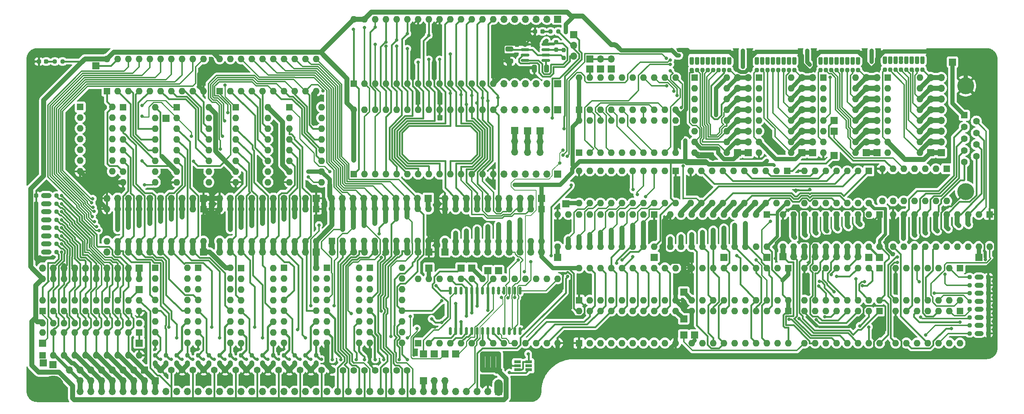
<source format=gbr>
%TF.GenerationSoftware,KiCad,Pcbnew,7.0.5*%
%TF.CreationDate,2024-08-20T05:02:14-04:00*%
%TF.ProjectId,processor_attempt_1,70726f63-6573-4736-9f72-5f617474656d,rev?*%
%TF.SameCoordinates,Original*%
%TF.FileFunction,Copper,L1,Top*%
%TF.FilePolarity,Positive*%
%FSLAX46Y46*%
G04 Gerber Fmt 4.6, Leading zero omitted, Abs format (unit mm)*
G04 Created by KiCad (PCBNEW 7.0.5) date 2024-08-20 05:02:14*
%MOMM*%
%LPD*%
G01*
G04 APERTURE LIST*
G04 Aperture macros list*
%AMRoundRect*
0 Rectangle with rounded corners*
0 $1 Rounding radius*
0 $2 $3 $4 $5 $6 $7 $8 $9 X,Y pos of 4 corners*
0 Add a 4 corners polygon primitive as box body*
4,1,4,$2,$3,$4,$5,$6,$7,$8,$9,$2,$3,0*
0 Add four circle primitives for the rounded corners*
1,1,$1+$1,$2,$3*
1,1,$1+$1,$4,$5*
1,1,$1+$1,$6,$7*
1,1,$1+$1,$8,$9*
0 Add four rect primitives between the rounded corners*
20,1,$1+$1,$2,$3,$4,$5,0*
20,1,$1+$1,$4,$5,$6,$7,0*
20,1,$1+$1,$6,$7,$8,$9,0*
20,1,$1+$1,$8,$9,$2,$3,0*%
G04 Aperture macros list end*
%TA.AperFunction,ComponentPad*%
%ADD10R,1.700000X1.700000*%
%TD*%
%TA.AperFunction,ComponentPad*%
%ADD11O,1.700000X1.700000*%
%TD*%
%TA.AperFunction,ComponentPad*%
%ADD12R,1.600000X1.600000*%
%TD*%
%TA.AperFunction,ComponentPad*%
%ADD13O,1.600000X1.600000*%
%TD*%
%TA.AperFunction,SMDPad,CuDef*%
%ADD14RoundRect,0.237500X-0.250000X-0.237500X0.250000X-0.237500X0.250000X0.237500X-0.250000X0.237500X0*%
%TD*%
%TA.AperFunction,SMDPad,CuDef*%
%ADD15RoundRect,0.237500X-0.287500X-0.237500X0.287500X-0.237500X0.287500X0.237500X-0.287500X0.237500X0*%
%TD*%
%TA.AperFunction,SMDPad,CuDef*%
%ADD16RoundRect,0.150000X-0.825000X-0.150000X0.825000X-0.150000X0.825000X0.150000X-0.825000X0.150000X0*%
%TD*%
%TA.AperFunction,SMDPad,CuDef*%
%ADD17RoundRect,0.250000X0.625000X-0.312500X0.625000X0.312500X-0.625000X0.312500X-0.625000X-0.312500X0*%
%TD*%
%TA.AperFunction,SMDPad,CuDef*%
%ADD18RoundRect,0.237500X-0.237500X0.250000X-0.237500X-0.250000X0.237500X-0.250000X0.237500X0.250000X0*%
%TD*%
%TA.AperFunction,ComponentPad*%
%ADD19C,1.600000*%
%TD*%
%TA.AperFunction,ComponentPad*%
%ADD20C,4.000000*%
%TD*%
%TA.AperFunction,SMDPad,CuDef*%
%ADD21RoundRect,0.237500X-0.237500X0.287500X-0.237500X-0.287500X0.237500X-0.287500X0.237500X0.287500X0*%
%TD*%
%TA.AperFunction,SMDPad,CuDef*%
%ADD22RoundRect,0.250000X-0.650000X0.325000X-0.650000X-0.325000X0.650000X-0.325000X0.650000X0.325000X0*%
%TD*%
%TA.AperFunction,SMDPad,CuDef*%
%ADD23RoundRect,0.237500X0.250000X0.237500X-0.250000X0.237500X-0.250000X-0.237500X0.250000X-0.237500X0*%
%TD*%
%TA.AperFunction,SMDPad,CuDef*%
%ADD24RoundRect,0.237500X0.237500X-0.250000X0.237500X0.250000X-0.237500X0.250000X-0.237500X-0.250000X0*%
%TD*%
%TA.AperFunction,SMDPad,CuDef*%
%ADD25RoundRect,0.237500X0.287500X0.237500X-0.287500X0.237500X-0.287500X-0.237500X0.287500X-0.237500X0*%
%TD*%
%TA.AperFunction,SMDPad,CuDef*%
%ADD26RoundRect,0.150000X0.150000X-0.750000X0.150000X0.750000X-0.150000X0.750000X-0.150000X-0.750000X0*%
%TD*%
%TA.AperFunction,SMDPad,CuDef*%
%ADD27R,1.560000X0.650000*%
%TD*%
%TA.AperFunction,SMDPad,CuDef*%
%ADD28RoundRect,0.250000X0.325000X0.650000X-0.325000X0.650000X-0.325000X-0.650000X0.325000X-0.650000X0*%
%TD*%
%TA.AperFunction,ViaPad*%
%ADD29C,0.800000*%
%TD*%
%TA.AperFunction,ViaPad*%
%ADD30C,5.000000*%
%TD*%
%TA.AperFunction,Conductor*%
%ADD31C,1.000000*%
%TD*%
%TA.AperFunction,Conductor*%
%ADD32C,0.400000*%
%TD*%
%TA.AperFunction,Conductor*%
%ADD33C,0.300000*%
%TD*%
%TA.AperFunction,Conductor*%
%ADD34C,0.200000*%
%TD*%
%TA.AperFunction,Conductor*%
%ADD35C,0.250000*%
%TD*%
%TA.AperFunction,Conductor*%
%ADD36C,1.150000*%
%TD*%
%TA.AperFunction,Conductor*%
%ADD37C,0.500000*%
%TD*%
%TA.AperFunction,Conductor*%
%ADD38C,0.750000*%
%TD*%
%TA.AperFunction,Conductor*%
%ADD39C,0.900000*%
%TD*%
%TA.AperFunction,Conductor*%
%ADD40C,2.000000*%
%TD*%
%TA.AperFunction,Conductor*%
%ADD41C,0.800000*%
%TD*%
%TA.AperFunction,Conductor*%
%ADD42C,0.600000*%
%TD*%
G04 APERTURE END LIST*
D10*
%TO.P,J31,1,Pin_1*%
%TO.N,Net-(J3-Pin_8)*%
X116840000Y-108585000D03*
D11*
%TO.P,J31,2,Pin_2*%
%TO.N,Net-(J3-Pin_7)*%
X119380000Y-108585000D03*
%TO.P,J31,3,Pin_3*%
%TO.N,Net-(J3-Pin_6)*%
X121920000Y-108585000D03*
%TD*%
D10*
%TO.P,J41,1,Pin_1*%
%TO.N,Net-(J41-Pin_1)*%
X119380000Y-102235000D03*
%TD*%
%TO.P,J61,1,Pin_1*%
%TO.N,Net-(J61-Pin_1)*%
X150495000Y-66675000D03*
%TD*%
%TO.P,J60,1,Pin_1*%
%TO.N,Net-(J60-Pin_1)*%
X213995000Y-55245000D03*
%TD*%
%TO.P,J59,1,Pin_1*%
%TO.N,Net-(J59-Pin_1)*%
X187960000Y-79375000D03*
%TD*%
%TO.P,J58,1,Pin_1*%
%TO.N,Net-(J58-Pin_1)*%
X148590000Y-79375000D03*
%TD*%
%TO.P,J56,1,Pin_1*%
%TO.N,Net-(J56-Pin_1)*%
X180975000Y-97790000D03*
%TD*%
%TO.P,J54,1,Pin_1*%
%TO.N,Net-(J54-Pin_1)*%
X178435000Y-87630000D03*
%TD*%
%TO.P,J51,1,Pin_1*%
%TO.N,Net-(J51-Pin_1)*%
X132080000Y-82550000D03*
%TD*%
%TO.P,J50,1,Pin_1*%
%TO.N,Net-(J50-Pin_1)*%
X124460000Y-102235000D03*
%TD*%
%TO.P,J49,1,Pin_1*%
%TO.N,Net-(J49-Pin_1)*%
X118110000Y-81915000D03*
%TD*%
%TO.P,J46,1,Pin_1*%
%TO.N,Net-(J46-Pin_1)*%
X171450000Y-79375000D03*
%TD*%
%TO.P,J45,1,Pin_1*%
%TO.N,Net-(J45-Pin_1)*%
X178435000Y-93980000D03*
%TD*%
%TO.P,J43,1,Pin_1*%
%TO.N,Net-(J43-Pin_1)*%
X121920000Y-102235000D03*
%TD*%
%TO.P,J64,1,Pin_1*%
%TO.N,Net-(J64-Pin_1)*%
X224790000Y-79375000D03*
%TD*%
%TO.P,J74,1,Pin_1*%
%TO.N,Net-(J74-Pin_1)*%
X242056657Y-33153573D03*
%TD*%
%TO.P,J73,1,Pin_1*%
%TO.N,Net-(J73-Pin_1)*%
X248285000Y-79375000D03*
%TD*%
%TO.P,J63,1,Pin_1*%
%TO.N,Net-(J63-Pin_1)*%
X178435000Y-97790000D03*
%TD*%
%TO.P,J62,1,Pin_1*%
%TO.N,Net-(J62-Pin_1)*%
X222250000Y-79375000D03*
%TD*%
%TO.P,J57,1,Pin_1*%
%TO.N,Net-(J57-Pin_1)*%
X198120000Y-79375000D03*
%TD*%
%TO.P,J52,1,Pin_1*%
%TO.N,Net-(J52-Pin_1)*%
X116840000Y-102235000D03*
%TD*%
%TO.P,J48,1,Pin_1*%
%TO.N,Net-(J48-Pin_1)*%
X128270000Y-81915000D03*
%TD*%
%TO.P,J47,1,Pin_1*%
%TO.N,Net-(J47-Pin_1)*%
X134620000Y-82550000D03*
%TD*%
%TO.P,J39,1,Pin_1*%
%TO.N,Net-(J39-Pin_1)*%
X29117036Y-104773313D03*
%TD*%
%TO.P,J44,1,Pin_1*%
%TO.N,Net-(J44-Pin_1)*%
X125730000Y-81915000D03*
%TD*%
%TO.P,J35,1,Pin_1*%
%TO.N,Net-(J35-Pin_1)*%
X26670000Y-99695000D03*
%TD*%
%TO.P,J72,1,Pin_1*%
%TO.N,Net-(J72-Pin_1)*%
X49530000Y-86995000D03*
%TD*%
%TO.P,J71,1,Pin_1*%
%TO.N,Net-(J71-Pin_1)*%
X49530000Y-99695000D03*
%TD*%
%TO.P,J70,1,Pin_1*%
%TO.N,/CLOCK_to_pc_n*%
X213995000Y-46990000D03*
%TD*%
%TO.P,J67,1,Pin_1*%
%TO.N,/CLOCK_to_pc*%
X213995000Y-49530000D03*
%TD*%
D12*
%TO.P,U23,1,A->B*%
%TO.N,+5V*%
X153670000Y-44450000D03*
D13*
%TO.P,U23,2,A0*%
%TO.N,/instruction_0*%
X156210000Y-44450000D03*
%TO.P,U23,3,A1*%
%TO.N,/instruction_1*%
X158750000Y-44450000D03*
%TO.P,U23,4,A2*%
%TO.N,/instruction_2*%
X161290000Y-44450000D03*
%TO.P,U23,5,A3*%
%TO.N,/instruction_3*%
X163830000Y-44450000D03*
%TO.P,U23,6,A4*%
%TO.N,/instruction_4*%
X166370000Y-44450000D03*
%TO.P,U23,7,A5*%
%TO.N,/instruction_5*%
X168910000Y-44450000D03*
%TO.P,U23,8,A6*%
%TO.N,/instruction_6*%
X171450000Y-44450000D03*
%TO.P,U23,9,A7*%
%TO.N,/instruction_7*%
X173990000Y-44450000D03*
%TO.P,U23,10,GND*%
%TO.N,GND*%
X176530000Y-44450000D03*
%TO.P,U23,11,B7*%
%TO.N,/to_insdec_7*%
X176530000Y-36830000D03*
%TO.P,U23,12,B6*%
%TO.N,/to_insdec_6*%
X173990000Y-36830000D03*
%TO.P,U23,13,B5*%
%TO.N,/to_insdec_5*%
X171450000Y-36830000D03*
%TO.P,U23,14,B4*%
%TO.N,/to_insdec_4*%
X168910000Y-36830000D03*
%TO.P,U23,15,B3*%
%TO.N,/to_insdec_3*%
X166370000Y-36830000D03*
%TO.P,U23,16,B2*%
%TO.N,/to_insdec_2*%
X163830000Y-36830000D03*
%TO.P,U23,17,B1*%
%TO.N,/to_insdec_1*%
X161290000Y-36830000D03*
%TO.P,U23,18,B0*%
%TO.N,/to_insdec_0*%
X158750000Y-36830000D03*
%TO.P,U23,19,CE*%
%TO.N,Net-(J36-Pin_1)*%
X156210000Y-36830000D03*
%TO.P,U23,20,VCC*%
%TO.N,+5V*%
X153670000Y-36830000D03*
%TD*%
D10*
%TO.P,J69,1,Pin_1*%
%TO.N,/PC_0*%
X156225000Y-32385000D03*
D11*
%TO.P,J69,2,Pin_2*%
X158765000Y-32385000D03*
%TO.P,J69,3,Pin_3*%
X161305000Y-32385000D03*
%TD*%
D10*
%TO.P,J68,1,Pin_1*%
%TO.N,/instruction_valid_n*%
X161290000Y-34798000D03*
%TD*%
%TO.P,J65,1,Pin_1*%
%TO.N,Net-(J65-Pin_1)*%
X158750000Y-34798000D03*
%TD*%
%TO.P,J36,1,Pin_1*%
%TO.N,Net-(J36-Pin_1)*%
X156210000Y-34798000D03*
%TD*%
D14*
%TO.P,r140,1*%
%TO.N,Net-(D82-A)*%
X146915500Y-25908000D03*
%TO.P,r140,2*%
%TO.N,/CLOCK_to_pc*%
X148740500Y-25908000D03*
%TD*%
D15*
%TO.P,D82,1,K*%
%TO.N,GND*%
X143270000Y-25908000D03*
%TO.P,D82,2,A*%
%TO.N,Net-(D82-A)*%
X145020000Y-25908000D03*
%TD*%
D10*
%TO.P,J34,1,Pin_1*%
%TO.N,/CLOCK_to_pc*%
X144399000Y-49403000D03*
D11*
%TO.P,J34,2,Pin_2*%
X144399000Y-51943000D03*
%TO.P,J34,3,Pin_3*%
X144399000Y-54483000D03*
%TD*%
D10*
%TO.P,J33,1,Pin_1*%
%TO.N,/CLOCK_to_pc*%
X141478000Y-49403000D03*
D11*
%TO.P,J33,2,Pin_2*%
X141478000Y-51943000D03*
%TO.P,J33,3,Pin_3*%
X141478000Y-54483000D03*
%TD*%
D10*
%TO.P,J32,1,Pin_1*%
%TO.N,/CLOCK_to_pc*%
X138430000Y-49388000D03*
D11*
%TO.P,J32,2,Pin_2*%
X138430000Y-51928000D03*
%TO.P,J32,3,Pin_3*%
X138430000Y-54468000D03*
%TD*%
D16*
%TO.P,U1,1,GND*%
%TO.N,GND*%
X140843000Y-28956000D03*
%TO.P,U1,2,TR*%
%TO.N,Net-(U1-THR)*%
X140843000Y-30226000D03*
%TO.P,U1,3,Q*%
%TO.N,Net-(J1-Pin_3)*%
X140843000Y-31496000D03*
%TO.P,U1,4,R*%
%TO.N,+5V*%
X140843000Y-32766000D03*
%TO.P,U1,5,CV*%
%TO.N,Net-(U1-CV)*%
X145793000Y-32766000D03*
%TO.P,U1,6,THR*%
%TO.N,Net-(U1-THR)*%
X145793000Y-31496000D03*
%TO.P,U1,7,DIS*%
%TO.N,Net-(U1-DIS)*%
X145793000Y-30226000D03*
%TO.P,U1,8,VCC*%
%TO.N,+5V*%
X145793000Y-28956000D03*
%TD*%
D10*
%TO.P,J42,1,Pin_1*%
%TO.N,Net-(J42-Pin_1)*%
X55880000Y-46482000D03*
%TD*%
%TO.P,J40,1,Pin_1*%
%TO.N,Net-(J40-Pin_1)*%
X39243000Y-34036000D03*
%TD*%
%TO.P,J30,1,Pin_1*%
%TO.N,Net-(J30-Pin_1)*%
X26797000Y-104394000D03*
%TD*%
D17*
%TO.P,5V_rsns1,1*%
%TO.N,/5V_raw*%
X134620000Y-109285500D03*
%TO.P,5V_rsns1,2*%
%TO.N,+5V*%
X134620000Y-106360500D03*
%TD*%
D12*
%TO.P,U44,1,OE*%
%TO.N,GND*%
X153670000Y-89535000D03*
D13*
%TO.P,U44,2,D0*%
%TO.N,/mar_8*%
X156210000Y-89535000D03*
%TO.P,U44,3,D1*%
%TO.N,/mar_9*%
X158750000Y-89535000D03*
%TO.P,U44,4,D2*%
%TO.N,/mar_10*%
X161290000Y-89535000D03*
%TO.P,U44,5,D3*%
%TO.N,/mar_11*%
X163830000Y-89535000D03*
%TO.P,U44,6,D4*%
%TO.N,/mar_12*%
X166370000Y-89535000D03*
%TO.P,U44,7,D5*%
%TO.N,/mar_13*%
X168910000Y-89535000D03*
%TO.P,U44,8,D6*%
%TO.N,/mar_14*%
X171450000Y-89535000D03*
%TO.P,U44,9,D7*%
%TO.N,/mar_15*%
X173990000Y-89535000D03*
%TO.P,U44,10,GND*%
%TO.N,GND*%
X176530000Y-89535000D03*
%TO.P,U44,11,Cp*%
%TO.N,Net-(J46-Pin_1)*%
X176530000Y-81915000D03*
%TO.P,U44,12,Q7*%
%TO.N,/INTERNAL_BUS_7*%
X173990000Y-81915000D03*
%TO.P,U44,13,Q6*%
%TO.N,/INTERNAL_BUS_6*%
X171450000Y-81915000D03*
%TO.P,U44,14,Q5*%
%TO.N,/INTERNAL_BUS_5*%
X168910000Y-81915000D03*
%TO.P,U44,15,Q4*%
%TO.N,/INTERNAL_BUS_4*%
X166370000Y-81915000D03*
%TO.P,U44,16,Q3*%
%TO.N,/INTERNAL_BUS_3*%
X163830000Y-81915000D03*
%TO.P,U44,17,Q2*%
%TO.N,/INTERNAL_BUS_2*%
X161290000Y-81915000D03*
%TO.P,U44,18,Q1*%
%TO.N,/INTERNAL_BUS_1*%
X158750000Y-81915000D03*
%TO.P,U44,19,Q0*%
%TO.N,/INTERNAL_BUS_0*%
X156210000Y-81915000D03*
%TO.P,U44,20,VCC*%
%TO.N,+5V*%
X153670000Y-81915000D03*
%TD*%
D14*
%TO.P,r77,1*%
%TO.N,Net-(D27-A)*%
X28170500Y-68580000D03*
%TO.P,r77,2*%
%TO.N,/instruction_2*%
X29995500Y-68580000D03*
%TD*%
D11*
%TO.P,J26,8,Pin_8*%
%TO.N,/ctrl_16*%
X221615000Y-36830000D03*
%TO.P,J26,7,Pin_7*%
%TO.N,/ctrl_17*%
X221615000Y-39370000D03*
%TO.P,J26,6,Pin_6*%
%TO.N,/ctrl_18*%
X221615000Y-41910000D03*
%TO.P,J26,5,Pin_5*%
%TO.N,/ctrl_19*%
X221615000Y-44450000D03*
%TO.P,J26,4,Pin_4*%
%TO.N,/ctrl_20*%
X221615000Y-46990000D03*
%TO.P,J26,3,Pin_3*%
%TO.N,/ctrl_21*%
X221615000Y-49530000D03*
%TO.P,J26,2,Pin_2*%
%TO.N,/ctrl_22*%
X221615000Y-52070000D03*
D10*
%TO.P,J26,1,Pin_1*%
%TO.N,/ctrl_23*%
X221615000Y-54610000D03*
%TD*%
D18*
%TO.P,r107,1*%
%TO.N,Net-(D49-A)*%
X219710000Y-33250500D03*
%TO.P,r107,2*%
%TO.N,/ctrl_16*%
X219710000Y-35075500D03*
%TD*%
D12*
%TO.P,U19,1,A14*%
%TO.N,/PC_15*%
X100330000Y-59690000D03*
D13*
%TO.P,U19,2,A12*%
%TO.N,/PC_13*%
X102870000Y-59690000D03*
%TO.P,U19,3,A7*%
%TO.N,/PC_8*%
X105410000Y-59690000D03*
%TO.P,U19,4,A6*%
%TO.N,/PC_7*%
X107950000Y-59690000D03*
%TO.P,U19,5,A5*%
%TO.N,/PC_6*%
X110490000Y-59690000D03*
%TO.P,U19,6,A4*%
%TO.N,/PC_5*%
X113030000Y-59690000D03*
%TO.P,U19,7,A3*%
%TO.N,/PC_4*%
X115570000Y-59690000D03*
%TO.P,U19,8,A2*%
%TO.N,/PC_3*%
X118110000Y-59690000D03*
%TO.P,U19,9,A1*%
%TO.N,/PC_2*%
X120650000Y-59690000D03*
%TO.P,U19,10,A0*%
%TO.N,/PC_1*%
X123190000Y-59690000D03*
%TO.P,U19,11,D0*%
%TO.N,/instruction_0*%
X125730000Y-59690000D03*
%TO.P,U19,12,D1*%
%TO.N,/instruction_1*%
X128270000Y-59690000D03*
%TO.P,U19,13,D2*%
%TO.N,/instruction_2*%
X130810000Y-59690000D03*
%TO.P,U19,14,GND*%
%TO.N,GND*%
X133350000Y-59690000D03*
%TO.P,U19,15,D3*%
%TO.N,/instruction_3*%
X133350000Y-44450000D03*
%TO.P,U19,16,D4*%
%TO.N,/instruction_4*%
X130810000Y-44450000D03*
%TO.P,U19,17,D5*%
%TO.N,/instruction_5*%
X128270000Y-44450000D03*
%TO.P,U19,18,D6*%
%TO.N,/instruction_6*%
X125730000Y-44450000D03*
%TO.P,U19,19,D7*%
%TO.N,/instruction_7*%
X123190000Y-44450000D03*
%TO.P,U19,20,~{CS}*%
%TO.N,GND*%
X120650000Y-44450000D03*
%TO.P,U19,21,A10*%
%TO.N,/PC_11*%
X118110000Y-44450000D03*
%TO.P,U19,22,~{OE}*%
%TO.N,GND*%
X115570000Y-44450000D03*
%TO.P,U19,23,A11*%
%TO.N,/PC_12*%
X113030000Y-44450000D03*
%TO.P,U19,24,A9*%
%TO.N,/PC_10*%
X110490000Y-44450000D03*
%TO.P,U19,25,A8*%
%TO.N,/PC_9*%
X107950000Y-44450000D03*
%TO.P,U19,26,A13*%
%TO.N,/PC_14*%
X105410000Y-44450000D03*
%TO.P,U19,27,~{WE}*%
%TO.N,+5V*%
X102870000Y-44450000D03*
%TO.P,U19,28,VCC*%
X100330000Y-44450000D03*
%TD*%
D10*
%TO.P,J18,1,Pin_1*%
%TO.N,+5V*%
X144780000Y-65405000D03*
D11*
%TO.P,J18,2,Pin_2*%
%TO.N,/instruction_0*%
X142240000Y-65405000D03*
%TO.P,J18,3,Pin_3*%
%TO.N,/instruction_1*%
X139700000Y-65405000D03*
%TO.P,J18,4,Pin_4*%
%TO.N,/instruction_2*%
X137160000Y-65405000D03*
%TO.P,J18,5,Pin_5*%
%TO.N,/instruction_3*%
X134620000Y-65405000D03*
%TO.P,J18,6,Pin_6*%
%TO.N,/instruction_4*%
X132080000Y-65405000D03*
%TO.P,J18,7,Pin_7*%
%TO.N,/instruction_5*%
X129540000Y-65405000D03*
%TO.P,J18,8,Pin_8*%
%TO.N,/instruction_6*%
X127000000Y-65405000D03*
%TO.P,J18,9,Pin_9*%
%TO.N,/instruction_7*%
X124460000Y-65405000D03*
%TO.P,J18,10,Pin_10*%
%TO.N,GND*%
X121920000Y-65405000D03*
%TD*%
D10*
%TO.P,J4,1,Pin_1*%
%TO.N,/Aux_Bus_0_LSB*%
X53340000Y-108585000D03*
D11*
%TO.P,J4,2,Pin_2*%
%TO.N,/Aux_Bus_1*%
X50800000Y-108585000D03*
%TO.P,J4,3,Pin_3*%
%TO.N,/Aux_Bus_2*%
X48260000Y-108585000D03*
%TO.P,J4,4,Pin_4*%
%TO.N,/Aux_Bus_3*%
X45720000Y-108585000D03*
%TO.P,J4,5,Pin_5*%
%TO.N,/Aux_Bus_4*%
X43180000Y-108585000D03*
%TO.P,J4,6,Pin_6*%
%TO.N,/Aux_Bus_5*%
X40640000Y-108585000D03*
%TO.P,J4,7,Pin_7*%
%TO.N,/Aux_Bus_6*%
X38100000Y-108585000D03*
%TO.P,J4,8,Pin_8*%
%TO.N,/Aux_Bus_7_MSB*%
X35560000Y-108585000D03*
%TD*%
D12*
%TO.P,U3,1,~{MR}*%
%TO.N,/pc_reset_n*%
X72390000Y-43815000D03*
D13*
%TO.P,U3,2,CP*%
%TO.N,/CLOCK_to_pc*%
X72390000Y-46355000D03*
%TO.P,U3,3,D0*%
%TO.N,/to_PC_4*%
X72390000Y-48895000D03*
%TO.P,U3,4,D1*%
%TO.N,/to_PC_5*%
X72390000Y-51435000D03*
%TO.P,U3,5,D2*%
%TO.N,/to_PC_6*%
X72390000Y-53975000D03*
%TO.P,U3,6,D3*%
%TO.N,/to_PC_7*%
X72390000Y-56515000D03*
%TO.P,U3,7,CEP*%
%TO.N,+5V*%
X72390000Y-59055000D03*
%TO.P,U3,8,GND*%
%TO.N,GND*%
X72390000Y-61595000D03*
%TO.P,U3,9,~{PE}*%
%TO.N,/PC_load_n*%
X80010000Y-61595000D03*
%TO.P,U3,10,CET*%
%TO.N,Net-(U2-TC)*%
X80010000Y-59055000D03*
%TO.P,U3,11,Q3*%
%TO.N,/PC_7*%
X80010000Y-56515000D03*
%TO.P,U3,12,Q2*%
%TO.N,/PC_6*%
X80010000Y-53975000D03*
%TO.P,U3,13,Q1*%
%TO.N,/PC_5*%
X80010000Y-51435000D03*
%TO.P,U3,14,Q0*%
%TO.N,/PC_4*%
X80010000Y-48895000D03*
%TO.P,U3,15,TC*%
%TO.N,Net-(U3-TC)*%
X80010000Y-46355000D03*
%TO.P,U3,16,VCC*%
%TO.N,+5V*%
X80010000Y-43815000D03*
%TD*%
D15*
%TO.P,D29,1,K*%
%TO.N,GND*%
X25160000Y-72390000D03*
%TO.P,D29,2,A*%
%TO.N,Net-(D29-A)*%
X26910000Y-72390000D03*
%TD*%
%TO.P,D26,1,K*%
%TO.N,GND*%
X25160000Y-66675000D03*
%TO.P,D26,2,A*%
%TO.N,Net-(D26-A)*%
X26910000Y-66675000D03*
%TD*%
D13*
%TO.P,U52,14,VCC*%
%TO.N,+5V*%
X243845000Y-89545000D03*
%TO.P,U52,13*%
%TO.N,/RB_3*%
X241305000Y-89545000D03*
%TO.P,U52,12*%
%TO.N,/RA_3*%
X238765000Y-89545000D03*
%TO.P,U52,11*%
%TO.N,/A_nand_B_3*%
X236225000Y-89545000D03*
%TO.P,U52,10*%
%TO.N,/RA_2*%
X233685000Y-89545000D03*
%TO.P,U52,9*%
%TO.N,/RB_2*%
X231145000Y-89545000D03*
%TO.P,U52,8*%
%TO.N,/A_nand_B_2*%
X228605000Y-89545000D03*
%TO.P,U52,7,GND*%
%TO.N,GND*%
X228605000Y-81925000D03*
%TO.P,U52,6*%
%TO.N,/A_nand_B_1*%
X231145000Y-81925000D03*
%TO.P,U52,5*%
%TO.N,/RB_1*%
X233685000Y-81925000D03*
%TO.P,U52,4*%
%TO.N,/RA_1*%
X236225000Y-81925000D03*
%TO.P,U52,3*%
%TO.N,/A_nand_B_0*%
X238765000Y-81925000D03*
%TO.P,U52,2*%
%TO.N,/RA_0*%
X241305000Y-81925000D03*
D12*
%TO.P,U52,1*%
%TO.N,/RB_0*%
X243845000Y-81925000D03*
%TD*%
D19*
%TO.P,J21,9,9*%
%TO.N,/INTERNAL_BUS_3*%
X247703669Y-55453000D03*
%TO.P,J21,8,8*%
%TO.N,/INTERNAL_BUS_2*%
X247703669Y-52683000D03*
%TO.P,J21,7,7*%
%TO.N,/INTERNAL_BUS_1*%
X247703669Y-49913000D03*
%TO.P,J21,6,6*%
%TO.N,/INTERNAL_BUS_0*%
X247703669Y-47143000D03*
%TO.P,J21,5,5*%
%TO.N,/INTERNAL_BUS_4*%
X244863669Y-56838000D03*
%TO.P,J21,4,4*%
%TO.N,/INTERNAL_BUS_5*%
X244863669Y-54068000D03*
%TO.P,J21,3,3*%
%TO.N,/INTERNAL_BUS_6*%
X244863669Y-51298000D03*
%TO.P,J21,2,2*%
%TO.N,/INTERNAL_BUS_7*%
X244863669Y-48528000D03*
D12*
%TO.P,J21,1,1*%
%TO.N,Net-(J74-Pin_1)*%
X244863669Y-45758000D03*
D20*
%TO.P,J21,0,PAD*%
%TO.N,GND*%
X245163669Y-38798000D03*
X245163669Y-63798000D03*
%TD*%
D21*
%TO.P,D69,2,A*%
%TO.N,Net-(D69-A)*%
X200787000Y-32498000D03*
%TO.P,D69,1,K*%
%TO.N,GND*%
X200787000Y-30748000D03*
%TD*%
D12*
%TO.P,U24,1,~{Mr}*%
%TO.N,/pc_reset_n*%
X153670000Y-54610000D03*
D13*
%TO.P,U24,2,Q0*%
%TO.N,/to_insdec_8*%
X156210000Y-54610000D03*
%TO.P,U24,3,D0*%
%TO.N,/instruction_0*%
X158750000Y-54610000D03*
%TO.P,U24,4,D1*%
%TO.N,/instruction_1*%
X161290000Y-54610000D03*
%TO.P,U24,5,Q1*%
%TO.N,/to_insdec_9*%
X163830000Y-54610000D03*
%TO.P,U24,6,Q2*%
%TO.N,/to_insdec_10*%
X166370000Y-54610000D03*
%TO.P,U24,7,D2*%
%TO.N,/instruction_2*%
X168910000Y-54610000D03*
%TO.P,U24,8,D3*%
%TO.N,/instruction_3*%
X171450000Y-54610000D03*
%TO.P,U24,9,Q3*%
%TO.N,/to_insdec_11*%
X173990000Y-54610000D03*
%TO.P,U24,10,GND*%
%TO.N,GND*%
X176530000Y-54610000D03*
%TO.P,U24,11,Cp*%
%TO.N,Net-(J65-Pin_1)*%
X176530000Y-46990000D03*
%TO.P,U24,12,Q4*%
%TO.N,/to_insdec_12*%
X173990000Y-46990000D03*
%TO.P,U24,13,D4*%
%TO.N,/instruction_4*%
X171450000Y-46990000D03*
%TO.P,U24,14,D5*%
%TO.N,/instruction_5*%
X168910000Y-46990000D03*
%TO.P,U24,15,Q5*%
%TO.N,/to_insdec_13*%
X166370000Y-46990000D03*
%TO.P,U24,16,Q6*%
%TO.N,/to_insdec_14*%
X163830000Y-46990000D03*
%TO.P,U24,17,D6*%
%TO.N,/instruction_6*%
X161290000Y-46990000D03*
%TO.P,U24,18,D7*%
%TO.N,/instruction_7*%
X158750000Y-46990000D03*
%TO.P,U24,19,Q7*%
%TO.N,/to_insdec_15*%
X156210000Y-46990000D03*
%TO.P,U24,20,VCC*%
%TO.N,+5V*%
X153670000Y-46990000D03*
%TD*%
D12*
%TO.P,U29,1,A->B*%
%TO.N,+5V*%
X41910000Y-40005000D03*
D13*
%TO.P,U29,2,A0*%
%TO.N,/PC_15*%
X44450000Y-40005000D03*
%TO.P,U29,3,A1*%
%TO.N,/PC_14*%
X46990000Y-40005000D03*
%TO.P,U29,4,A2*%
%TO.N,/PC_13*%
X49530000Y-40005000D03*
%TO.P,U29,5,A3*%
%TO.N,/PC_12*%
X52070000Y-40005000D03*
%TO.P,U29,6,A4*%
%TO.N,/PC_11*%
X54610000Y-40005000D03*
%TO.P,U29,7,A5*%
%TO.N,/PC_10*%
X57150000Y-40005000D03*
%TO.P,U29,8,A6*%
%TO.N,/PC_9*%
X59690000Y-40005000D03*
%TO.P,U29,9,A7*%
%TO.N,/PC_8*%
X62230000Y-40005000D03*
%TO.P,U29,10,GND*%
%TO.N,GND*%
X64770000Y-40005000D03*
%TO.P,U29,11,B7*%
%TO.N,/INTERNAL_BUS_0*%
X64770000Y-32385000D03*
%TO.P,U29,12,B6*%
%TO.N,/INTERNAL_BUS_1*%
X62230000Y-32385000D03*
%TO.P,U29,13,B5*%
%TO.N,/INTERNAL_BUS_2*%
X59690000Y-32385000D03*
%TO.P,U29,14,B4*%
%TO.N,/INTERNAL_BUS_3*%
X57150000Y-32385000D03*
%TO.P,U29,15,B3*%
%TO.N,/INTERNAL_BUS_4*%
X54610000Y-32385000D03*
%TO.P,U29,16,B2*%
%TO.N,/INTERNAL_BUS_5*%
X52070000Y-32385000D03*
%TO.P,U29,17,B1*%
%TO.N,/INTERNAL_BUS_6*%
X49530000Y-32385000D03*
%TO.P,U29,18,B0*%
%TO.N,/INTERNAL_BUS_7*%
X46990000Y-32385000D03*
%TO.P,U29,19,CE*%
%TO.N,Net-(J40-Pin_1)*%
X44450000Y-32385000D03*
%TO.P,U29,20,VCC*%
%TO.N,+5V*%
X41910000Y-32385000D03*
%TD*%
D18*
%TO.P,r108,1*%
%TO.N,Net-(D50-A)*%
X218440000Y-33250500D03*
%TO.P,r108,2*%
%TO.N,/ctrl_17*%
X218440000Y-35075500D03*
%TD*%
D21*
%TO.P,D51,2,A*%
%TO.N,Net-(D51-A)*%
X217170000Y-32498000D03*
%TO.P,D51,1,K*%
%TO.N,GND*%
X217170000Y-30748000D03*
%TD*%
%TO.P,D70,2,A*%
%TO.N,Net-(D70-A)*%
X202057000Y-32498000D03*
%TO.P,D70,1,K*%
%TO.N,GND*%
X202057000Y-30748000D03*
%TD*%
D22*
%TO.P,C2,2*%
%TO.N,GND*%
X137160000Y-32971000D03*
%TO.P,C2,1*%
%TO.N,Net-(U1-THR)*%
X137160000Y-30021000D03*
%TD*%
D21*
%TO.P,D66,2,A*%
%TO.N,Net-(D66-A)*%
X196977000Y-32498000D03*
%TO.P,D66,1,K*%
%TO.N,GND*%
X196977000Y-30748000D03*
%TD*%
D12*
%TO.P,U6,1,OE*%
%TO.N,GND*%
X91440000Y-67945000D03*
D13*
%TO.P,U6,2,D0*%
%TO.N,/INTERNAL_BUS_0*%
X88900000Y-67945000D03*
%TO.P,U6,3,D1*%
%TO.N,/INTERNAL_BUS_1*%
X86360000Y-67945000D03*
%TO.P,U6,4,D2*%
%TO.N,/INTERNAL_BUS_2*%
X83820000Y-67945000D03*
%TO.P,U6,5,D3*%
%TO.N,/INTERNAL_BUS_3*%
X81280000Y-67945000D03*
%TO.P,U6,6,D4*%
%TO.N,/INTERNAL_BUS_4*%
X78740000Y-67945000D03*
%TO.P,U6,7,D5*%
%TO.N,/INTERNAL_BUS_5*%
X76200000Y-67945000D03*
%TO.P,U6,8,D6*%
%TO.N,/INTERNAL_BUS_6*%
X73660000Y-67945000D03*
%TO.P,U6,9,D7*%
%TO.N,/INTERNAL_BUS_7*%
X71120000Y-67945000D03*
%TO.P,U6,10,GND*%
%TO.N,GND*%
X68580000Y-67945000D03*
%TO.P,U6,11,Cp*%
%TO.N,/builder_msb_clock*%
X68580000Y-75565000D03*
%TO.P,U6,12,Q7*%
%TO.N,/to_PC_7*%
X71120000Y-75565000D03*
%TO.P,U6,13,Q6*%
%TO.N,/to_PC_6*%
X73660000Y-75565000D03*
%TO.P,U6,14,Q5*%
%TO.N,/to_PC_5*%
X76200000Y-75565000D03*
%TO.P,U6,15,Q4*%
%TO.N,/to_PC_4*%
X78740000Y-75565000D03*
%TO.P,U6,16,Q3*%
%TO.N,/to_PC_3*%
X81280000Y-75565000D03*
%TO.P,U6,17,Q2*%
%TO.N,/to_PC_2*%
X83820000Y-75565000D03*
%TO.P,U6,18,Q1*%
%TO.N,/to_PC_1*%
X86360000Y-75565000D03*
%TO.P,U6,19,Q0*%
%TO.N,/to_PC_0*%
X88900000Y-75565000D03*
%TO.P,U6,20,VCC*%
%TO.N,+5V*%
X91440000Y-75565000D03*
%TD*%
D10*
%TO.P,J3,1,Pin_1*%
%TO.N,/5V_raw*%
X134620000Y-111125000D03*
D11*
%TO.P,J3,2,Pin_2*%
%TO.N,GND*%
X132080000Y-111125000D03*
%TO.P,J3,3,Pin_3*%
%TO.N,/clk*%
X129540000Y-111125000D03*
%TO.P,J3,4,Pin_4*%
%TO.N,/pc_reset_n*%
X127000000Y-111125000D03*
%TO.P,J3,5,Pin_5*%
%TO.N,+3V3*%
X124460000Y-111125000D03*
%TO.P,J3,6,Pin_6*%
%TO.N,Net-(J3-Pin_6)*%
X121920000Y-111125000D03*
%TO.P,J3,7,Pin_7*%
%TO.N,Net-(J3-Pin_7)*%
X119380000Y-111125000D03*
%TO.P,J3,8,Pin_8*%
%TO.N,Net-(J3-Pin_8)*%
X116840000Y-111125000D03*
%TO.P,J3,9,Pin_9*%
%TO.N,/Data_Bus_0_LSB*%
X114300000Y-111125000D03*
%TO.P,J3,10,Pin_10*%
%TO.N,/Data_Bus_1*%
X111760000Y-111125000D03*
%TO.P,J3,11,Pin_11*%
%TO.N,/Data_Bus_2*%
X109220000Y-111125000D03*
%TO.P,J3,12,Pin_12*%
%TO.N,/Data_Bus_3*%
X106680000Y-111125000D03*
%TO.P,J3,13,Pin_13*%
%TO.N,/Data_Bus_4*%
X104140000Y-111125000D03*
%TO.P,J3,14,Pin_14*%
%TO.N,/Data_Bus_5*%
X101600000Y-111125000D03*
%TO.P,J3,15,Pin_15*%
%TO.N,/Data_Bus_6*%
X99060000Y-111125000D03*
%TO.P,J3,16,Pin_16*%
%TO.N,/Data_Bus_7_MSB*%
X96520000Y-111125000D03*
%TO.P,J3,17,Pin_17*%
%TO.N,/addr_bus_0*%
X93980000Y-111125000D03*
%TO.P,J3,18,Pin_18*%
%TO.N,/addr_bus_1*%
X91440000Y-111125000D03*
%TO.P,J3,19,Pin_19*%
%TO.N,/addr_bus_2*%
X88900000Y-111125000D03*
%TO.P,J3,20,Pin_20*%
%TO.N,/addr_bus_3*%
X86360000Y-111125000D03*
%TO.P,J3,21,Pin_21*%
%TO.N,/addr_bus_4*%
X83820000Y-111125000D03*
%TO.P,J3,22,Pin_22*%
%TO.N,/addr_bus_5*%
X81280000Y-111125000D03*
%TO.P,J3,23,Pin_23*%
%TO.N,/addr_bus_6*%
X78740000Y-111125000D03*
%TO.P,J3,24,Pin_24*%
%TO.N,/addr_bus_7*%
X76200000Y-111125000D03*
%TO.P,J3,25,Pin_25*%
%TO.N,/addr_bus_8*%
X73660000Y-111125000D03*
%TO.P,J3,26,Pin_26*%
%TO.N,/addr_bus_9*%
X71120000Y-111125000D03*
%TO.P,J3,27,Pin_27*%
%TO.N,/addr_bus_10*%
X68580000Y-111125000D03*
%TO.P,J3,28,Pin_28*%
%TO.N,/addr_bus_11*%
X66040000Y-111125000D03*
%TO.P,J3,29,Pin_29*%
%TO.N,/addr_bus_12*%
X63500000Y-111125000D03*
%TO.P,J3,30,Pin_30*%
%TO.N,/addr_bus_13*%
X60960000Y-111125000D03*
%TO.P,J3,31,Pin_31*%
%TO.N,/addr_bus_14*%
X58420000Y-111125000D03*
%TO.P,J3,32,Pin_32*%
%TO.N,/addr_bus_15*%
X55880000Y-111125000D03*
%TO.P,J3,33,Pin_33*%
%TO.N,/Aux_Bus_0_LSB*%
X53340000Y-111125000D03*
%TO.P,J3,34,Pin_34*%
%TO.N,/Aux_Bus_1*%
X50800000Y-111125000D03*
%TO.P,J3,35,Pin_35*%
%TO.N,/Aux_Bus_2*%
X48260000Y-111125000D03*
%TO.P,J3,36,Pin_36*%
%TO.N,/Aux_Bus_3*%
X45720000Y-111125000D03*
%TO.P,J3,37,Pin_37*%
%TO.N,/Aux_Bus_4*%
X43180000Y-111125000D03*
%TO.P,J3,38,Pin_38*%
%TO.N,/Aux_Bus_5*%
X40640000Y-111125000D03*
%TO.P,J3,39,Pin_39*%
%TO.N,/Aux_Bus_6*%
X38100000Y-111125000D03*
%TO.P,J3,40,Pin_40*%
%TO.N,/Aux_Bus_7_MSB*%
X35560000Y-111125000D03*
%TD*%
D14*
%TO.P,r75,1*%
%TO.N,Net-(D25-A)*%
X28170500Y-64770000D03*
%TO.P,r75,2*%
%TO.N,/instruction_0*%
X29995500Y-64770000D03*
%TD*%
D12*
%TO.P,U25,1,OE*%
%TO.N,Net-(J35-Pin_1)*%
X26670000Y-92075000D03*
D13*
%TO.P,U25,2,D0*%
%TO.N,/Aux_Bus_7_MSB*%
X29210000Y-92075000D03*
%TO.P,U25,3,D1*%
%TO.N,/Aux_Bus_6*%
X31750000Y-92075000D03*
%TO.P,U25,4,D2*%
%TO.N,/Aux_Bus_5*%
X34290000Y-92075000D03*
%TO.P,U25,5,D3*%
%TO.N,/Aux_Bus_4*%
X36830000Y-92075000D03*
%TO.P,U25,6,D4*%
%TO.N,/Aux_Bus_3*%
X39370000Y-92075000D03*
%TO.P,U25,7,D5*%
%TO.N,/Aux_Bus_2*%
X41910000Y-92075000D03*
%TO.P,U25,8,D6*%
%TO.N,/Aux_Bus_1*%
X44450000Y-92075000D03*
%TO.P,U25,9,D7*%
%TO.N,/Aux_Bus_0_LSB*%
X46990000Y-92075000D03*
%TO.P,U25,10,GND*%
%TO.N,GND*%
X49530000Y-92075000D03*
%TO.P,U25,11,Cp*%
%TO.N,Net-(J8-Pin_1)*%
X49530000Y-84455000D03*
%TO.P,U25,12,Q7*%
%TO.N,/INTERNAL_BUS_0*%
X46990000Y-84455000D03*
%TO.P,U25,13,Q6*%
%TO.N,/INTERNAL_BUS_1*%
X44450000Y-84455000D03*
%TO.P,U25,14,Q5*%
%TO.N,/INTERNAL_BUS_2*%
X41910000Y-84455000D03*
%TO.P,U25,15,Q4*%
%TO.N,/INTERNAL_BUS_3*%
X39370000Y-84455000D03*
%TO.P,U25,16,Q3*%
%TO.N,/INTERNAL_BUS_4*%
X36830000Y-84455000D03*
%TO.P,U25,17,Q2*%
%TO.N,/INTERNAL_BUS_5*%
X34290000Y-84455000D03*
%TO.P,U25,18,Q1*%
%TO.N,/INTERNAL_BUS_6*%
X31750000Y-84455000D03*
%TO.P,U25,19,Q0*%
%TO.N,/INTERNAL_BUS_7*%
X29210000Y-84455000D03*
%TO.P,U25,20,VCC*%
%TO.N,+5V*%
X26670000Y-84455000D03*
%TD*%
D18*
%TO.P,r118,2*%
%TO.N,/ctrl_27*%
X231140000Y-34948500D03*
%TO.P,r118,1*%
%TO.N,Net-(D60-A)*%
X231140000Y-33123500D03*
%TD*%
%TO.P,r123,2*%
%TO.N,/ctrl_15*%
X195707000Y-35075500D03*
%TO.P,r123,1*%
%TO.N,Net-(D65-A)*%
X195707000Y-33250500D03*
%TD*%
D21*
%TO.P,D71,2,A*%
%TO.N,Net-(D71-A)*%
X203327000Y-32498000D03*
%TO.P,D71,1,K*%
%TO.N,GND*%
X203327000Y-30748000D03*
%TD*%
D23*
%TO.P,r88,1*%
%TO.N,Net-(D38-A)*%
X247927500Y-93599000D03*
%TO.P,r88,2*%
%TO.N,/RA_5*%
X246102500Y-93599000D03*
%TD*%
D18*
%TO.P,r122,2*%
%TO.N,/ctrl_31*%
X226060000Y-34948500D03*
%TO.P,r122,1*%
%TO.N,Net-(D64-A)*%
X226060000Y-33123500D03*
%TD*%
D13*
%TO.P,U55,14,VCC*%
%TO.N,+5V*%
X222250000Y-66548000D03*
%TO.P,U55,13*%
%TO.N,N/C*%
X219710000Y-66548000D03*
%TO.P,U55,12*%
%TO.N,/RC_2*%
X217170000Y-66548000D03*
%TO.P,U55,11*%
%TO.N,/RC_3*%
X214630000Y-66548000D03*
%TO.P,U55,10*%
%TO.N,N/C*%
X212090000Y-66548000D03*
%TO.P,U55,9*%
X209550000Y-66548000D03*
%TO.P,U55,8*%
%TO.N,Net-(J57-Pin_1)*%
X207010000Y-66548000D03*
%TO.P,U55,7,GND*%
%TO.N,GND*%
X207010000Y-58928000D03*
%TO.P,U55,6*%
%TO.N,/RC_4*%
X209550000Y-58928000D03*
%TO.P,U55,5*%
%TO.N,/RC_5*%
X212090000Y-58928000D03*
%TO.P,U55,4*%
%TO.N,/RC_6*%
X214630000Y-58928000D03*
%TO.P,U55,3*%
%TO.N,/RC_7*%
X217170000Y-58928000D03*
%TO.P,U55,2*%
%TO.N,/RC_0*%
X219710000Y-58928000D03*
D12*
%TO.P,U55,1*%
%TO.N,/RC_1*%
X222250000Y-58928000D03*
%TD*%
%TO.P,U54,1,OE*%
%TO.N,GND*%
X176530000Y-58928000D03*
D13*
%TO.P,U54,2,D0*%
%TO.N,/RC_0*%
X173990000Y-58928000D03*
%TO.P,U54,3,D1*%
%TO.N,/RC_1*%
X171450000Y-58928000D03*
%TO.P,U54,4,D2*%
%TO.N,/RC_2*%
X168910000Y-58928000D03*
%TO.P,U54,5,D3*%
%TO.N,/RC_3*%
X166370000Y-58928000D03*
%TO.P,U54,6,D4*%
%TO.N,/RC_4*%
X163830000Y-58928000D03*
%TO.P,U54,7,D5*%
%TO.N,/RC_5*%
X161290000Y-58928000D03*
%TO.P,U54,8,D6*%
%TO.N,/RC_6*%
X158750000Y-58928000D03*
%TO.P,U54,9,D7*%
%TO.N,/RC_7*%
X156210000Y-58928000D03*
%TO.P,U54,10,GND*%
%TO.N,GND*%
X153670000Y-58928000D03*
%TO.P,U54,11,Cp*%
%TO.N,Net-(J61-Pin_1)*%
X153670000Y-66548000D03*
%TO.P,U54,12,Q7*%
%TO.N,/INTERNAL_BUS_7*%
X156210000Y-66548000D03*
%TO.P,U54,13,Q6*%
%TO.N,/INTERNAL_BUS_6*%
X158750000Y-66548000D03*
%TO.P,U54,14,Q5*%
%TO.N,/INTERNAL_BUS_5*%
X161290000Y-66548000D03*
%TO.P,U54,15,Q4*%
%TO.N,/INTERNAL_BUS_4*%
X163830000Y-66548000D03*
%TO.P,U54,16,Q3*%
%TO.N,/INTERNAL_BUS_3*%
X166370000Y-66548000D03*
%TO.P,U54,17,Q2*%
%TO.N,/INTERNAL_BUS_2*%
X168910000Y-66548000D03*
%TO.P,U54,18,Q1*%
%TO.N,/INTERNAL_BUS_1*%
X171450000Y-66548000D03*
%TO.P,U54,19,Q0*%
%TO.N,/INTERNAL_BUS_0*%
X173990000Y-66548000D03*
%TO.P,U54,20,VCC*%
%TO.N,+5V*%
X176530000Y-66548000D03*
%TD*%
D11*
%TO.P,J22,8,Pin_8*%
%TO.N,/ctrl_8*%
X208915000Y-36830000D03*
%TO.P,J22,7,Pin_7*%
%TO.N,/ctrl_9*%
X208915000Y-39370000D03*
%TO.P,J22,6,Pin_6*%
%TO.N,/ctrl_10*%
X208915000Y-41910000D03*
%TO.P,J22,5,Pin_5*%
%TO.N,/ctrl_11*%
X208915000Y-44450000D03*
%TO.P,J22,4,Pin_4*%
%TO.N,/ctrl_12*%
X208915000Y-46990000D03*
%TO.P,J22,3,Pin_3*%
%TO.N,/ctrl_13*%
X208915000Y-49530000D03*
%TO.P,J22,2,Pin_2*%
%TO.N,/ctrl_14*%
X208915000Y-52070000D03*
D10*
%TO.P,J22,1,Pin_1*%
%TO.N,/ctrl_15*%
X208915000Y-54610000D03*
%TD*%
%TO.P,J17,1,Pin_1*%
%TO.N,unconnected-(J17-Pin_1-Pad1)*%
X148590000Y-22987000D03*
D11*
%TO.P,J17,2,Pin_2*%
%TO.N,unconnected-(J17-Pin_2-Pad2)*%
X146050000Y-22987000D03*
%TO.P,J17,3,Pin_3*%
%TO.N,unconnected-(J17-Pin_3-Pad3)*%
X143510000Y-22987000D03*
%TO.P,J17,4,Pin_4*%
%TO.N,unconnected-(J17-Pin_4-Pad4)*%
X140970000Y-22987000D03*
%TO.P,J17,5,Pin_5*%
%TO.N,unconnected-(J17-Pin_5-Pad5)*%
X138430000Y-22987000D03*
%TO.P,J17,6,Pin_6*%
%TO.N,unconnected-(J17-Pin_6-Pad6)*%
X135890000Y-22987000D03*
%TD*%
D18*
%TO.P,r138,2*%
%TO.N,/ctrl_0*%
X189230000Y-35076948D03*
%TO.P,r138,1*%
%TO.N,Net-(D80-A)*%
X189230000Y-33251948D03*
%TD*%
D12*
%TO.P,U41,1,~{Mr}*%
%TO.N,+5V*%
X203200000Y-92075000D03*
D13*
%TO.P,U41,2,Q0*%
%TO.N,/RB_0*%
X200660000Y-92075000D03*
%TO.P,U41,3,D0*%
%TO.N,/INTERNAL_BUS_0*%
X198120000Y-92075000D03*
%TO.P,U41,4,D1*%
%TO.N,/INTERNAL_BUS_1*%
X195580000Y-92075000D03*
%TO.P,U41,5,Q1*%
%TO.N,/RB_1*%
X193040000Y-92075000D03*
%TO.P,U41,6,Q2*%
%TO.N,/RB_2*%
X190500000Y-92075000D03*
%TO.P,U41,7,D2*%
%TO.N,/INTERNAL_BUS_2*%
X187960000Y-92075000D03*
%TO.P,U41,8,D3*%
%TO.N,/INTERNAL_BUS_3*%
X185420000Y-92075000D03*
%TO.P,U41,9,Q3*%
%TO.N,/RB_3*%
X182880000Y-92075000D03*
%TO.P,U41,10,GND*%
%TO.N,GND*%
X180340000Y-92075000D03*
%TO.P,U41,11,Cp*%
%TO.N,Net-(J56-Pin_1)*%
X180340000Y-99695000D03*
%TO.P,U41,12,Q4*%
%TO.N,/RB_4*%
X182880000Y-99695000D03*
%TO.P,U41,13,D4*%
%TO.N,/INTERNAL_BUS_4*%
X185420000Y-99695000D03*
%TO.P,U41,14,D5*%
%TO.N,/INTERNAL_BUS_5*%
X187960000Y-99695000D03*
%TO.P,U41,15,Q5*%
%TO.N,/RB_5*%
X190500000Y-99695000D03*
%TO.P,U41,16,Q6*%
%TO.N,/RB_6*%
X193040000Y-99695000D03*
%TO.P,U41,17,D6*%
%TO.N,/INTERNAL_BUS_6*%
X195580000Y-99695000D03*
%TO.P,U41,18,D7*%
%TO.N,/INTERNAL_BUS_7*%
X198120000Y-99695000D03*
%TO.P,U41,19,Q7*%
%TO.N,/RB_7*%
X200660000Y-99695000D03*
%TO.P,U41,20,VCC*%
%TO.N,+5V*%
X203200000Y-99695000D03*
%TD*%
D19*
%TO.P,C16,1*%
%TO.N,+5V*%
X67290000Y-106045000D03*
%TO.P,C16,2*%
%TO.N,GND*%
X64790000Y-106045000D03*
%TD*%
D24*
%TO.P,R13,1*%
%TO.N,GND*%
X73660000Y-104417500D03*
%TO.P,R13,2*%
%TO.N,/addr_to_driver_6*%
X73660000Y-102592500D03*
%TD*%
D21*
%TO.P,D57,2,A*%
%TO.N,Net-(D57-A)*%
X234950000Y-32371000D03*
%TO.P,D57,1,K*%
%TO.N,GND*%
X234950000Y-30621000D03*
%TD*%
%TO.P,D65,2,A*%
%TO.N,Net-(D65-A)*%
X195707000Y-32498000D03*
%TO.P,D65,1,K*%
%TO.N,GND*%
X195707000Y-30748000D03*
%TD*%
%TO.P,D59,2,A*%
%TO.N,Net-(D59-A)*%
X232410000Y-32371000D03*
%TO.P,D59,1,K*%
%TO.N,GND*%
X232410000Y-30621000D03*
%TD*%
D18*
%TO.P,r121,2*%
%TO.N,/ctrl_30*%
X227330000Y-34948500D03*
%TO.P,r121,1*%
%TO.N,Net-(D63-A)*%
X227330000Y-33123500D03*
%TD*%
D24*
%TO.P,R11,1*%
%TO.N,GND*%
X78740000Y-104417500D03*
%TO.P,R11,2*%
%TO.N,/addr_to_driver_4*%
X78740000Y-102592500D03*
%TD*%
D25*
%TO.P,D40,1,K*%
%TO.N,GND*%
X250557000Y-97409000D03*
%TO.P,D40,2,A*%
%TO.N,Net-(D40-A)*%
X248807000Y-97409000D03*
%TD*%
D24*
%TO.P,R19,1*%
%TO.N,GND*%
X68580000Y-104417500D03*
%TO.P,R19,2*%
%TO.N,/addr_to_driver_8*%
X68580000Y-102592500D03*
%TD*%
D19*
%TO.P,C4,1*%
%TO.N,+5V*%
X92690000Y-106045000D03*
%TO.P,C4,2*%
%TO.N,GND*%
X90190000Y-106045000D03*
%TD*%
%TO.P,C10,1*%
%TO.N,+5V*%
X77450000Y-106045000D03*
%TO.P,C10,2*%
%TO.N,GND*%
X74950000Y-106045000D03*
%TD*%
D21*
%TO.P,D77,2,A*%
%TO.N,Net-(D77-A)*%
X185420000Y-32499448D03*
%TO.P,D77,1,K*%
%TO.N,GND*%
X185420000Y-30749448D03*
%TD*%
%TO.P,D79,2,A*%
%TO.N,Net-(D79-A)*%
X187960000Y-32499448D03*
%TO.P,D79,1,K*%
%TO.N,GND*%
X187960000Y-30749448D03*
%TD*%
D10*
%TO.P,J28,1,Pin_1*%
%TO.N,/ctrl_23*%
X224155000Y-54610000D03*
D11*
%TO.P,J28,2,Pin_2*%
%TO.N,/ctrl_22*%
X224155000Y-52070000D03*
%TO.P,J28,3,Pin_3*%
%TO.N,/ctrl_21*%
X224155000Y-49530000D03*
%TO.P,J28,4,Pin_4*%
%TO.N,/ctrl_20*%
X224155000Y-46990000D03*
%TO.P,J28,5,Pin_5*%
%TO.N,/ctrl_19*%
X224155000Y-44450000D03*
%TO.P,J28,6,Pin_6*%
%TO.N,/ctrl_18*%
X224155000Y-41910000D03*
%TO.P,J28,7,Pin_7*%
%TO.N,/ctrl_17*%
X224155000Y-39370000D03*
%TO.P,J28,8,Pin_8*%
%TO.N,/ctrl_16*%
X224155000Y-36830000D03*
%TD*%
D24*
%TO.P,R20,1*%
%TO.N,GND*%
X71120000Y-104417500D03*
%TO.P,R20,2*%
%TO.N,/addr_to_driver_9*%
X71120000Y-102592500D03*
%TD*%
D15*
%TO.P,D27,1,K*%
%TO.N,GND*%
X25160000Y-68580000D03*
%TO.P,D27,2,A*%
%TO.N,Net-(D27-A)*%
X26910000Y-68580000D03*
%TD*%
D25*
%TO.P,D37,1,K*%
%TO.N,GND*%
X250557000Y-91694000D03*
%TO.P,D37,2,A*%
%TO.N,Net-(D37-A)*%
X248807000Y-91694000D03*
%TD*%
D10*
%TO.P,J19,1,Pin_1*%
%TO.N,/INTERNAL_BUS_7*%
X121920000Y-78105000D03*
D11*
%TO.P,J19,2,Pin_2*%
%TO.N,/INTERNAL_BUS_6*%
X124460000Y-78105000D03*
%TO.P,J19,3,Pin_3*%
%TO.N,/INTERNAL_BUS_5*%
X127000000Y-78105000D03*
%TO.P,J19,4,Pin_4*%
%TO.N,/INTERNAL_BUS_4*%
X129540000Y-78105000D03*
%TO.P,J19,5,Pin_5*%
%TO.N,/INTERNAL_BUS_3*%
X132080000Y-78105000D03*
%TO.P,J19,6,Pin_6*%
%TO.N,/INTERNAL_BUS_2*%
X134620000Y-78105000D03*
%TO.P,J19,7,Pin_7*%
%TO.N,/INTERNAL_BUS_1*%
X137160000Y-78105000D03*
%TO.P,J19,8,Pin_8*%
%TO.N,/INTERNAL_BUS_0*%
X139700000Y-78105000D03*
%TO.P,J19,9,Pin_9*%
%TO.N,/Load_Constant_OE_n*%
X142240000Y-78105000D03*
%TO.P,J19,10,Pin_10*%
%TO.N,+5V*%
X144780000Y-78105000D03*
%TD*%
D14*
%TO.P,r80,1*%
%TO.N,Net-(D30-A)*%
X28170500Y-74295000D03*
%TO.P,r80,2*%
%TO.N,/instruction_5*%
X29995500Y-74295000D03*
%TD*%
%TO.P,r81,1*%
%TO.N,Net-(D31-A)*%
X28170500Y-76200000D03*
%TO.P,r81,2*%
%TO.N,/instruction_6*%
X29995500Y-76200000D03*
%TD*%
D12*
%TO.P,U45,1,OE*%
%TO.N,GND*%
X153670000Y-99695000D03*
D13*
%TO.P,U45,2,D0*%
%TO.N,/mar_0*%
X156210000Y-99695000D03*
%TO.P,U45,3,D1*%
%TO.N,/mar_1*%
X158750000Y-99695000D03*
%TO.P,U45,4,D2*%
%TO.N,/mar_2*%
X161290000Y-99695000D03*
%TO.P,U45,5,D3*%
%TO.N,/mar_3*%
X163830000Y-99695000D03*
%TO.P,U45,6,D4*%
%TO.N,/mar_4*%
X166370000Y-99695000D03*
%TO.P,U45,7,D5*%
%TO.N,/mar_5*%
X168910000Y-99695000D03*
%TO.P,U45,8,D6*%
%TO.N,/mar_6*%
X171450000Y-99695000D03*
%TO.P,U45,9,D7*%
%TO.N,/mar_7*%
X173990000Y-99695000D03*
%TO.P,U45,10,GND*%
%TO.N,GND*%
X176530000Y-99695000D03*
%TO.P,U45,11,Cp*%
%TO.N,Net-(J45-Pin_1)*%
X176530000Y-92075000D03*
%TO.P,U45,12,Q7*%
%TO.N,/INTERNAL_BUS_7*%
X173990000Y-92075000D03*
%TO.P,U45,13,Q6*%
%TO.N,/INTERNAL_BUS_6*%
X171450000Y-92075000D03*
%TO.P,U45,14,Q5*%
%TO.N,/INTERNAL_BUS_5*%
X168910000Y-92075000D03*
%TO.P,U45,15,Q4*%
%TO.N,/INTERNAL_BUS_4*%
X166370000Y-92075000D03*
%TO.P,U45,16,Q3*%
%TO.N,/INTERNAL_BUS_3*%
X163830000Y-92075000D03*
%TO.P,U45,17,Q2*%
%TO.N,/INTERNAL_BUS_2*%
X161290000Y-92075000D03*
%TO.P,U45,18,Q1*%
%TO.N,/INTERNAL_BUS_1*%
X158750000Y-92075000D03*
%TO.P,U45,19,Q0*%
%TO.N,/INTERNAL_BUS_0*%
X156210000Y-92075000D03*
%TO.P,U45,20,VCC*%
%TO.N,+5V*%
X153670000Y-92075000D03*
%TD*%
D10*
%TO.P,J20,1,Pin_1*%
%TO.N,/APB_7*%
X201930000Y-79248000D03*
D11*
%TO.P,J20,2,Pin_2*%
%TO.N,/APB_6*%
X204470000Y-79248000D03*
%TO.P,J20,3,Pin_3*%
%TO.N,/APB_5*%
X207010000Y-79248000D03*
%TO.P,J20,4,Pin_4*%
%TO.N,/APB_4*%
X209550000Y-79248000D03*
%TO.P,J20,5,Pin_5*%
%TO.N,/APB_3*%
X212090000Y-79248000D03*
%TO.P,J20,6,Pin_6*%
%TO.N,/APB_2*%
X214630000Y-79248000D03*
%TO.P,J20,7,Pin_7*%
%TO.N,/APB_1*%
X217170000Y-79248000D03*
%TO.P,J20,8,Pin_8*%
%TO.N,/APB_0*%
X219710000Y-79248000D03*
%TD*%
D21*
%TO.P,D73,2,A*%
%TO.N,Net-(D73-A)*%
X180340000Y-32499448D03*
%TO.P,D73,1,K*%
%TO.N,GND*%
X180340000Y-30749448D03*
%TD*%
D11*
%TO.P,J24,8,Pin_8*%
%TO.N,/ctrl_8*%
X206375000Y-36830000D03*
%TO.P,J24,7,Pin_7*%
%TO.N,/ctrl_9*%
X206375000Y-39370000D03*
%TO.P,J24,6,Pin_6*%
%TO.N,/ctrl_10*%
X206375000Y-41910000D03*
%TO.P,J24,5,Pin_5*%
%TO.N,/ctrl_11*%
X206375000Y-44450000D03*
%TO.P,J24,4,Pin_4*%
%TO.N,/ctrl_12*%
X206375000Y-46990000D03*
%TO.P,J24,3,Pin_3*%
%TO.N,/ctrl_13*%
X206375000Y-49530000D03*
%TO.P,J24,2,Pin_2*%
%TO.N,/ctrl_14*%
X206375000Y-52070000D03*
D10*
%TO.P,J24,1,Pin_1*%
%TO.N,/ctrl_15*%
X206375000Y-54610000D03*
%TD*%
D19*
%TO.P,C7,1*%
%TO.N,+5V*%
X112976305Y-106154911D03*
%TO.P,C7,2*%
%TO.N,GND*%
X110476305Y-106154911D03*
%TD*%
D21*
%TO.P,D75,2,A*%
%TO.N,Net-(D75-A)*%
X182880000Y-32499448D03*
%TO.P,D75,1,K*%
%TO.N,GND*%
X182880000Y-30749448D03*
%TD*%
%TO.P,D56,2,A*%
%TO.N,Net-(D56-A)*%
X210820000Y-32498000D03*
%TO.P,D56,1,K*%
%TO.N,GND*%
X210820000Y-30748000D03*
%TD*%
D15*
%TO.P,D32,1,K*%
%TO.N,GND*%
X25160000Y-78105000D03*
%TO.P,D32,2,A*%
%TO.N,Net-(D32-A)*%
X26910000Y-78105000D03*
%TD*%
D23*
%TO.P,r87,1*%
%TO.N,Net-(D37-A)*%
X247927500Y-91694000D03*
%TO.P,r87,2*%
%TO.N,/RA_4*%
X246102500Y-91694000D03*
%TD*%
D15*
%TO.P,D81,1,K*%
%TO.N,GND*%
X25795000Y-33020000D03*
%TO.P,D81,2,A*%
%TO.N,Net-(D81-A)*%
X27545000Y-33020000D03*
%TD*%
D12*
%TO.P,U50,1,A->B*%
%TO.N,GND*%
X250825000Y-69215000D03*
D13*
%TO.P,U50,2,A0*%
%TO.N,/INTERNAL_BUS_0*%
X248285000Y-69215000D03*
%TO.P,U50,3,A1*%
%TO.N,/INTERNAL_BUS_1*%
X245745000Y-69215000D03*
%TO.P,U50,4,A2*%
%TO.N,/INTERNAL_BUS_2*%
X243205000Y-69215000D03*
%TO.P,U50,5,A3*%
%TO.N,/INTERNAL_BUS_3*%
X240665000Y-69215000D03*
%TO.P,U50,6,A4*%
%TO.N,/INTERNAL_BUS_4*%
X238125000Y-69215000D03*
%TO.P,U50,7,A5*%
%TO.N,/INTERNAL_BUS_5*%
X235585000Y-69215000D03*
%TO.P,U50,8,A6*%
%TO.N,/INTERNAL_BUS_6*%
X233045000Y-69215000D03*
%TO.P,U50,9,A7*%
%TO.N,/INTERNAL_BUS_7*%
X230505000Y-69215000D03*
%TO.P,U50,10,GND*%
%TO.N,GND*%
X227965000Y-69215000D03*
%TO.P,U50,11,B7*%
%TO.N,/A_nand_B_7*%
X227965000Y-76835000D03*
%TO.P,U50,12,B6*%
%TO.N,/A_nand_B_6*%
X230505000Y-76835000D03*
%TO.P,U50,13,B5*%
%TO.N,/A_nand_B_5*%
X233045000Y-76835000D03*
%TO.P,U50,14,B4*%
%TO.N,/A_nand_B_4*%
X235585000Y-76835000D03*
%TO.P,U50,15,B3*%
%TO.N,/A_nand_B_3*%
X238125000Y-76835000D03*
%TO.P,U50,16,B2*%
%TO.N,/A_nand_B_2*%
X240665000Y-76835000D03*
%TO.P,U50,17,B1*%
%TO.N,/A_nand_B_1*%
X243205000Y-76835000D03*
%TO.P,U50,18,B0*%
%TO.N,/A_nand_B_0*%
X245745000Y-76835000D03*
%TO.P,U50,19,CE*%
%TO.N,Net-(J73-Pin_1)*%
X248285000Y-76835000D03*
%TO.P,U50,20,VCC*%
%TO.N,+5V*%
X250825000Y-76835000D03*
%TD*%
D12*
%TO.P,U18,1,A14*%
%TO.N,/PC_15*%
X100315000Y-38235000D03*
D13*
%TO.P,U18,2,A12*%
%TO.N,/PC_13*%
X102855000Y-38235000D03*
%TO.P,U18,3,A7*%
%TO.N,/PC_8*%
X105395000Y-38235000D03*
%TO.P,U18,4,A6*%
%TO.N,/PC_7*%
X107935000Y-38235000D03*
%TO.P,U18,5,A5*%
%TO.N,/PC_6*%
X110475000Y-38235000D03*
%TO.P,U18,6,A4*%
%TO.N,/PC_5*%
X113015000Y-38235000D03*
%TO.P,U18,7,A3*%
%TO.N,/PC_4*%
X115555000Y-38235000D03*
%TO.P,U18,8,A2*%
%TO.N,/PC_3*%
X118095000Y-38235000D03*
%TO.P,U18,9,A1*%
%TO.N,/PC_2*%
X120635000Y-38235000D03*
%TO.P,U18,10,A0*%
%TO.N,/PC_1*%
X123175000Y-38235000D03*
%TO.P,U18,11,D0*%
%TO.N,/instruction_0*%
X125715000Y-38235000D03*
%TO.P,U18,12,D1*%
%TO.N,/instruction_1*%
X128255000Y-38235000D03*
%TO.P,U18,13,D2*%
%TO.N,/instruction_2*%
X130795000Y-38235000D03*
%TO.P,U18,14,GND*%
%TO.N,GND*%
X133335000Y-38235000D03*
%TO.P,U18,15,D3*%
%TO.N,/instruction_3*%
X133335000Y-22995000D03*
%TO.P,U18,16,D4*%
%TO.N,/instruction_4*%
X130795000Y-22995000D03*
%TO.P,U18,17,D5*%
%TO.N,/instruction_5*%
X128255000Y-22995000D03*
%TO.P,U18,18,D6*%
%TO.N,/instruction_6*%
X125715000Y-22995000D03*
%TO.P,U18,19,D7*%
%TO.N,/instruction_7*%
X123175000Y-22995000D03*
%TO.P,U18,20,~{CS}*%
%TO.N,GND*%
X120635000Y-22995000D03*
%TO.P,U18,21,A10*%
%TO.N,/PC_11*%
X118095000Y-22995000D03*
%TO.P,U18,22,~{OE}*%
%TO.N,GND*%
X115555000Y-22995000D03*
%TO.P,U18,23,A11*%
%TO.N,/PC_12*%
X113015000Y-22995000D03*
%TO.P,U18,24,A9*%
%TO.N,/PC_10*%
X110475000Y-22995000D03*
%TO.P,U18,25,A8*%
%TO.N,/PC_9*%
X107935000Y-22995000D03*
%TO.P,U18,26,A13*%
%TO.N,/PC_14*%
X105395000Y-22995000D03*
%TO.P,U18,27,~{WE}*%
%TO.N,+5V*%
X102855000Y-22995000D03*
%TO.P,U18,28,VCC*%
X100315000Y-22995000D03*
%TD*%
D21*
%TO.P,D53,2,A*%
%TO.N,Net-(D53-A)*%
X214630000Y-32498000D03*
%TO.P,D53,1,K*%
%TO.N,GND*%
X214630000Y-30748000D03*
%TD*%
D24*
%TO.P,R14,1*%
%TO.N,GND*%
X76200000Y-104417500D03*
%TO.P,R14,2*%
%TO.N,/addr_to_driver_7*%
X76200000Y-102592500D03*
%TD*%
D19*
%TO.P,C17,1*%
%TO.N,+5V*%
X72370000Y-106045000D03*
%TO.P,C17,2*%
%TO.N,GND*%
X69870000Y-106045000D03*
%TD*%
D12*
%TO.P,U60,1,A0*%
%TO.N,/to_insdec_8*%
X226695000Y-36830000D03*
D13*
%TO.P,U60,2,A1*%
%TO.N,/to_insdec_9*%
X226695000Y-39370000D03*
%TO.P,U60,3,A2*%
%TO.N,/to_insdec_10*%
X226695000Y-41910000D03*
%TO.P,U60,4,E1*%
%TO.N,/instruction_valid_n*%
X226695000Y-44450000D03*
%TO.P,U60,5,E2*%
%TO.N,/CLOCK_to_pc_n*%
X226695000Y-46990000D03*
%TO.P,U60,6,E3*%
%TO.N,/to_insdec_11*%
X226695000Y-49530000D03*
%TO.P,U60,7,O7*%
%TO.N,/ctrl_31*%
X226695000Y-52070000D03*
%TO.P,U60,8,GND*%
%TO.N,GND*%
X226695000Y-54610000D03*
%TO.P,U60,9,O6*%
%TO.N,/ctrl_30*%
X234315000Y-54610000D03*
%TO.P,U60,10,O5*%
%TO.N,/ctrl_29*%
X234315000Y-52070000D03*
%TO.P,U60,11,O4*%
%TO.N,/ctrl_28*%
X234315000Y-49530000D03*
%TO.P,U60,12,O3*%
%TO.N,/ctrl_27*%
X234315000Y-46990000D03*
%TO.P,U60,13,O2*%
%TO.N,/ctrl_26*%
X234315000Y-44450000D03*
%TO.P,U60,14,O1*%
%TO.N,/ctrl_25*%
X234315000Y-41910000D03*
%TO.P,U60,15,O0*%
%TO.N,/ctrl_24*%
X234315000Y-39370000D03*
%TO.P,U60,16,VCC*%
%TO.N,+5V*%
X234315000Y-36830000D03*
%TD*%
D11*
%TO.P,J27,8,Pin_8*%
%TO.N,/ctrl_0*%
X193675000Y-36830000D03*
%TO.P,J27,7,Pin_7*%
%TO.N,/ctrl_1*%
X193675000Y-39370000D03*
%TO.P,J27,6,Pin_6*%
%TO.N,/ctrl_2*%
X193675000Y-41910000D03*
%TO.P,J27,5,Pin_5*%
%TO.N,/ctrl_3*%
X193675000Y-44450000D03*
%TO.P,J27,4,Pin_4*%
%TO.N,/ctrl_4*%
X193675000Y-46990000D03*
%TO.P,J27,3,Pin_3*%
%TO.N,/ctrl_5*%
X193675000Y-49530000D03*
%TO.P,J27,2,Pin_2*%
%TO.N,/ctrl_6*%
X193675000Y-52070000D03*
D10*
%TO.P,J27,1,Pin_1*%
%TO.N,/ctrl_7*%
X193675000Y-54610000D03*
%TD*%
%TO.P,J10,1,Pin_1*%
%TO.N,+5V*%
X64770000Y-78105000D03*
D11*
%TO.P,J10,2,Pin_2*%
%TO.N,/to_PC_8*%
X62230000Y-78105000D03*
%TO.P,J10,3,Pin_3*%
%TO.N,/to_PC_9*%
X59690000Y-78105000D03*
%TO.P,J10,4,Pin_4*%
%TO.N,/to_PC_10*%
X57150000Y-78105000D03*
%TO.P,J10,5,Pin_5*%
%TO.N,/to_PC_11*%
X54610000Y-78105000D03*
%TO.P,J10,6,Pin_6*%
%TO.N,/to_PC_12*%
X52070000Y-78105000D03*
%TO.P,J10,7,Pin_7*%
%TO.N,/to_PC_13*%
X49530000Y-78105000D03*
%TO.P,J10,8,Pin_8*%
%TO.N,/to_PC_14*%
X46990000Y-78105000D03*
%TO.P,J10,9,Pin_9*%
%TO.N,/to_PC_15*%
X44450000Y-78105000D03*
%TO.P,J10,10,Pin_10*%
%TO.N,/builder_lsb_clock*%
X41910000Y-78105000D03*
%TD*%
D10*
%TO.P,J15,1,Pin_1*%
%TO.N,unconnected-(J15-Pin_1-Pad1)*%
X148590000Y-44450000D03*
D11*
%TO.P,J15,2,Pin_2*%
%TO.N,unconnected-(J15-Pin_2-Pad2)*%
X146050000Y-44450000D03*
%TO.P,J15,3,Pin_3*%
%TO.N,unconnected-(J15-Pin_3-Pad3)*%
X143510000Y-44450000D03*
%TO.P,J15,4,Pin_4*%
%TO.N,unconnected-(J15-Pin_4-Pad4)*%
X140970000Y-44450000D03*
%TO.P,J15,5,Pin_5*%
%TO.N,unconnected-(J15-Pin_5-Pad5)*%
X138430000Y-44450000D03*
%TO.P,J15,6,Pin_6*%
%TO.N,unconnected-(J15-Pin_6-Pad6)*%
X135890000Y-44450000D03*
%TD*%
%TO.P,J25,8,Pin_8*%
%TO.N,/ctrl_24*%
X236855000Y-36830000D03*
%TO.P,J25,7,Pin_7*%
%TO.N,/ctrl_25*%
X236855000Y-39370000D03*
%TO.P,J25,6,Pin_6*%
%TO.N,/ctrl_26*%
X236855000Y-41910000D03*
%TO.P,J25,5,Pin_5*%
%TO.N,/ctrl_27*%
X236855000Y-44450000D03*
%TO.P,J25,4,Pin_4*%
%TO.N,/ctrl_28*%
X236855000Y-46990000D03*
%TO.P,J25,3,Pin_3*%
%TO.N,/ctrl_29*%
X236855000Y-49530000D03*
%TO.P,J25,2,Pin_2*%
%TO.N,/ctrl_30*%
X236855000Y-52070000D03*
D10*
%TO.P,J25,1,Pin_1*%
%TO.N,/ctrl_31*%
X236855000Y-54610000D03*
%TD*%
D14*
%TO.P,r82,1*%
%TO.N,Net-(D32-A)*%
X28170500Y-78105000D03*
%TO.P,r82,2*%
%TO.N,/instruction_7*%
X29995500Y-78105000D03*
%TD*%
D18*
%TO.P,r129,2*%
%TO.N,/ctrl_9*%
X203327000Y-35075500D03*
%TO.P,r129,1*%
%TO.N,Net-(D71-A)*%
X203327000Y-33250500D03*
%TD*%
D12*
%TO.P,U59,1,A0*%
%TO.N,/to_insdec_8*%
X211455000Y-36830000D03*
D13*
%TO.P,U59,2,A1*%
%TO.N,/to_insdec_9*%
X211455000Y-39370000D03*
%TO.P,U59,3,A2*%
%TO.N,/to_insdec_10*%
X211455000Y-41910000D03*
%TO.P,U59,4,E1*%
%TO.N,/instruction_valid_n*%
X211455000Y-44450000D03*
%TO.P,U59,5,E2*%
%TO.N,/to_insdec_11*%
X211455000Y-46990000D03*
%TO.P,U59,6,E3*%
%TO.N,/CLOCK_to_pc*%
X211455000Y-49530000D03*
%TO.P,U59,7,O7*%
%TO.N,/ctrl_23*%
X211455000Y-52070000D03*
%TO.P,U59,8,GND*%
%TO.N,GND*%
X211455000Y-54610000D03*
%TO.P,U59,9,O6*%
%TO.N,/ctrl_22*%
X219075000Y-54610000D03*
%TO.P,U59,10,O5*%
%TO.N,/ctrl_21*%
X219075000Y-52070000D03*
%TO.P,U59,11,O4*%
%TO.N,/ctrl_20*%
X219075000Y-49530000D03*
%TO.P,U59,12,O3*%
%TO.N,/ctrl_19*%
X219075000Y-46990000D03*
%TO.P,U59,13,O2*%
%TO.N,/ctrl_18*%
X219075000Y-44450000D03*
%TO.P,U59,14,O1*%
%TO.N,/ctrl_17*%
X219075000Y-41910000D03*
%TO.P,U59,15,O0*%
%TO.N,/ctrl_16*%
X219075000Y-39370000D03*
%TO.P,U59,16,VCC*%
%TO.N,+5V*%
X219075000Y-36830000D03*
%TD*%
D10*
%TO.P,J14,1,Pin_1*%
%TO.N,unconnected-(J14-Pin_1-Pad1)*%
X148590000Y-59690000D03*
D11*
%TO.P,J14,2,Pin_2*%
%TO.N,unconnected-(J14-Pin_2-Pad2)*%
X146050000Y-59690000D03*
%TO.P,J14,3,Pin_3*%
%TO.N,unconnected-(J14-Pin_3-Pad3)*%
X143510000Y-59690000D03*
%TO.P,J14,4,Pin_4*%
%TO.N,unconnected-(J14-Pin_4-Pad4)*%
X140970000Y-59690000D03*
%TO.P,J14,5,Pin_5*%
%TO.N,unconnected-(J14-Pin_5-Pad5)*%
X138430000Y-59690000D03*
%TO.P,J14,6,Pin_6*%
%TO.N,unconnected-(J14-Pin_6-Pad6)*%
X135890000Y-59690000D03*
%TD*%
D18*
%TO.P,r131,2*%
%TO.N,/ctrl_7*%
X180340000Y-35076948D03*
%TO.P,r131,1*%
%TO.N,Net-(D73-A)*%
X180340000Y-33251948D03*
%TD*%
D10*
%TO.P,J29,1,Pin_1*%
%TO.N,/ctrl_31*%
X239395000Y-54610000D03*
D11*
%TO.P,J29,2,Pin_2*%
%TO.N,/ctrl_30*%
X239395000Y-52070000D03*
%TO.P,J29,3,Pin_3*%
%TO.N,/ctrl_29*%
X239395000Y-49530000D03*
%TO.P,J29,4,Pin_4*%
%TO.N,/ctrl_28*%
X239395000Y-46990000D03*
%TO.P,J29,5,Pin_5*%
%TO.N,/ctrl_27*%
X239395000Y-44450000D03*
%TO.P,J29,6,Pin_6*%
%TO.N,/ctrl_26*%
X239395000Y-41910000D03*
%TO.P,J29,7,Pin_7*%
%TO.N,/ctrl_25*%
X239395000Y-39370000D03*
%TO.P,J29,8,Pin_8*%
%TO.N,/ctrl_24*%
X239395000Y-36830000D03*
%TD*%
D26*
%TO.P,U46,1,A14*%
%TO.N,unconnected-(U46-A14-Pad1)*%
X123190000Y-96875000D03*
%TO.P,U46,2,A12*%
%TO.N,/mar_12*%
X124460000Y-96875000D03*
%TO.P,U46,3,A7*%
%TO.N,/mar_7*%
X125730000Y-96875000D03*
%TO.P,U46,4,A6*%
%TO.N,/mar_6*%
X127000000Y-96875000D03*
%TO.P,U46,5,A5*%
%TO.N,/mar_5*%
X128270000Y-96875000D03*
%TO.P,U46,6,A4*%
%TO.N,/mar_4*%
X129540000Y-96875000D03*
%TO.P,U46,7,A3*%
%TO.N,/mar_3*%
X130810000Y-96875000D03*
%TO.P,U46,8,A2*%
%TO.N,/mar_2*%
X132080000Y-96875000D03*
%TO.P,U46,9,A1*%
%TO.N,/mar_1*%
X133350000Y-96875000D03*
%TO.P,U46,10,A0*%
%TO.N,/mar_0*%
X134620000Y-96875000D03*
%TO.P,U46,11,Q0*%
%TO.N,/INTERNAL_BUS_0*%
X135890000Y-96875000D03*
%TO.P,U46,12,Q1*%
%TO.N,/INTERNAL_BUS_1*%
X137160000Y-96875000D03*
%TO.P,U46,13,Q2*%
%TO.N,/INTERNAL_BUS_2*%
X138430000Y-96875000D03*
%TO.P,U46,14,GND*%
%TO.N,GND*%
X139700000Y-96875000D03*
%TO.P,U46,15,Q3*%
%TO.N,/INTERNAL_BUS_3*%
X139700000Y-87275000D03*
%TO.P,U46,16,Q4*%
%TO.N,/INTERNAL_BUS_4*%
X138430000Y-87275000D03*
%TO.P,U46,17,Q5*%
%TO.N,/INTERNAL_BUS_5*%
X137160000Y-87275000D03*
%TO.P,U46,18,Q6*%
%TO.N,/INTERNAL_BUS_6*%
X135890000Y-87275000D03*
%TO.P,U46,19,Q7*%
%TO.N,/INTERNAL_BUS_7*%
X134620000Y-87275000D03*
%TO.P,U46,20,~{CS}*%
%TO.N,Net-(J50-Pin_1)*%
X133350000Y-87275000D03*
%TO.P,U46,21,A10*%
%TO.N,/mar_10*%
X132080000Y-87275000D03*
%TO.P,U46,22,~{OE}*%
%TO.N,Net-(J51-Pin_1)*%
X130810000Y-87275000D03*
%TO.P,U46,23,A11*%
%TO.N,/mar_11*%
X129540000Y-87275000D03*
%TO.P,U46,24,A9*%
%TO.N,/mar_9*%
X128270000Y-87275000D03*
%TO.P,U46,25,A8*%
%TO.N,/mar_8*%
X127000000Y-87275000D03*
%TO.P,U46,26,A13*%
%TO.N,/SMALL_CS2*%
X125730000Y-87275000D03*
%TO.P,U46,27,~{WE}*%
%TO.N,Net-(J52-Pin_1)*%
X124460000Y-87275000D03*
%TO.P,U46,28,VCC*%
%TO.N,+5V*%
X123190000Y-87275000D03*
%TD*%
D24*
%TO.P,R22,1*%
%TO.N,GND*%
X66040000Y-104417500D03*
%TO.P,R22,2*%
%TO.N,/addr_to_driver_11*%
X66040000Y-102592500D03*
%TD*%
D12*
%TO.P,U26,1,OE*%
%TO.N,Net-(J30-Pin_1)*%
X26670468Y-102626722D03*
D13*
%TO.P,U26,2,D0*%
%TO.N,/Aux_Bus_7_MSB*%
X29210468Y-102626722D03*
%TO.P,U26,3,D1*%
%TO.N,/Aux_Bus_6*%
X31750468Y-102626722D03*
%TO.P,U26,4,D2*%
%TO.N,/Aux_Bus_5*%
X34290468Y-102626722D03*
%TO.P,U26,5,D3*%
%TO.N,/Aux_Bus_4*%
X36830468Y-102626722D03*
%TO.P,U26,6,D4*%
%TO.N,/Aux_Bus_3*%
X39370468Y-102626722D03*
%TO.P,U26,7,D5*%
%TO.N,/Aux_Bus_2*%
X41910468Y-102626722D03*
%TO.P,U26,8,D6*%
%TO.N,/Aux_Bus_1*%
X44450468Y-102626722D03*
%TO.P,U26,9,D7*%
%TO.N,/Aux_Bus_0_LSB*%
X46990468Y-102626722D03*
%TO.P,U26,10,GND*%
%TO.N,GND*%
X49530468Y-102626722D03*
%TO.P,U26,11,Cp*%
%TO.N,Net-(J39-Pin_1)*%
X49530468Y-95006722D03*
%TO.P,U26,12,Q7*%
%TO.N,/INTERNAL_BUS_0*%
X46990468Y-95006722D03*
%TO.P,U26,13,Q6*%
%TO.N,/INTERNAL_BUS_1*%
X44450468Y-95006722D03*
%TO.P,U26,14,Q5*%
%TO.N,/INTERNAL_BUS_2*%
X41910468Y-95006722D03*
%TO.P,U26,15,Q4*%
%TO.N,/INTERNAL_BUS_3*%
X39370468Y-95006722D03*
%TO.P,U26,16,Q3*%
%TO.N,/INTERNAL_BUS_4*%
X36830468Y-95006722D03*
%TO.P,U26,17,Q2*%
%TO.N,/INTERNAL_BUS_5*%
X34290468Y-95006722D03*
%TO.P,U26,18,Q1*%
%TO.N,/INTERNAL_BUS_6*%
X31750468Y-95006722D03*
%TO.P,U26,19,Q0*%
%TO.N,/INTERNAL_BUS_7*%
X29210468Y-95006722D03*
%TO.P,U26,20,VCC*%
%TO.N,+5V*%
X26670468Y-95006722D03*
%TD*%
D21*
%TO.P,D64,2,A*%
%TO.N,Net-(D64-A)*%
X226060000Y-32371000D03*
%TO.P,D64,1,K*%
%TO.N,GND*%
X226060000Y-30621000D03*
%TD*%
D13*
%TO.P,U53,14,VCC*%
%TO.N,+5V*%
X243840000Y-99695000D03*
%TO.P,U53,13*%
%TO.N,/RB_7*%
X241300000Y-99695000D03*
%TO.P,U53,12*%
%TO.N,/RA_7*%
X238760000Y-99695000D03*
%TO.P,U53,11*%
%TO.N,/A_nand_B_7*%
X236220000Y-99695000D03*
%TO.P,U53,10*%
%TO.N,/RA_6*%
X233680000Y-99695000D03*
%TO.P,U53,9*%
%TO.N,/RB_6*%
X231140000Y-99695000D03*
%TO.P,U53,8*%
%TO.N,/A_nand_B_6*%
X228600000Y-99695000D03*
%TO.P,U53,7,GND*%
%TO.N,GND*%
X228600000Y-92075000D03*
%TO.P,U53,6*%
%TO.N,/A_nand_B_5*%
X231140000Y-92075000D03*
%TO.P,U53,5*%
%TO.N,/RB_5*%
X233680000Y-92075000D03*
%TO.P,U53,4*%
%TO.N,/RA_5*%
X236220000Y-92075000D03*
%TO.P,U53,3*%
%TO.N,/A_nand_B_4*%
X238760000Y-92075000D03*
%TO.P,U53,2*%
%TO.N,/RA_4*%
X241300000Y-92075000D03*
D12*
%TO.P,U53,1*%
%TO.N,/RB_4*%
X243840000Y-92075000D03*
%TD*%
D19*
%TO.P,C18,1*%
%TO.N,+5V*%
X87610000Y-106045000D03*
%TO.P,C18,2*%
%TO.N,GND*%
X85110000Y-106045000D03*
%TD*%
D18*
%TO.P,r126,2*%
%TO.N,/ctrl_12*%
X199517000Y-35075500D03*
%TO.P,r126,1*%
%TO.N,Net-(D68-A)*%
X199517000Y-33250500D03*
%TD*%
D12*
%TO.P,U36,1,A0*%
%TO.N,/addr_bus_select_0*%
X53350000Y-81905000D03*
D13*
%TO.P,U36,2,~CS*%
%TO.N,/addr_oe_n*%
X53350000Y-84445000D03*
%TO.P,U36,3,~WE*%
%TO.N,/addr_we_n*%
X53350000Y-86985000D03*
%TO.P,U36,4,D0*%
%TO.N,/to_PC_15*%
X53350000Y-89525000D03*
%TO.P,U36,5,S0_n*%
%TO.N,/addr_to_driver_15*%
X53350000Y-92065000D03*
%TO.P,U36,6,D1*%
%TO.N,/to_PC_14*%
X53350000Y-94605000D03*
%TO.P,U36,7,S1_n*%
%TO.N,/addr_to_driver_14*%
X53350000Y-97145000D03*
%TO.P,U36,8,GND*%
%TO.N,GND*%
X53350000Y-99685000D03*
%TO.P,U36,9,S2_n*%
%TO.N,/addr_to_driver_13*%
X60970000Y-99685000D03*
%TO.P,U36,10,D2*%
%TO.N,/to_PC_13*%
X60970000Y-97145000D03*
%TO.P,U36,11,S3_n*%
%TO.N,/addr_to_driver_12*%
X60970000Y-94605000D03*
%TO.P,U36,12,D3*%
%TO.N,/to_PC_12*%
X60970000Y-92065000D03*
%TO.P,U36,13,A3*%
%TO.N,/addr_bus_select_3*%
X60970000Y-89525000D03*
%TO.P,U36,14,A2*%
%TO.N,/addr_bus_select_2*%
X60970000Y-86985000D03*
%TO.P,U36,15,A1*%
%TO.N,/addr_bus_select_1*%
X60970000Y-84445000D03*
%TO.P,U36,16,VCC*%
%TO.N,+5V*%
X60970000Y-81905000D03*
%TD*%
D25*
%TO.P,D35,1,K*%
%TO.N,GND*%
X250557000Y-87884000D03*
%TO.P,D35,2,A*%
%TO.N,Net-(D35-A)*%
X248807000Y-87884000D03*
%TD*%
D21*
%TO.P,D49,2,A*%
%TO.N,Net-(D49-A)*%
X219710000Y-32498000D03*
%TO.P,D49,1,K*%
%TO.N,GND*%
X219710000Y-30748000D03*
%TD*%
D25*
%TO.P,D34,1,K*%
%TO.N,GND*%
X250557000Y-85979000D03*
%TO.P,D34,2,A*%
%TO.N,Net-(D34-A)*%
X248807000Y-85979000D03*
%TD*%
D12*
%TO.P,U4,1,~{MR}*%
%TO.N,/pc_reset_n*%
X58410000Y-43815000D03*
D13*
%TO.P,U4,2,CP*%
%TO.N,/CLOCK_to_pc*%
X58410000Y-46355000D03*
%TO.P,U4,3,D0*%
%TO.N,/to_PC_8*%
X58410000Y-48895000D03*
%TO.P,U4,4,D1*%
%TO.N,/to_PC_9*%
X58410000Y-51435000D03*
%TO.P,U4,5,D2*%
%TO.N,/to_PC_10*%
X58410000Y-53975000D03*
%TO.P,U4,6,D3*%
%TO.N,/to_PC_11*%
X58410000Y-56515000D03*
%TO.P,U4,7,CEP*%
%TO.N,+5V*%
X58410000Y-59055000D03*
%TO.P,U4,8,GND*%
%TO.N,GND*%
X58410000Y-61595000D03*
%TO.P,U4,9,~{PE}*%
%TO.N,/PC_load_n*%
X66030000Y-61595000D03*
%TO.P,U4,10,CET*%
%TO.N,Net-(U3-TC)*%
X66030000Y-59055000D03*
%TO.P,U4,11,Q3*%
%TO.N,/PC_11*%
X66030000Y-56515000D03*
%TO.P,U4,12,Q2*%
%TO.N,/PC_10*%
X66030000Y-53975000D03*
%TO.P,U4,13,Q1*%
%TO.N,/PC_9*%
X66030000Y-51435000D03*
%TO.P,U4,14,Q0*%
%TO.N,/PC_8*%
X66030000Y-48895000D03*
%TO.P,U4,15,TC*%
%TO.N,Net-(U4-TC)*%
X66030000Y-46355000D03*
%TO.P,U4,16,VCC*%
%TO.N,+5V*%
X66030000Y-43815000D03*
%TD*%
D24*
%TO.P,R21,1*%
%TO.N,GND*%
X63500000Y-104417500D03*
%TO.P,R21,2*%
%TO.N,/addr_to_driver_10*%
X63500000Y-102592500D03*
%TD*%
D18*
%TO.P,r128,2*%
%TO.N,/ctrl_10*%
X202057000Y-35075500D03*
%TO.P,r128,1*%
%TO.N,Net-(D70-A)*%
X202057000Y-33250500D03*
%TD*%
D24*
%TO.P,R3,1*%
%TO.N,GND*%
X83820000Y-104417500D03*
%TO.P,R3,2*%
%TO.N,/addr_to_driver_2*%
X83820000Y-102592500D03*
%TD*%
D18*
%TO.P,r111,1*%
%TO.N,Net-(D53-A)*%
X214630000Y-33250500D03*
%TO.P,r111,2*%
%TO.N,/ctrl_20*%
X214630000Y-35075500D03*
%TD*%
D21*
%TO.P,D80,2,A*%
%TO.N,Net-(D80-A)*%
X189230000Y-32499448D03*
%TO.P,D80,1,K*%
%TO.N,GND*%
X189230000Y-30749448D03*
%TD*%
D12*
%TO.P,U33,1,A0*%
%TO.N,/addr_bus_select_0*%
X83830000Y-81905000D03*
D13*
%TO.P,U33,2,~CS*%
%TO.N,/addr_oe_n*%
X83830000Y-84445000D03*
%TO.P,U33,3,~WE*%
%TO.N,/addr_we_n*%
X83830000Y-86985000D03*
%TO.P,U33,4,D0*%
%TO.N,/to_PC_3*%
X83830000Y-89525000D03*
%TO.P,U33,5,S0_n*%
%TO.N,/addr_to_driver_3*%
X83830000Y-92065000D03*
%TO.P,U33,6,D1*%
%TO.N,/to_PC_2*%
X83830000Y-94605000D03*
%TO.P,U33,7,S1_n*%
%TO.N,/addr_to_driver_2*%
X83830000Y-97145000D03*
%TO.P,U33,8,GND*%
%TO.N,GND*%
X83830000Y-99685000D03*
%TO.P,U33,9,S2_n*%
%TO.N,/addr_to_driver_1*%
X91450000Y-99685000D03*
%TO.P,U33,10,D2*%
%TO.N,/to_PC_1*%
X91450000Y-97145000D03*
%TO.P,U33,11,S3_n*%
%TO.N,/addr_to_driver_0*%
X91450000Y-94605000D03*
%TO.P,U33,12,D3*%
%TO.N,/to_PC_0*%
X91450000Y-92065000D03*
%TO.P,U33,13,A3*%
%TO.N,/addr_bus_select_3*%
X91450000Y-89525000D03*
%TO.P,U33,14,A2*%
%TO.N,/addr_bus_select_2*%
X91450000Y-86985000D03*
%TO.P,U33,15,A1*%
%TO.N,/addr_bus_select_1*%
X91450000Y-84445000D03*
%TO.P,U33,16,VCC*%
%TO.N,+5V*%
X91450000Y-81905000D03*
%TD*%
D23*
%TO.P,r90,1*%
%TO.N,Net-(D40-A)*%
X247927500Y-97409000D03*
%TO.P,r90,2*%
%TO.N,/RA_7*%
X246102500Y-97409000D03*
%TD*%
D18*
%TO.P,R1,1*%
%TO.N,+5V*%
X148209000Y-28424500D03*
%TO.P,R1,2*%
%TO.N,Net-(U1-DIS)*%
X148209000Y-30249500D03*
%TD*%
D19*
%TO.P,C15,1*%
%TO.N,+5V*%
X57130000Y-106045000D03*
%TO.P,C15,2*%
%TO.N,GND*%
X54630000Y-106045000D03*
%TD*%
D21*
%TO.P,D58,2,A*%
%TO.N,Net-(D58-A)*%
X233680000Y-32371000D03*
%TO.P,D58,1,K*%
%TO.N,GND*%
X233680000Y-30621000D03*
%TD*%
D18*
%TO.P,r125,2*%
%TO.N,/ctrl_13*%
X198247000Y-35075500D03*
%TO.P,r125,1*%
%TO.N,Net-(D67-A)*%
X198247000Y-33250500D03*
%TD*%
D21*
%TO.P,D55,2,A*%
%TO.N,Net-(D55-A)*%
X212090000Y-32498000D03*
%TO.P,D55,1,K*%
%TO.N,GND*%
X212090000Y-30748000D03*
%TD*%
D23*
%TO.P,r86,1*%
%TO.N,Net-(D36-A)*%
X247927500Y-89789000D03*
%TO.P,r86,2*%
%TO.N,/RA_3*%
X246102500Y-89789000D03*
%TD*%
D21*
%TO.P,D76,2,A*%
%TO.N,Net-(D76-A)*%
X184150000Y-32499448D03*
%TO.P,D76,1,K*%
%TO.N,GND*%
X184150000Y-30749448D03*
%TD*%
D23*
%TO.P,r83,1*%
%TO.N,Net-(D33-A)*%
X247927500Y-84074000D03*
%TO.P,r83,2*%
%TO.N,/RA_0*%
X246102500Y-84074000D03*
%TD*%
D21*
%TO.P,D62,2,A*%
%TO.N,Net-(D62-A)*%
X228600000Y-32371000D03*
%TO.P,D62,1,K*%
%TO.N,GND*%
X228600000Y-30621000D03*
%TD*%
D18*
%TO.P,r120,2*%
%TO.N,/ctrl_29*%
X228600000Y-34948500D03*
%TO.P,r120,1*%
%TO.N,Net-(D62-A)*%
X228600000Y-33123500D03*
%TD*%
D12*
%TO.P,U37,1,A0*%
%TO.N,/addr_bus_select_0*%
X93966305Y-81897911D03*
D13*
%TO.P,U37,2,~CS*%
%TO.N,/addr_oe_n*%
X93966305Y-84437911D03*
%TO.P,U37,3,~WE*%
%TO.N,/data_we_n*%
X93966305Y-86977911D03*
%TO.P,U37,4,D0*%
%TO.N,/INTERNAL_BUS_7*%
X93966305Y-89517911D03*
%TO.P,U37,5,S0_n*%
%TO.N,/data_to_driver_7*%
X93966305Y-92057911D03*
%TO.P,U37,6,D1*%
%TO.N,/INTERNAL_BUS_6*%
X93966305Y-94597911D03*
%TO.P,U37,7,S1_n*%
%TO.N,/data_to_driver_6*%
X93966305Y-97137911D03*
%TO.P,U37,8,GND*%
%TO.N,GND*%
X93966305Y-99677911D03*
%TO.P,U37,9,S2_n*%
%TO.N,/data_to_driver_5*%
X101586305Y-99677911D03*
%TO.P,U37,10,D2*%
%TO.N,/INTERNAL_BUS_5*%
X101586305Y-97137911D03*
%TO.P,U37,11,S3_n*%
%TO.N,/data_to_driver_4*%
X101586305Y-94597911D03*
%TO.P,U37,12,D3*%
%TO.N,/INTERNAL_BUS_4*%
X101586305Y-92057911D03*
%TO.P,U37,13,A3*%
%TO.N,/addr_bus_select_3*%
X101586305Y-89517911D03*
%TO.P,U37,14,A2*%
%TO.N,/addr_bus_select_2*%
X101586305Y-86977911D03*
%TO.P,U37,15,A1*%
%TO.N,/addr_bus_select_1*%
X101586305Y-84437911D03*
%TO.P,U37,16,VCC*%
%TO.N,+5V*%
X101586305Y-81897911D03*
%TD*%
D18*
%TO.P,r132,2*%
%TO.N,/ctrl_6*%
X181610000Y-35076948D03*
%TO.P,r132,1*%
%TO.N,Net-(D74-A)*%
X181610000Y-33251948D03*
%TD*%
D10*
%TO.P,J7,1,Pin_1*%
%TO.N,/Data_Bus_Latch_Clock*%
X117971105Y-65420169D03*
D11*
%TO.P,J7,2,Pin_2*%
%TO.N,/INTERNAL_BUS_0*%
X115431105Y-65420169D03*
%TO.P,J7,3,Pin_3*%
%TO.N,/INTERNAL_BUS_1*%
X112891105Y-65420169D03*
%TO.P,J7,4,Pin_4*%
%TO.N,/INTERNAL_BUS_2*%
X110351105Y-65420169D03*
%TO.P,J7,5,Pin_5*%
%TO.N,/INTERNAL_BUS_3*%
X107811105Y-65420169D03*
%TO.P,J7,6,Pin_6*%
%TO.N,/INTERNAL_BUS_4*%
X105271105Y-65420169D03*
%TO.P,J7,7,Pin_7*%
%TO.N,/INTERNAL_BUS_5*%
X102731105Y-65420169D03*
%TO.P,J7,8,Pin_8*%
%TO.N,/INTERNAL_BUS_6*%
X100191105Y-65420169D03*
%TO.P,J7,9,Pin_9*%
%TO.N,/INTERNAL_BUS_7*%
X97651105Y-65420169D03*
%TO.P,J7,10,Pin_10*%
%TO.N,+5V*%
X95111105Y-65420169D03*
%TD*%
D12*
%TO.P,U42,1*%
%TO.N,unconnected-(U42-Pad1)*%
X240670000Y-58430000D03*
D13*
%TO.P,U42,2*%
%TO.N,unconnected-(U42-Pad2)*%
X238130000Y-58430000D03*
%TO.P,U42,3*%
%TO.N,unconnected-(U42-Pad3)*%
X235590000Y-58430000D03*
%TO.P,U42,4*%
%TO.N,unconnected-(U42-Pad4)*%
X233050000Y-58430000D03*
%TO.P,U42,5*%
%TO.N,/CLOCK_to_pc*%
X230510000Y-58430000D03*
%TO.P,U42,6*%
%TO.N,/CLOCK_to_pc_n*%
X227970000Y-58430000D03*
%TO.P,U42,7,GND*%
%TO.N,GND*%
X225430000Y-58430000D03*
%TO.P,U42,8*%
%TO.N,unconnected-(U42-Pad8)*%
X225430000Y-66050000D03*
%TO.P,U42,9*%
%TO.N,unconnected-(U42-Pad9)*%
X227970000Y-66050000D03*
%TO.P,U42,10*%
%TO.N,unconnected-(U42-Pad10)*%
X230510000Y-66050000D03*
%TO.P,U42,11*%
%TO.N,unconnected-(U42-Pad11)*%
X233050000Y-66050000D03*
%TO.P,U42,12*%
%TO.N,unconnected-(U42-Pad12)*%
X235590000Y-66050000D03*
%TO.P,U42,13*%
%TO.N,unconnected-(U42-Pad13)*%
X238130000Y-66050000D03*
%TO.P,U42,14,VCC*%
%TO.N,+5V*%
X240670000Y-66050000D03*
%TD*%
D21*
%TO.P,D54,2,A*%
%TO.N,Net-(D54-A)*%
X213360000Y-32498000D03*
%TO.P,D54,1,K*%
%TO.N,GND*%
X213360000Y-30748000D03*
%TD*%
D19*
%TO.P,C9,1*%
%TO.N,+5V*%
X62210000Y-106045000D03*
%TO.P,C9,2*%
%TO.N,GND*%
X59710000Y-106045000D03*
%TD*%
D27*
%TO.P,U61,6*%
%TO.N,N/C*%
X141765000Y-104140000D03*
%TO.P,U61,5,VCC*%
%TO.N,+5V*%
X141765000Y-105090000D03*
%TO.P,U61,4*%
%TO.N,/5V_raw*%
X141765000Y-106040000D03*
%TO.P,U61,3,GND*%
%TO.N,unconnected-(U61-GND-Pad3)*%
X139065000Y-106040000D03*
%TO.P,U61,2*%
%TO.N,GND*%
X139065000Y-105090000D03*
%TO.P,U61,1*%
%TO.N,/current_sense_output*%
X139065000Y-104140000D03*
%TD*%
D13*
%TO.P,U57,16,VCC*%
%TO.N,+5V*%
X188595000Y-36830000D03*
%TO.P,U57,15,O0*%
%TO.N,/ctrl_0*%
X188595000Y-39370000D03*
%TO.P,U57,14,O1*%
%TO.N,/ctrl_1*%
X188595000Y-41910000D03*
%TO.P,U57,13,O2*%
%TO.N,/ctrl_2*%
X188595000Y-44450000D03*
%TO.P,U57,12,O3*%
%TO.N,/ctrl_3*%
X188595000Y-46990000D03*
%TO.P,U57,11,O4*%
%TO.N,/ctrl_4*%
X188595000Y-49530000D03*
%TO.P,U57,10,O5*%
%TO.N,/ctrl_5*%
X188595000Y-52070000D03*
%TO.P,U57,9,O6*%
%TO.N,/ctrl_6*%
X188595000Y-54610000D03*
%TO.P,U57,8,GND*%
%TO.N,GND*%
X180975000Y-54610000D03*
%TO.P,U57,7,O7*%
%TO.N,/ctrl_7*%
X180975000Y-52070000D03*
%TO.P,U57,6,E3*%
%TO.N,Net-(U57-E3)*%
X180975000Y-49530000D03*
%TO.P,U57,5,E2*%
%TO.N,/to_insdec_7*%
X180975000Y-46990000D03*
%TO.P,U57,4,E1*%
%TO.N,/instruction_valid_n*%
X180975000Y-44450000D03*
%TO.P,U57,3,A2*%
%TO.N,/to_insdec_6*%
X180975000Y-41910000D03*
%TO.P,U57,2,A1*%
%TO.N,/to_insdec_5*%
X180975000Y-39370000D03*
D12*
%TO.P,U57,1,A0*%
%TO.N,/to_insdec_4*%
X180975000Y-36830000D03*
%TD*%
D24*
%TO.P,R6,1*%
%TO.N,GND*%
X86360000Y-104417500D03*
%TO.P,R6,2*%
%TO.N,/addr_to_driver_3*%
X86360000Y-102592500D03*
%TD*%
%TO.P,R4,1*%
%TO.N,GND*%
X88900000Y-104417500D03*
%TO.P,R4,2*%
%TO.N,/addr_to_driver_0*%
X88900000Y-102592500D03*
%TD*%
D10*
%TO.P,J13,1,Pin_1*%
%TO.N,GND*%
X64770000Y-65405000D03*
D11*
%TO.P,J13,2,Pin_2*%
%TO.N,/INTERNAL_BUS_0*%
X62230000Y-65405000D03*
%TO.P,J13,3,Pin_3*%
%TO.N,/INTERNAL_BUS_1*%
X59690000Y-65405000D03*
%TO.P,J13,4,Pin_4*%
%TO.N,/INTERNAL_BUS_2*%
X57150000Y-65405000D03*
%TO.P,J13,5,Pin_5*%
%TO.N,/INTERNAL_BUS_3*%
X54610000Y-65405000D03*
%TO.P,J13,6,Pin_6*%
%TO.N,/INTERNAL_BUS_4*%
X52070000Y-65405000D03*
%TO.P,J13,7,Pin_7*%
%TO.N,/INTERNAL_BUS_5*%
X49530000Y-65405000D03*
%TO.P,J13,8,Pin_8*%
%TO.N,/INTERNAL_BUS_6*%
X46990000Y-65405000D03*
%TO.P,J13,9,Pin_9*%
%TO.N,/INTERNAL_BUS_7*%
X44450000Y-65405000D03*
%TO.P,J13,10,Pin_10*%
%TO.N,GND*%
X41910000Y-65405000D03*
%TD*%
D14*
%TO.P,r78,1*%
%TO.N,Net-(D28-A)*%
X28170500Y-70485000D03*
%TO.P,r78,2*%
%TO.N,/instruction_3*%
X29995500Y-70485000D03*
%TD*%
D25*
%TO.P,D39,1,K*%
%TO.N,GND*%
X250557000Y-95504000D03*
%TO.P,D39,2,A*%
%TO.N,Net-(D39-A)*%
X248807000Y-95504000D03*
%TD*%
D18*
%TO.P,r115,2*%
%TO.N,/ctrl_24*%
X234950000Y-34948500D03*
%TO.P,r115,1*%
%TO.N,Net-(D57-A)*%
X234950000Y-33123500D03*
%TD*%
D21*
%TO.P,D61,2,A*%
%TO.N,Net-(D61-A)*%
X229870000Y-32371000D03*
%TO.P,D61,1,K*%
%TO.N,GND*%
X229870000Y-30621000D03*
%TD*%
D15*
%TO.P,D30,1,K*%
%TO.N,GND*%
X25160000Y-74295000D03*
%TO.P,D30,2,A*%
%TO.N,Net-(D30-A)*%
X26910000Y-74295000D03*
%TD*%
D12*
%TO.P,U30,1,A->B*%
%TO.N,+5V*%
X68580000Y-40005000D03*
D13*
%TO.P,U30,2,A0*%
%TO.N,/PC_7*%
X71120000Y-40005000D03*
%TO.P,U30,3,A1*%
%TO.N,/PC_6*%
X73660000Y-40005000D03*
%TO.P,U30,4,A2*%
%TO.N,/PC_5*%
X76200000Y-40005000D03*
%TO.P,U30,5,A3*%
%TO.N,/PC_4*%
X78740000Y-40005000D03*
%TO.P,U30,6,A4*%
%TO.N,/PC_3*%
X81280000Y-40005000D03*
%TO.P,U30,7,A5*%
%TO.N,/PC_2*%
X83820000Y-40005000D03*
%TO.P,U30,8,A6*%
%TO.N,/PC_1*%
X86360000Y-40005000D03*
%TO.P,U30,9,A7*%
%TO.N,/PC_0*%
X88900000Y-40005000D03*
%TO.P,U30,10,GND*%
%TO.N,GND*%
X91440000Y-40005000D03*
%TO.P,U30,11,B7*%
%TO.N,/INTERNAL_BUS_0*%
X91440000Y-32385000D03*
%TO.P,U30,12,B6*%
%TO.N,/INTERNAL_BUS_1*%
X88900000Y-32385000D03*
%TO.P,U30,13,B5*%
%TO.N,/INTERNAL_BUS_2*%
X86360000Y-32385000D03*
%TO.P,U30,14,B4*%
%TO.N,/INTERNAL_BUS_3*%
X83820000Y-32385000D03*
%TO.P,U30,15,B3*%
%TO.N,/INTERNAL_BUS_4*%
X81280000Y-32385000D03*
%TO.P,U30,16,B2*%
%TO.N,/INTERNAL_BUS_5*%
X78740000Y-32385000D03*
%TO.P,U30,17,B1*%
%TO.N,/INTERNAL_BUS_6*%
X76200000Y-32385000D03*
%TO.P,U30,18,B0*%
%TO.N,/INTERNAL_BUS_7*%
X73660000Y-32385000D03*
%TO.P,U30,19,CE*%
%TO.N,unconnected-(U30-CE-Pad19)*%
X71120000Y-32385000D03*
%TO.P,U30,20,VCC*%
%TO.N,+5V*%
X68580000Y-32385000D03*
%TD*%
D28*
%TO.P,C1,1*%
%TO.N,Net-(U1-CV)*%
X146001000Y-34671000D03*
%TO.P,C1,2*%
%TO.N,GND*%
X143051000Y-34671000D03*
%TD*%
D15*
%TO.P,D28,1,K*%
%TO.N,GND*%
X25160000Y-70485000D03*
%TO.P,D28,2,A*%
%TO.N,Net-(D28-A)*%
X26910000Y-70485000D03*
%TD*%
D25*
%TO.P,D36,1,K*%
%TO.N,GND*%
X250557000Y-89789000D03*
%TO.P,D36,2,A*%
%TO.N,Net-(D36-A)*%
X248807000Y-89789000D03*
%TD*%
D23*
%TO.P,r89,1*%
%TO.N,Net-(D39-A)*%
X247927500Y-95504000D03*
%TO.P,r89,2*%
%TO.N,/RA_6*%
X246102500Y-95504000D03*
%TD*%
D24*
%TO.P,R7,1*%
%TO.N,GND*%
X91440000Y-104417500D03*
%TO.P,R7,2*%
%TO.N,/addr_to_driver_1*%
X91440000Y-102592500D03*
%TD*%
D21*
%TO.P,D74,2,A*%
%TO.N,Net-(D74-A)*%
X181610000Y-32499448D03*
%TO.P,D74,1,K*%
%TO.N,GND*%
X181610000Y-30749448D03*
%TD*%
D12*
%TO.P,U32,1,S2*%
%TO.N,/APB_1*%
X224790000Y-81915000D03*
D13*
%TO.P,U32,2,B2*%
%TO.N,/RB_1*%
X222250000Y-81915000D03*
%TO.P,U32,3,A2*%
%TO.N,/RA_1*%
X219710000Y-81915000D03*
%TO.P,U32,4,S1*%
%TO.N,/APB_0*%
X217170000Y-81915000D03*
%TO.P,U32,5,A1*%
%TO.N,/RA_0*%
X214630000Y-81915000D03*
%TO.P,U32,6,B1*%
%TO.N,/RB_0*%
X212090000Y-81915000D03*
%TO.P,U32,7,C0*%
%TO.N,Net-(J62-Pin_1)*%
X209550000Y-81915000D03*
%TO.P,U32,8,GND*%
%TO.N,GND*%
X207010000Y-81915000D03*
%TO.P,U32,9,C4*%
%TO.N,Net-(U32-C4)*%
X207010000Y-89535000D03*
%TO.P,U32,10,S4*%
%TO.N,/APB_3*%
X209550000Y-89535000D03*
%TO.P,U32,11,B4*%
%TO.N,/RB_3*%
X212090000Y-89535000D03*
%TO.P,U32,12,A4*%
%TO.N,/RA_3*%
X214630000Y-89535000D03*
%TO.P,U32,13,S3*%
%TO.N,/APB_2*%
X217170000Y-89535000D03*
%TO.P,U32,14,A3*%
%TO.N,/RA_2*%
X219710000Y-89535000D03*
%TO.P,U32,15,B3*%
%TO.N,/RB_2*%
X222250000Y-89535000D03*
%TO.P,U32,16,VCC*%
%TO.N,+5V*%
X224790000Y-89535000D03*
%TD*%
D10*
%TO.P,J8,1,Pin_1*%
%TO.N,Net-(J8-Pin_1)*%
X49530000Y-81915000D03*
D11*
%TO.P,J8,2,Pin_2*%
%TO.N,/INTERNAL_BUS_0*%
X46990000Y-81915000D03*
%TO.P,J8,3,Pin_3*%
%TO.N,/INTERNAL_BUS_1*%
X44450000Y-81915000D03*
%TO.P,J8,4,Pin_4*%
%TO.N,/INTERNAL_BUS_2*%
X41910000Y-81915000D03*
%TO.P,J8,5,Pin_5*%
%TO.N,/INTERNAL_BUS_3*%
X39370000Y-81915000D03*
%TO.P,J8,6,Pin_6*%
%TO.N,/INTERNAL_BUS_4*%
X36830000Y-81915000D03*
%TO.P,J8,7,Pin_7*%
%TO.N,/INTERNAL_BUS_5*%
X34290000Y-81915000D03*
%TO.P,J8,8,Pin_8*%
%TO.N,/INTERNAL_BUS_6*%
X31750000Y-81915000D03*
%TO.P,J8,9,Pin_9*%
%TO.N,/INTERNAL_BUS_7*%
X29210000Y-81915000D03*
%TO.P,J8,10,Pin_10*%
%TO.N,+5V*%
X26670000Y-81915000D03*
%TD*%
D24*
%TO.P,R28,1*%
%TO.N,GND*%
X60960000Y-104417500D03*
%TO.P,R28,2*%
%TO.N,/addr_to_driver_13*%
X60960000Y-102592500D03*
%TD*%
D12*
%TO.P,U47,1,OE*%
%TO.N,GND*%
X171450000Y-69215000D03*
D13*
%TO.P,U47,2,D0*%
%TO.N,/RD_0*%
X168910000Y-69215000D03*
%TO.P,U47,3,D1*%
%TO.N,/RD_1*%
X166370000Y-69215000D03*
%TO.P,U47,4,D2*%
%TO.N,/RD_2*%
X163830000Y-69215000D03*
%TO.P,U47,5,D3*%
%TO.N,/RD_3*%
X161290000Y-69215000D03*
%TO.P,U47,6,D4*%
%TO.N,/RD_4*%
X158750000Y-69215000D03*
%TO.P,U47,7,D5*%
%TO.N,/RD_5*%
X156210000Y-69215000D03*
%TO.P,U47,8,D6*%
%TO.N,/RD_6*%
X153670000Y-69215000D03*
%TO.P,U47,9,D7*%
%TO.N,/RD_7*%
X151130000Y-69215000D03*
%TO.P,U47,10,GND*%
%TO.N,GND*%
X148590000Y-69215000D03*
%TO.P,U47,11,Cp*%
%TO.N,Net-(J58-Pin_1)*%
X148590000Y-76835000D03*
%TO.P,U47,12,Q7*%
%TO.N,/INTERNAL_BUS_7*%
X151130000Y-76835000D03*
%TO.P,U47,13,Q6*%
%TO.N,/INTERNAL_BUS_6*%
X153670000Y-76835000D03*
%TO.P,U47,14,Q5*%
%TO.N,/INTERNAL_BUS_5*%
X156210000Y-76835000D03*
%TO.P,U47,15,Q4*%
%TO.N,/INTERNAL_BUS_4*%
X158750000Y-76835000D03*
%TO.P,U47,16,Q3*%
%TO.N,/INTERNAL_BUS_3*%
X161290000Y-76835000D03*
%TO.P,U47,17,Q2*%
%TO.N,/INTERNAL_BUS_2*%
X163830000Y-76835000D03*
%TO.P,U47,18,Q1*%
%TO.N,/INTERNAL_BUS_1*%
X166370000Y-76835000D03*
%TO.P,U47,19,Q0*%
%TO.N,/INTERNAL_BUS_0*%
X168910000Y-76835000D03*
%TO.P,U47,20,VCC*%
%TO.N,+5V*%
X171450000Y-76835000D03*
%TD*%
D25*
%TO.P,D33,1,K*%
%TO.N,GND*%
X250557000Y-84074000D03*
%TO.P,D33,2,A*%
%TO.N,Net-(D33-A)*%
X248807000Y-84074000D03*
%TD*%
D10*
%TO.P,J1,1,Pin_1*%
%TO.N,/clk*%
X152400000Y-26685000D03*
D11*
%TO.P,J1,2,Pin_2*%
%TO.N,/CLOCK_to_pc*%
X152400000Y-29225000D03*
%TO.P,J1,3,Pin_3*%
%TO.N,Net-(J1-Pin_3)*%
X152400000Y-31765000D03*
%TD*%
D18*
%TO.P,R2,1*%
%TO.N,Net-(U1-DIS)*%
X149987000Y-30329500D03*
%TO.P,R2,2*%
%TO.N,Net-(U1-THR)*%
X149987000Y-32154500D03*
%TD*%
D12*
%TO.P,U34,1,A0*%
%TO.N,/addr_bus_select_0*%
X63510000Y-81905000D03*
D13*
%TO.P,U34,2,~CS*%
%TO.N,/addr_oe_n*%
X63510000Y-84445000D03*
%TO.P,U34,3,~WE*%
%TO.N,/addr_we_n*%
X63510000Y-86985000D03*
%TO.P,U34,4,D0*%
%TO.N,/to_PC_11*%
X63510000Y-89525000D03*
%TO.P,U34,5,S0_n*%
%TO.N,/addr_to_driver_11*%
X63510000Y-92065000D03*
%TO.P,U34,6,D1*%
%TO.N,/to_PC_10*%
X63510000Y-94605000D03*
%TO.P,U34,7,S1_n*%
%TO.N,/addr_to_driver_10*%
X63510000Y-97145000D03*
%TO.P,U34,8,GND*%
%TO.N,GND*%
X63510000Y-99685000D03*
%TO.P,U34,9,S2_n*%
%TO.N,/addr_to_driver_9*%
X71130000Y-99685000D03*
%TO.P,U34,10,D2*%
%TO.N,/to_PC_9*%
X71130000Y-97145000D03*
%TO.P,U34,11,S3_n*%
%TO.N,/addr_to_driver_8*%
X71130000Y-94605000D03*
%TO.P,U34,12,D3*%
%TO.N,/to_PC_8*%
X71130000Y-92065000D03*
%TO.P,U34,13,A3*%
%TO.N,/addr_bus_select_3*%
X71130000Y-89525000D03*
%TO.P,U34,14,A2*%
%TO.N,/addr_bus_select_2*%
X71130000Y-86985000D03*
%TO.P,U34,15,A1*%
%TO.N,/addr_bus_select_1*%
X71130000Y-84445000D03*
%TO.P,U34,16,VCC*%
%TO.N,+5V*%
X71130000Y-81905000D03*
%TD*%
D18*
%TO.P,r135,2*%
%TO.N,/ctrl_3*%
X185420000Y-35076948D03*
%TO.P,r135,1*%
%TO.N,Net-(D77-A)*%
X185420000Y-33251948D03*
%TD*%
D13*
%TO.P,U58,16,VCC*%
%TO.N,+5V*%
X203835000Y-36820000D03*
%TO.P,U58,15,O0*%
%TO.N,/ctrl_8*%
X203835000Y-39360000D03*
%TO.P,U58,14,O1*%
%TO.N,/ctrl_9*%
X203835000Y-41900000D03*
%TO.P,U58,13,O2*%
%TO.N,/ctrl_10*%
X203835000Y-44440000D03*
%TO.P,U58,12,O3*%
%TO.N,/ctrl_11*%
X203835000Y-46980000D03*
%TO.P,U58,11,O4*%
%TO.N,/ctrl_12*%
X203835000Y-49520000D03*
%TO.P,U58,10,O5*%
%TO.N,/ctrl_13*%
X203835000Y-52060000D03*
%TO.P,U58,9,O6*%
%TO.N,/ctrl_14*%
X203835000Y-54600000D03*
%TO.P,U58,8,GND*%
%TO.N,GND*%
X196215000Y-54600000D03*
%TO.P,U58,7,O7*%
%TO.N,/ctrl_15*%
X196215000Y-52060000D03*
%TO.P,U58,6,E3*%
%TO.N,/to_insdec_7*%
X196215000Y-49520000D03*
%TO.P,U58,5,E2*%
%TO.N,Net-(U58-E2)*%
X196215000Y-46980000D03*
%TO.P,U58,4,E1*%
%TO.N,/instruction_valid_n*%
X196215000Y-44440000D03*
%TO.P,U58,3,A2*%
%TO.N,/to_insdec_6*%
X196215000Y-41900000D03*
%TO.P,U58,2,A1*%
%TO.N,/to_insdec_5*%
X196215000Y-39360000D03*
D12*
%TO.P,U58,1,A0*%
%TO.N,/to_insdec_4*%
X196215000Y-36820000D03*
%TD*%
D23*
%TO.P,r85,1*%
%TO.N,Net-(D35-A)*%
X247927500Y-87884000D03*
%TO.P,r85,2*%
%TO.N,/RA_2*%
X246102500Y-87884000D03*
%TD*%
D12*
%TO.P,U39,1,S2*%
%TO.N,/APB_5*%
X224790000Y-92075000D03*
D13*
%TO.P,U39,2,B2*%
%TO.N,/RB_5*%
X222250000Y-92075000D03*
%TO.P,U39,3,A2*%
%TO.N,/RA_5*%
X219710000Y-92075000D03*
%TO.P,U39,4,S1*%
%TO.N,/APB_4*%
X217170000Y-92075000D03*
%TO.P,U39,5,A1*%
%TO.N,/RA_4*%
X214630000Y-92075000D03*
%TO.P,U39,6,B1*%
%TO.N,/RB_4*%
X212090000Y-92075000D03*
%TO.P,U39,7,C0*%
%TO.N,Net-(U32-C4)*%
X209550000Y-92075000D03*
%TO.P,U39,8,GND*%
%TO.N,GND*%
X207010000Y-92075000D03*
%TO.P,U39,9,C4*%
%TO.N,Net-(J63-Pin_1)*%
X207010000Y-99695000D03*
%TO.P,U39,10,S4*%
%TO.N,/APB_7*%
X209550000Y-99695000D03*
%TO.P,U39,11,B4*%
%TO.N,/RB_7*%
X212090000Y-99695000D03*
%TO.P,U39,12,A4*%
%TO.N,/RA_7*%
X214630000Y-99695000D03*
%TO.P,U39,13,S3*%
%TO.N,/APB_6*%
X217170000Y-99695000D03*
%TO.P,U39,14,A3*%
%TO.N,/RA_6*%
X219710000Y-99695000D03*
%TO.P,U39,15,B3*%
%TO.N,/RB_6*%
X222250000Y-99695000D03*
%TO.P,U39,16,VCC*%
%TO.N,+5V*%
X224790000Y-99695000D03*
%TD*%
D18*
%TO.P,r113,1*%
%TO.N,Net-(D55-A)*%
X212090000Y-33250500D03*
%TO.P,r113,2*%
%TO.N,/ctrl_22*%
X212090000Y-35075500D03*
%TD*%
D12*
%TO.P,U49,1,A->B*%
%TO.N,GND*%
X224785000Y-69225000D03*
D13*
%TO.P,U49,2,A0*%
%TO.N,/INTERNAL_BUS_0*%
X222245000Y-69225000D03*
%TO.P,U49,3,A1*%
%TO.N,/INTERNAL_BUS_1*%
X219705000Y-69225000D03*
%TO.P,U49,4,A2*%
%TO.N,/INTERNAL_BUS_2*%
X217165000Y-69225000D03*
%TO.P,U49,5,A3*%
%TO.N,/INTERNAL_BUS_3*%
X214625000Y-69225000D03*
%TO.P,U49,6,A4*%
%TO.N,/INTERNAL_BUS_4*%
X212085000Y-69225000D03*
%TO.P,U49,7,A5*%
%TO.N,/INTERNAL_BUS_5*%
X209545000Y-69225000D03*
%TO.P,U49,8,A6*%
%TO.N,/INTERNAL_BUS_6*%
X207005000Y-69225000D03*
%TO.P,U49,9,A7*%
%TO.N,/INTERNAL_BUS_7*%
X204465000Y-69225000D03*
%TO.P,U49,10,GND*%
%TO.N,GND*%
X201925000Y-69225000D03*
%TO.P,U49,11,B7*%
%TO.N,/APB_7*%
X201925000Y-76845000D03*
%TO.P,U49,12,B6*%
%TO.N,/APB_6*%
X204465000Y-76845000D03*
%TO.P,U49,13,B5*%
%TO.N,/APB_5*%
X207005000Y-76845000D03*
%TO.P,U49,14,B4*%
%TO.N,/APB_4*%
X209545000Y-76845000D03*
%TO.P,U49,15,B3*%
%TO.N,/APB_3*%
X212085000Y-76845000D03*
%TO.P,U49,16,B2*%
%TO.N,/APB_2*%
X214625000Y-76845000D03*
%TO.P,U49,17,B1*%
%TO.N,/APB_1*%
X217165000Y-76845000D03*
%TO.P,U49,18,B0*%
%TO.N,/APB_0*%
X219705000Y-76845000D03*
%TO.P,U49,19,CE*%
%TO.N,Net-(J64-Pin_1)*%
X222245000Y-76845000D03*
%TO.P,U49,20,VCC*%
%TO.N,+5V*%
X224785000Y-76845000D03*
%TD*%
D18*
%TO.P,r127,2*%
%TO.N,/ctrl_11*%
X200787000Y-35075500D03*
%TO.P,r127,1*%
%TO.N,Net-(D69-A)*%
X200787000Y-33250500D03*
%TD*%
D24*
%TO.P,R12,1*%
%TO.N,GND*%
X81280000Y-104417500D03*
%TO.P,R12,2*%
%TO.N,/addr_to_driver_5*%
X81280000Y-102592500D03*
%TD*%
D18*
%TO.P,r117,2*%
%TO.N,/ctrl_26*%
X232410000Y-34948500D03*
%TO.P,r117,1*%
%TO.N,Net-(D59-A)*%
X232410000Y-33123500D03*
%TD*%
D12*
%TO.P,U7,1,OE*%
%TO.N,GND*%
X64770000Y-67945000D03*
D13*
%TO.P,U7,2,D0*%
%TO.N,/INTERNAL_BUS_0*%
X62230000Y-67945000D03*
%TO.P,U7,3,D1*%
%TO.N,/INTERNAL_BUS_1*%
X59690000Y-67945000D03*
%TO.P,U7,4,D2*%
%TO.N,/INTERNAL_BUS_2*%
X57150000Y-67945000D03*
%TO.P,U7,5,D3*%
%TO.N,/INTERNAL_BUS_3*%
X54610000Y-67945000D03*
%TO.P,U7,6,D4*%
%TO.N,/INTERNAL_BUS_4*%
X52070000Y-67945000D03*
%TO.P,U7,7,D5*%
%TO.N,/INTERNAL_BUS_5*%
X49530000Y-67945000D03*
%TO.P,U7,8,D6*%
%TO.N,/INTERNAL_BUS_6*%
X46990000Y-67945000D03*
%TO.P,U7,9,D7*%
%TO.N,/INTERNAL_BUS_7*%
X44450000Y-67945000D03*
%TO.P,U7,10,GND*%
%TO.N,GND*%
X41910000Y-67945000D03*
%TO.P,U7,11,Cp*%
%TO.N,/builder_lsb_clock*%
X41910000Y-75565000D03*
%TO.P,U7,12,Q7*%
%TO.N,/to_PC_15*%
X44450000Y-75565000D03*
%TO.P,U7,13,Q6*%
%TO.N,/to_PC_14*%
X46990000Y-75565000D03*
%TO.P,U7,14,Q5*%
%TO.N,/to_PC_13*%
X49530000Y-75565000D03*
%TO.P,U7,15,Q4*%
%TO.N,/to_PC_12*%
X52070000Y-75565000D03*
%TO.P,U7,16,Q3*%
%TO.N,/to_PC_11*%
X54610000Y-75565000D03*
%TO.P,U7,17,Q2*%
%TO.N,/to_PC_10*%
X57150000Y-75565000D03*
%TO.P,U7,18,Q1*%
%TO.N,/to_PC_9*%
X59690000Y-75565000D03*
%TO.P,U7,19,Q0*%
%TO.N,/to_PC_8*%
X62230000Y-75565000D03*
%TO.P,U7,20,VCC*%
%TO.N,+5V*%
X64770000Y-75565000D03*
%TD*%
D18*
%TO.P,r109,1*%
%TO.N,Net-(D51-A)*%
X217170000Y-33250500D03*
%TO.P,r109,2*%
%TO.N,/ctrl_18*%
X217170000Y-35075500D03*
%TD*%
%TO.P,r136,2*%
%TO.N,/ctrl_2*%
X186690000Y-35076948D03*
%TO.P,r136,1*%
%TO.N,Net-(D78-A)*%
X186690000Y-33251948D03*
%TD*%
D19*
%TO.P,C5,1*%
%TO.N,+5V*%
X97776305Y-106154911D03*
%TO.P,C5,2*%
%TO.N,GND*%
X95276305Y-106154911D03*
%TD*%
D23*
%TO.P,r84,1*%
%TO.N,Net-(D34-A)*%
X247927500Y-85979000D03*
%TO.P,r84,2*%
%TO.N,/RA_1*%
X246102500Y-85979000D03*
%TD*%
D12*
%TO.P,U38,1,A0*%
%TO.N,/addr_bus_select_0*%
X104126305Y-81897911D03*
D13*
%TO.P,U38,2,~CS*%
%TO.N,/addr_oe_n*%
X104126305Y-84437911D03*
%TO.P,U38,3,~WE*%
%TO.N,/data_we_n*%
X104126305Y-86977911D03*
%TO.P,U38,4,D0*%
%TO.N,/INTERNAL_BUS_3*%
X104126305Y-89517911D03*
%TO.P,U38,5,S0_n*%
%TO.N,/data_to_driver_3*%
X104126305Y-92057911D03*
%TO.P,U38,6,D1*%
%TO.N,/INTERNAL_BUS_2*%
X104126305Y-94597911D03*
%TO.P,U38,7,S1_n*%
%TO.N,/data_to_driver_2*%
X104126305Y-97137911D03*
%TO.P,U38,8,GND*%
%TO.N,GND*%
X104126305Y-99677911D03*
%TO.P,U38,9,S2_n*%
%TO.N,/data_to_driver_1*%
X111746305Y-99677911D03*
%TO.P,U38,10,D2*%
%TO.N,/INTERNAL_BUS_1*%
X111746305Y-97137911D03*
%TO.P,U38,11,S3_n*%
%TO.N,/data_to_driver_0*%
X111746305Y-94597911D03*
%TO.P,U38,12,D3*%
%TO.N,/INTERNAL_BUS_0*%
X111746305Y-92057911D03*
%TO.P,U38,13,A3*%
%TO.N,/addr_bus_select_3*%
X111746305Y-89517911D03*
%TO.P,U38,14,A2*%
%TO.N,/addr_bus_select_2*%
X111746305Y-86977911D03*
%TO.P,U38,15,A1*%
%TO.N,/addr_bus_select_1*%
X111746305Y-84437911D03*
%TO.P,U38,16,VCC*%
%TO.N,+5V*%
X111746305Y-81897911D03*
%TD*%
D18*
%TO.P,r124,2*%
%TO.N,/ctrl_14*%
X196977000Y-35075500D03*
%TO.P,r124,1*%
%TO.N,Net-(D66-A)*%
X196977000Y-33250500D03*
%TD*%
%TO.P,r110,1*%
%TO.N,Net-(D52-A)*%
X215900000Y-33250500D03*
%TO.P,r110,2*%
%TO.N,/ctrl_19*%
X215900000Y-35075500D03*
%TD*%
D12*
%TO.P,U35,1,A0*%
%TO.N,/addr_bus_select_0*%
X73660000Y-81915000D03*
D13*
%TO.P,U35,2,~CS*%
%TO.N,/addr_oe_n*%
X73660000Y-84455000D03*
%TO.P,U35,3,~WE*%
%TO.N,/addr_we_n*%
X73660000Y-86995000D03*
%TO.P,U35,4,D0*%
%TO.N,/to_PC_7*%
X73660000Y-89535000D03*
%TO.P,U35,5,S0_n*%
%TO.N,/addr_to_driver_7*%
X73660000Y-92075000D03*
%TO.P,U35,6,D1*%
%TO.N,/to_PC_6*%
X73660000Y-94615000D03*
%TO.P,U35,7,S1_n*%
%TO.N,/addr_to_driver_6*%
X73660000Y-97155000D03*
%TO.P,U35,8,GND*%
%TO.N,GND*%
X73660000Y-99695000D03*
%TO.P,U35,9,S2_n*%
%TO.N,/addr_to_driver_5*%
X81280000Y-99695000D03*
%TO.P,U35,10,D2*%
%TO.N,/to_PC_5*%
X81280000Y-97155000D03*
%TO.P,U35,11,S3_n*%
%TO.N,/addr_to_driver_4*%
X81280000Y-94615000D03*
%TO.P,U35,12,D3*%
%TO.N,/to_PC_4*%
X81280000Y-92075000D03*
%TO.P,U35,13,A3*%
%TO.N,/addr_bus_select_3*%
X81280000Y-89535000D03*
%TO.P,U35,14,A2*%
%TO.N,/addr_bus_select_2*%
X81280000Y-86995000D03*
%TO.P,U35,15,A1*%
%TO.N,/addr_bus_select_1*%
X81280000Y-84455000D03*
%TO.P,U35,16,VCC*%
%TO.N,+5V*%
X81280000Y-81915000D03*
%TD*%
D12*
%TO.P,U2,1,~{MR}*%
%TO.N,/pc_reset_n*%
X85090000Y-43815000D03*
D13*
%TO.P,U2,2,CP*%
%TO.N,/CLOCK_to_pc*%
X85090000Y-46355000D03*
%TO.P,U2,3,D0*%
%TO.N,/to_PC_0*%
X85090000Y-48895000D03*
%TO.P,U2,4,D1*%
%TO.N,/to_PC_1*%
X85090000Y-51435000D03*
%TO.P,U2,5,D2*%
%TO.N,/to_PC_2*%
X85090000Y-53975000D03*
%TO.P,U2,6,D3*%
%TO.N,/to_PC_3*%
X85090000Y-56515000D03*
%TO.P,U2,7,CEP*%
%TO.N,+5V*%
X85090000Y-59055000D03*
%TO.P,U2,8,GND*%
%TO.N,GND*%
X85090000Y-61595000D03*
%TO.P,U2,9,~{PE}*%
%TO.N,/PC_load_n*%
X92710000Y-61595000D03*
%TO.P,U2,10,CET*%
%TO.N,+5V*%
X92710000Y-59055000D03*
%TO.P,U2,11,Q3*%
%TO.N,/PC_3*%
X92710000Y-56515000D03*
%TO.P,U2,12,Q2*%
%TO.N,/PC_2*%
X92710000Y-53975000D03*
%TO.P,U2,13,Q1*%
%TO.N,/PC_1*%
X92710000Y-51435000D03*
%TO.P,U2,14,Q0*%
%TO.N,/PC_0*%
X92710000Y-48895000D03*
%TO.P,U2,15,TC*%
%TO.N,Net-(U2-TC)*%
X92710000Y-46355000D03*
%TO.P,U2,16,VCC*%
%TO.N,+5V*%
X92710000Y-43815000D03*
%TD*%
D21*
%TO.P,D72,2,A*%
%TO.N,Net-(D72-A)*%
X204597000Y-32498000D03*
%TO.P,D72,1,K*%
%TO.N,GND*%
X204597000Y-30748000D03*
%TD*%
D10*
%TO.P,J9,1,Pin_1*%
%TO.N,+5V*%
X91440000Y-78105000D03*
D11*
%TO.P,J9,2,Pin_2*%
%TO.N,/to_PC_0*%
X88900000Y-78105000D03*
%TO.P,J9,3,Pin_3*%
%TO.N,/to_PC_1*%
X86360000Y-78105000D03*
%TO.P,J9,4,Pin_4*%
%TO.N,/to_PC_2*%
X83820000Y-78105000D03*
%TO.P,J9,5,Pin_5*%
%TO.N,/to_PC_3*%
X81280000Y-78105000D03*
%TO.P,J9,6,Pin_6*%
%TO.N,/to_PC_4*%
X78740000Y-78105000D03*
%TO.P,J9,7,Pin_7*%
%TO.N,/to_PC_5*%
X76200000Y-78105000D03*
%TO.P,J9,8,Pin_8*%
%TO.N,/to_PC_6*%
X73660000Y-78105000D03*
%TO.P,J9,9,Pin_9*%
%TO.N,/to_PC_7*%
X71120000Y-78105000D03*
%TO.P,J9,10,Pin_10*%
%TO.N,/builder_msb_clock*%
X68580000Y-78105000D03*
%TD*%
D21*
%TO.P,D52,2,A*%
%TO.N,Net-(D52-A)*%
X215900000Y-32498000D03*
%TO.P,D52,1,K*%
%TO.N,GND*%
X215900000Y-30748000D03*
%TD*%
D19*
%TO.P,C3,1*%
%TO.N,+5V*%
X107936305Y-106154911D03*
%TO.P,C3,2*%
%TO.N,GND*%
X105436305Y-106154911D03*
%TD*%
D12*
%TO.P,U48,1,A->B*%
%TO.N,+5V*%
X198120000Y-69215000D03*
D13*
%TO.P,U48,2,A0*%
%TO.N,/RC_3*%
X195580000Y-69215000D03*
%TO.P,U48,3,A1*%
%TO.N,/RD_3*%
X193040000Y-69215000D03*
%TO.P,U48,4,A2*%
%TO.N,/RC_2*%
X190500000Y-69215000D03*
%TO.P,U48,5,A3*%
%TO.N,/RD_2*%
X187960000Y-69215000D03*
%TO.P,U48,6,A4*%
%TO.N,/RC_1*%
X185420000Y-69215000D03*
%TO.P,U48,7,A5*%
%TO.N,/RD_1*%
X182880000Y-69215000D03*
%TO.P,U48,8,A6*%
%TO.N,/RC_0*%
X180340000Y-69215000D03*
%TO.P,U48,9,A7*%
%TO.N,/RD_0*%
X177800000Y-69215000D03*
%TO.P,U48,10,GND*%
%TO.N,GND*%
X175260000Y-69215000D03*
%TO.P,U48,11,B7*%
%TO.N,/INTERNAL_BUS_7*%
X175260000Y-76835000D03*
%TO.P,U48,12,B6*%
%TO.N,/INTERNAL_BUS_6*%
X177800000Y-76835000D03*
%TO.P,U48,13,B5*%
%TO.N,/INTERNAL_BUS_5*%
X180340000Y-76835000D03*
%TO.P,U48,14,B4*%
%TO.N,/INTERNAL_BUS_4*%
X182880000Y-76835000D03*
%TO.P,U48,15,B3*%
%TO.N,/INTERNAL_BUS_3*%
X185420000Y-76835000D03*
%TO.P,U48,16,B2*%
%TO.N,/INTERNAL_BUS_2*%
X187960000Y-76835000D03*
%TO.P,U48,17,B1*%
%TO.N,/INTERNAL_BUS_1*%
X190500000Y-76835000D03*
%TO.P,U48,18,B0*%
%TO.N,/INTERNAL_BUS_0*%
X193040000Y-76835000D03*
%TO.P,U48,19,CE*%
%TO.N,Net-(J59-Pin_1)*%
X195580000Y-76835000D03*
%TO.P,U48,20,VCC*%
%TO.N,+5V*%
X198120000Y-76835000D03*
%TD*%
%TO.P,U56,14,VCC*%
%TO.N,+5V*%
X43190000Y-43810000D03*
%TO.P,U56,13*%
%TO.N,unconnected-(U56-Pad13)*%
X43190000Y-46350000D03*
%TO.P,U56,12*%
%TO.N,unconnected-(U56-Pad12)*%
X43190000Y-48890000D03*
%TO.P,U56,11*%
%TO.N,unconnected-(U56-Pad11)*%
X43190000Y-51430000D03*
%TO.P,U56,10*%
%TO.N,unconnected-(U56-Pad10)*%
X43190000Y-53970000D03*
%TO.P,U56,9*%
%TO.N,unconnected-(U56-Pad9)*%
X43190000Y-56510000D03*
%TO.P,U56,8*%
%TO.N,unconnected-(U56-Pad8)*%
X43190000Y-59050000D03*
%TO.P,U56,7,GND*%
%TO.N,GND*%
X35570000Y-59050000D03*
%TO.P,U56,6*%
%TO.N,unconnected-(U56-Pad6)*%
X35570000Y-56510000D03*
%TO.P,U56,5*%
%TO.N,unconnected-(U56-Pad5)*%
X35570000Y-53970000D03*
%TO.P,U56,4*%
%TO.N,unconnected-(U56-Pad4)*%
X35570000Y-51430000D03*
%TO.P,U56,3*%
%TO.N,unconnected-(U56-Pad3)*%
X35570000Y-48890000D03*
%TO.P,U56,2*%
%TO.N,unconnected-(U56-Pad2)*%
X35570000Y-46350000D03*
D12*
%TO.P,U56,1*%
%TO.N,unconnected-(U56-Pad1)*%
X35570000Y-43810000D03*
%TD*%
D18*
%TO.P,r137,2*%
%TO.N,/ctrl_1*%
X187960000Y-35076948D03*
%TO.P,r137,1*%
%TO.N,Net-(D79-A)*%
X187960000Y-33251948D03*
%TD*%
D24*
%TO.P,R30,1*%
%TO.N,GND*%
X55880000Y-104417500D03*
%TO.P,R30,2*%
%TO.N,/addr_to_driver_15*%
X55880000Y-102592500D03*
%TD*%
D21*
%TO.P,D63,2,A*%
%TO.N,Net-(D63-A)*%
X227330000Y-32371000D03*
%TO.P,D63,1,K*%
%TO.N,GND*%
X227330000Y-30621000D03*
%TD*%
D18*
%TO.P,r114,1*%
%TO.N,Net-(D56-A)*%
X210820000Y-33250500D03*
%TO.P,r114,2*%
%TO.N,/ctrl_23*%
X210820000Y-35075500D03*
%TD*%
D10*
%TO.P,J16,1,Pin_1*%
%TO.N,unconnected-(J16-Pin_1-Pad1)*%
X148590000Y-38303200D03*
D11*
%TO.P,J16,2,Pin_2*%
%TO.N,unconnected-(J16-Pin_2-Pad2)*%
X146050000Y-38303200D03*
%TO.P,J16,3,Pin_3*%
%TO.N,unconnected-(J16-Pin_3-Pad3)*%
X143510000Y-38303200D03*
%TO.P,J16,4,Pin_4*%
%TO.N,unconnected-(J16-Pin_4-Pad4)*%
X140970000Y-38303200D03*
%TO.P,J16,5,Pin_5*%
%TO.N,unconnected-(J16-Pin_5-Pad5)*%
X138430000Y-38303200D03*
%TO.P,J16,6,Pin_6*%
%TO.N,unconnected-(J16-Pin_6-Pad6)*%
X135890000Y-38303200D03*
%TD*%
D21*
%TO.P,D67,2,A*%
%TO.N,Net-(D67-A)*%
X198247000Y-32498000D03*
%TO.P,D67,1,K*%
%TO.N,GND*%
X198247000Y-30748000D03*
%TD*%
D19*
%TO.P,C11,1*%
%TO.N,+5V*%
X82530000Y-106045000D03*
%TO.P,C11,2*%
%TO.N,GND*%
X80030000Y-106045000D03*
%TD*%
D12*
%TO.P,U27,1,OE*%
%TO.N,/Data_Bus_OE_n*%
X95173238Y-75548224D03*
D13*
%TO.P,U27,2,D0*%
%TO.N,/Data_Bus_7_MSB*%
X97713238Y-75548224D03*
%TO.P,U27,3,D1*%
%TO.N,/Data_Bus_6*%
X100253238Y-75548224D03*
%TO.P,U27,4,D2*%
%TO.N,/Data_Bus_5*%
X102793238Y-75548224D03*
%TO.P,U27,5,D3*%
%TO.N,/Data_Bus_4*%
X105333238Y-75548224D03*
%TO.P,U27,6,D4*%
%TO.N,/Data_Bus_3*%
X107873238Y-75548224D03*
%TO.P,U27,7,D5*%
%TO.N,/Data_Bus_2*%
X110413238Y-75548224D03*
%TO.P,U27,8,D6*%
%TO.N,/Data_Bus_1*%
X112953238Y-75548224D03*
%TO.P,U27,9,D7*%
%TO.N,/Data_Bus_0_LSB*%
X115493238Y-75548224D03*
%TO.P,U27,10,GND*%
%TO.N,GND*%
X118033238Y-75548224D03*
%TO.P,U27,11,Cp*%
%TO.N,/Data_Bus_Latch_Clock*%
X118033238Y-67928224D03*
%TO.P,U27,12,Q7*%
%TO.N,/INTERNAL_BUS_0*%
X115493238Y-67928224D03*
%TO.P,U27,13,Q6*%
%TO.N,/INTERNAL_BUS_1*%
X112953238Y-67928224D03*
%TO.P,U27,14,Q5*%
%TO.N,/INTERNAL_BUS_2*%
X110413238Y-67928224D03*
%TO.P,U27,15,Q4*%
%TO.N,/INTERNAL_BUS_3*%
X107873238Y-67928224D03*
%TO.P,U27,16,Q3*%
%TO.N,/INTERNAL_BUS_4*%
X105333238Y-67928224D03*
%TO.P,U27,17,Q2*%
%TO.N,/INTERNAL_BUS_5*%
X102793238Y-67928224D03*
%TO.P,U27,18,Q1*%
%TO.N,/INTERNAL_BUS_6*%
X100253238Y-67928224D03*
%TO.P,U27,19,Q0*%
%TO.N,/INTERNAL_BUS_7*%
X97713238Y-67928224D03*
%TO.P,U27,20,VCC*%
%TO.N,+5V*%
X95173238Y-67928224D03*
%TD*%
D18*
%TO.P,r112,1*%
%TO.N,Net-(D54-A)*%
X213360000Y-33250500D03*
%TO.P,r112,2*%
%TO.N,/ctrl_21*%
X213360000Y-35075500D03*
%TD*%
D19*
%TO.P,C6,1*%
%TO.N,+5V*%
X102856305Y-106154911D03*
%TO.P,C6,2*%
%TO.N,GND*%
X100356305Y-106154911D03*
%TD*%
D12*
%TO.P,U31,1,A->B*%
%TO.N,+5V*%
X144780000Y-67945000D03*
D13*
%TO.P,U31,2,A0*%
%TO.N,/instruction_0*%
X142240000Y-67945000D03*
%TO.P,U31,3,A1*%
%TO.N,/instruction_1*%
X139700000Y-67945000D03*
%TO.P,U31,4,A2*%
%TO.N,/instruction_2*%
X137160000Y-67945000D03*
%TO.P,U31,5,A3*%
%TO.N,/instruction_3*%
X134620000Y-67945000D03*
%TO.P,U31,6,A4*%
%TO.N,/instruction_4*%
X132080000Y-67945000D03*
%TO.P,U31,7,A5*%
%TO.N,/instruction_5*%
X129540000Y-67945000D03*
%TO.P,U31,8,A6*%
%TO.N,/instruction_6*%
X127000000Y-67945000D03*
%TO.P,U31,9,A7*%
%TO.N,/instruction_7*%
X124460000Y-67945000D03*
%TO.P,U31,10,GND*%
%TO.N,GND*%
X121920000Y-67945000D03*
%TO.P,U31,11,B7*%
%TO.N,/INTERNAL_BUS_7*%
X121920000Y-75565000D03*
%TO.P,U31,12,B6*%
%TO.N,/INTERNAL_BUS_6*%
X124460000Y-75565000D03*
%TO.P,U31,13,B5*%
%TO.N,/INTERNAL_BUS_5*%
X127000000Y-75565000D03*
%TO.P,U31,14,B4*%
%TO.N,/INTERNAL_BUS_4*%
X129540000Y-75565000D03*
%TO.P,U31,15,B3*%
%TO.N,/INTERNAL_BUS_3*%
X132080000Y-75565000D03*
%TO.P,U31,16,B2*%
%TO.N,/INTERNAL_BUS_2*%
X134620000Y-75565000D03*
%TO.P,U31,17,B1*%
%TO.N,/INTERNAL_BUS_1*%
X137160000Y-75565000D03*
%TO.P,U31,18,B0*%
%TO.N,/INTERNAL_BUS_0*%
X139700000Y-75565000D03*
%TO.P,U31,19,CE*%
%TO.N,/Load_Constant_OE_n*%
X142240000Y-75565000D03*
%TO.P,U31,20,VCC*%
%TO.N,+5V*%
X144780000Y-75565000D03*
%TD*%
D10*
%TO.P,J11,1,Pin_1*%
%TO.N,GND*%
X118110000Y-78105000D03*
D11*
%TO.P,J11,2,Pin_2*%
%TO.N,/Data_Bus_0_LSB*%
X115570000Y-78105000D03*
%TO.P,J11,3,Pin_3*%
%TO.N,/Data_Bus_1*%
X113030000Y-78105000D03*
%TO.P,J11,4,Pin_4*%
%TO.N,/Data_Bus_2*%
X110490000Y-78105000D03*
%TO.P,J11,5,Pin_5*%
%TO.N,/Data_Bus_3*%
X107950000Y-78105000D03*
%TO.P,J11,6,Pin_6*%
%TO.N,/Data_Bus_4*%
X105410000Y-78105000D03*
%TO.P,J11,7,Pin_7*%
%TO.N,/Data_Bus_5*%
X102870000Y-78105000D03*
%TO.P,J11,8,Pin_8*%
%TO.N,/Data_Bus_6*%
X100330000Y-78105000D03*
%TO.P,J11,9,Pin_9*%
%TO.N,/Data_Bus_7_MSB*%
X97790000Y-78105000D03*
%TO.P,J11,10,Pin_10*%
%TO.N,/Data_Bus_OE_n*%
X95250000Y-78105000D03*
%TD*%
D18*
%TO.P,r134,2*%
%TO.N,/ctrl_4*%
X184150000Y-35076948D03*
%TO.P,r134,1*%
%TO.N,Net-(D76-A)*%
X184150000Y-33251948D03*
%TD*%
D24*
%TO.P,R27,1*%
%TO.N,GND*%
X58420000Y-104417500D03*
%TO.P,R27,2*%
%TO.N,/addr_to_driver_12*%
X58420000Y-102592500D03*
%TD*%
D14*
%TO.P,r79,1*%
%TO.N,Net-(D29-A)*%
X28170500Y-72390000D03*
%TO.P,r79,2*%
%TO.N,/instruction_4*%
X29995500Y-72390000D03*
%TD*%
D13*
%TO.P,U28,28,VCC*%
%TO.N,+5V*%
X115570000Y-84455000D03*
%TO.P,U28,27,~{WE}*%
%TO.N,Net-(J49-Pin_1)*%
X118110000Y-84455000D03*
%TO.P,U28,26,A13*%
%TO.N,/mar_13*%
X120650000Y-84455000D03*
%TO.P,U28,25,A8*%
%TO.N,/mar_8*%
X123190000Y-84455000D03*
%TO.P,U28,24,A9*%
%TO.N,/mar_9*%
X125730000Y-84455000D03*
%TO.P,U28,23,A11*%
%TO.N,/mar_11*%
X128270000Y-84455000D03*
%TO.P,U28,22,~{OE}*%
%TO.N,Net-(J48-Pin_1)*%
X130810000Y-84455000D03*
%TO.P,U28,21,A10*%
%TO.N,/mar_10*%
X133350000Y-84455000D03*
%TO.P,U28,20,~{CS}*%
%TO.N,Net-(J47-Pin_1)*%
X135890000Y-84455000D03*
%TO.P,U28,19,Q7*%
%TO.N,/INTERNAL_BUS_7*%
X138430000Y-84455000D03*
%TO.P,U28,18,Q6*%
%TO.N,/INTERNAL_BUS_6*%
X140970000Y-84455000D03*
%TO.P,U28,17,Q5*%
%TO.N,/INTERNAL_BUS_5*%
X143510000Y-84455000D03*
%TO.P,U28,16,Q4*%
%TO.N,/INTERNAL_BUS_4*%
X146050000Y-84455000D03*
%TO.P,U28,15,Q3*%
%TO.N,/INTERNAL_BUS_3*%
X148590000Y-84455000D03*
%TO.P,U28,14,GND*%
%TO.N,GND*%
X148590000Y-99695000D03*
%TO.P,U28,13,Q2*%
%TO.N,/INTERNAL_BUS_2*%
X146050000Y-99695000D03*
%TO.P,U28,12,Q1*%
%TO.N,/INTERNAL_BUS_1*%
X143510000Y-99695000D03*
%TO.P,U28,11,Q0*%
%TO.N,/INTERNAL_BUS_0*%
X140970000Y-99695000D03*
%TO.P,U28,10,A0*%
%TO.N,/mar_0*%
X138430000Y-99695000D03*
%TO.P,U28,9,A1*%
%TO.N,/mar_1*%
X135890000Y-99695000D03*
%TO.P,U28,8,A2*%
%TO.N,/mar_2*%
X133350000Y-99695000D03*
%TO.P,U28,7,A3*%
%TO.N,/mar_3*%
X130810000Y-99695000D03*
%TO.P,U28,6,A4*%
%TO.N,/mar_4*%
X128270000Y-99695000D03*
%TO.P,U28,5,A5*%
%TO.N,/mar_5*%
X125730000Y-99695000D03*
%TO.P,U28,4,A6*%
%TO.N,/mar_6*%
X123190000Y-99695000D03*
%TO.P,U28,3,A7*%
%TO.N,/mar_7*%
X120650000Y-99695000D03*
%TO.P,U28,2,A12*%
%TO.N,/mar_12*%
X118110000Y-99695000D03*
D12*
%TO.P,U28,1,A14*%
%TO.N,/mar_14*%
X115570000Y-99695000D03*
%TD*%
D11*
%TO.P,J23,8,Pin_8*%
%TO.N,/ctrl_0*%
X191135000Y-36830000D03*
%TO.P,J23,7,Pin_7*%
%TO.N,/ctrl_1*%
X191135000Y-39370000D03*
%TO.P,J23,6,Pin_6*%
%TO.N,/ctrl_2*%
X191135000Y-41910000D03*
%TO.P,J23,5,Pin_5*%
%TO.N,/ctrl_3*%
X191135000Y-44450000D03*
%TO.P,J23,4,Pin_4*%
%TO.N,/ctrl_4*%
X191135000Y-46990000D03*
%TO.P,J23,3,Pin_3*%
%TO.N,/ctrl_5*%
X191135000Y-49530000D03*
%TO.P,J23,2,Pin_2*%
%TO.N,/ctrl_6*%
X191135000Y-52070000D03*
D10*
%TO.P,J23,1,Pin_1*%
%TO.N,/ctrl_7*%
X191135000Y-54610000D03*
%TD*%
D15*
%TO.P,D25,1,K*%
%TO.N,GND*%
X25160000Y-64770000D03*
%TO.P,D25,2,A*%
%TO.N,Net-(D25-A)*%
X26910000Y-64770000D03*
%TD*%
D14*
%TO.P,r139,1*%
%TO.N,Net-(D81-A)*%
X29567500Y-33020000D03*
%TO.P,r139,2*%
%TO.N,+5V*%
X31392500Y-33020000D03*
%TD*%
D12*
%TO.P,U43,1,G*%
%TO.N,Net-(J60-Pin_1)*%
X202946000Y-58938000D03*
D13*
%TO.P,U43,2,P0*%
%TO.N,/RD_4*%
X200406000Y-58938000D03*
%TO.P,U43,3,R0*%
%TO.N,/RC_4*%
X197866000Y-58938000D03*
%TO.P,U43,4,P1*%
%TO.N,/RD_5*%
X195326000Y-58938000D03*
%TO.P,U43,5,R1*%
%TO.N,/RC_5*%
X192786000Y-58938000D03*
%TO.P,U43,6,P2*%
%TO.N,/RD_6*%
X190246000Y-58938000D03*
%TO.P,U43,7,R2*%
%TO.N,/RC_6*%
X187706000Y-58938000D03*
%TO.P,U43,8,P3*%
%TO.N,/RD_7*%
X185166000Y-58938000D03*
%TO.P,U43,9,R3*%
%TO.N,/RC_7*%
X182626000Y-58938000D03*
%TO.P,U43,10,GND*%
%TO.N,GND*%
X180086000Y-58938000D03*
%TO.P,U43,11,P4*%
%TO.N,/RD_0*%
X180086000Y-66558000D03*
%TO.P,U43,12,R4*%
%TO.N,/RC_0*%
X182626000Y-66558000D03*
%TO.P,U43,13,P5*%
%TO.N,/RD_1*%
X185166000Y-66558000D03*
%TO.P,U43,14,R5*%
%TO.N,/RC_1*%
X187706000Y-66558000D03*
%TO.P,U43,15,P6*%
%TO.N,/RD_2*%
X190246000Y-66558000D03*
%TO.P,U43,16,R6*%
%TO.N,/RC_2*%
X192786000Y-66558000D03*
%TO.P,U43,17,P7*%
%TO.N,/RD_3*%
X195326000Y-66558000D03*
%TO.P,U43,18,R7*%
%TO.N,/RC_3*%
X197866000Y-66558000D03*
%TO.P,U43,19,P=R*%
%TO.N,unconnected-(U43-P=R-Pad19)*%
X200406000Y-66558000D03*
%TO.P,U43,20,VCC*%
%TO.N,+5V*%
X202946000Y-66558000D03*
%TD*%
D10*
%TO.P,J12,1,Pin_1*%
%TO.N,GND*%
X91440000Y-65405000D03*
D11*
%TO.P,J12,2,Pin_2*%
%TO.N,/INTERNAL_BUS_0*%
X88900000Y-65405000D03*
%TO.P,J12,3,Pin_3*%
%TO.N,/INTERNAL_BUS_1*%
X86360000Y-65405000D03*
%TO.P,J12,4,Pin_4*%
%TO.N,/INTERNAL_BUS_2*%
X83820000Y-65405000D03*
%TO.P,J12,5,Pin_5*%
%TO.N,/INTERNAL_BUS_3*%
X81280000Y-65405000D03*
%TO.P,J12,6,Pin_6*%
%TO.N,/INTERNAL_BUS_4*%
X78740000Y-65405000D03*
%TO.P,J12,7,Pin_7*%
%TO.N,/INTERNAL_BUS_5*%
X76200000Y-65405000D03*
%TO.P,J12,8,Pin_8*%
%TO.N,/INTERNAL_BUS_6*%
X73660000Y-65405000D03*
%TO.P,J12,9,Pin_9*%
%TO.N,/INTERNAL_BUS_7*%
X71120000Y-65405000D03*
%TO.P,J12,10,Pin_10*%
%TO.N,GND*%
X68580000Y-65405000D03*
%TD*%
D21*
%TO.P,D68,2,A*%
%TO.N,Net-(D68-A)*%
X199517000Y-32498000D03*
%TO.P,D68,1,K*%
%TO.N,GND*%
X199517000Y-30748000D03*
%TD*%
%TO.P,D60,2,A*%
%TO.N,Net-(D60-A)*%
X231140000Y-32371000D03*
%TO.P,D60,1,K*%
%TO.N,GND*%
X231140000Y-30621000D03*
%TD*%
D18*
%TO.P,r116,2*%
%TO.N,/ctrl_25*%
X233680000Y-34948500D03*
%TO.P,r116,1*%
%TO.N,Net-(D58-A)*%
X233680000Y-33123500D03*
%TD*%
D21*
%TO.P,D50,2,A*%
%TO.N,Net-(D50-A)*%
X218440000Y-32498000D03*
%TO.P,D50,1,K*%
%TO.N,GND*%
X218440000Y-30748000D03*
%TD*%
D12*
%TO.P,U5,1,~{MR}*%
%TO.N,/pc_reset_n*%
X45720000Y-43815000D03*
D13*
%TO.P,U5,2,CP*%
%TO.N,/CLOCK_to_pc*%
X45720000Y-46355000D03*
%TO.P,U5,3,D0*%
%TO.N,/to_PC_12*%
X45720000Y-48895000D03*
%TO.P,U5,4,D1*%
%TO.N,/to_PC_13*%
X45720000Y-51435000D03*
%TO.P,U5,5,D2*%
%TO.N,/to_PC_14*%
X45720000Y-53975000D03*
%TO.P,U5,6,D3*%
%TO.N,/to_PC_15*%
X45720000Y-56515000D03*
%TO.P,U5,7,CEP*%
%TO.N,+5V*%
X45720000Y-59055000D03*
%TO.P,U5,8,GND*%
%TO.N,GND*%
X45720000Y-61595000D03*
%TO.P,U5,9,~{PE}*%
%TO.N,/PC_load_n*%
X53340000Y-61595000D03*
%TO.P,U5,10,CET*%
%TO.N,Net-(U4-TC)*%
X53340000Y-59055000D03*
%TO.P,U5,11,Q3*%
%TO.N,/PC_15*%
X53340000Y-56515000D03*
%TO.P,U5,12,Q2*%
%TO.N,/PC_14*%
X53340000Y-53975000D03*
%TO.P,U5,13,Q1*%
%TO.N,/PC_13*%
X53340000Y-51435000D03*
%TO.P,U5,14,Q0*%
%TO.N,/PC_12*%
X53340000Y-48895000D03*
%TO.P,U5,15,TC*%
%TO.N,Net-(J42-Pin_1)*%
X53340000Y-46355000D03*
%TO.P,U5,16,VCC*%
%TO.N,+5V*%
X53340000Y-43815000D03*
%TD*%
D14*
%TO.P,r76,1*%
%TO.N,Net-(D26-A)*%
X28170500Y-66675000D03*
%TO.P,r76,2*%
%TO.N,/instruction_1*%
X29995500Y-66675000D03*
%TD*%
D18*
%TO.P,r130,2*%
%TO.N,/ctrl_8*%
X204597000Y-35075500D03*
%TO.P,r130,1*%
%TO.N,Net-(D72-A)*%
X204597000Y-33250500D03*
%TD*%
D25*
%TO.P,D38,1,K*%
%TO.N,GND*%
X250557000Y-93599000D03*
%TO.P,D38,2,A*%
%TO.N,Net-(D38-A)*%
X248807000Y-93599000D03*
%TD*%
D12*
%TO.P,U40,1,~{Mr}*%
%TO.N,+5V*%
X203200000Y-81915000D03*
D13*
%TO.P,U40,2,Q0*%
%TO.N,/RA_0*%
X200660000Y-81915000D03*
%TO.P,U40,3,D0*%
%TO.N,/INTERNAL_BUS_0*%
X198120000Y-81915000D03*
%TO.P,U40,4,D1*%
%TO.N,/INTERNAL_BUS_1*%
X195580000Y-81915000D03*
%TO.P,U40,5,Q1*%
%TO.N,/RA_1*%
X193040000Y-81915000D03*
%TO.P,U40,6,Q2*%
%TO.N,/RA_2*%
X190500000Y-81915000D03*
%TO.P,U40,7,D2*%
%TO.N,/INTERNAL_BUS_2*%
X187960000Y-81915000D03*
%TO.P,U40,8,D3*%
%TO.N,/INTERNAL_BUS_3*%
X185420000Y-81915000D03*
%TO.P,U40,9,Q3*%
%TO.N,/RA_3*%
X182880000Y-81915000D03*
%TO.P,U40,10,GND*%
%TO.N,GND*%
X180340000Y-81915000D03*
%TO.P,U40,11,Cp*%
%TO.N,Net-(J54-Pin_1)*%
X180340000Y-89535000D03*
%TO.P,U40,12,Q4*%
%TO.N,/RA_4*%
X182880000Y-89535000D03*
%TO.P,U40,13,D4*%
%TO.N,/INTERNAL_BUS_4*%
X185420000Y-89535000D03*
%TO.P,U40,14,D5*%
%TO.N,/INTERNAL_BUS_5*%
X187960000Y-89535000D03*
%TO.P,U40,15,Q5*%
%TO.N,/RA_5*%
X190500000Y-89535000D03*
%TO.P,U40,16,Q6*%
%TO.N,/RA_6*%
X193040000Y-89535000D03*
%TO.P,U40,17,D6*%
%TO.N,/INTERNAL_BUS_6*%
X195580000Y-89535000D03*
%TO.P,U40,18,D7*%
%TO.N,/INTERNAL_BUS_7*%
X198120000Y-89535000D03*
%TO.P,U40,19,Q7*%
%TO.N,/RA_7*%
X200660000Y-89535000D03*
%TO.P,U40,20,VCC*%
%TO.N,+5V*%
X203200000Y-89535000D03*
%TD*%
D18*
%TO.P,r133,2*%
%TO.N,/ctrl_5*%
X182880000Y-35076948D03*
%TO.P,r133,1*%
%TO.N,Net-(D75-A)*%
X182880000Y-33251948D03*
%TD*%
D24*
%TO.P,R29,1*%
%TO.N,GND*%
X53340000Y-104417500D03*
%TO.P,R29,2*%
%TO.N,/addr_to_driver_14*%
X53340000Y-102592500D03*
%TD*%
D18*
%TO.P,r119,2*%
%TO.N,/ctrl_28*%
X229870000Y-34948500D03*
%TO.P,r119,1*%
%TO.N,Net-(D61-A)*%
X229870000Y-33123500D03*
%TD*%
D10*
%TO.P,J4,1,Pin_1*%
%TO.N,N/C*%
X50785000Y-106045000D03*
D11*
%TO.P,J4,2,Pin_2*%
X48245000Y-106045000D03*
%TO.P,J4,3,Pin_3*%
X45705000Y-106045000D03*
%TO.P,J4,4,Pin_4*%
X43165000Y-106045000D03*
%TO.P,J4,5,Pin_5*%
X40625000Y-106045000D03*
%TO.P,J4,6,Pin_6*%
X38085000Y-106045000D03*
%TO.P,J4,7,Pin_7*%
%TO.N,/Aux_Bus_6*%
X35545000Y-106045000D03*
%TO.P,J4,8,Pin_8*%
%TO.N,N/C*%
X33005000Y-106045000D03*
%TD*%
D15*
%TO.P,D31,1,K*%
%TO.N,GND*%
X25160000Y-76200000D03*
%TO.P,D31,2,A*%
%TO.N,Net-(D31-A)*%
X26910000Y-76200000D03*
%TD*%
D21*
%TO.P,D78,2,A*%
%TO.N,Net-(D78-A)*%
X186690000Y-32499448D03*
%TO.P,D78,1,K*%
%TO.N,GND*%
X186690000Y-30749448D03*
%TD*%
D12*
%TO.P,U21,1,A->B*%
%TO.N,Net-(J71-Pin_1)*%
X49530000Y-97155000D03*
D13*
%TO.P,U21,2,A0*%
%TO.N,/Aux_Bus_0_LSB*%
X46990000Y-97155000D03*
%TO.P,U21,3,A1*%
%TO.N,/Aux_Bus_1*%
X44450000Y-97155000D03*
%TO.P,U21,4,A2*%
%TO.N,/Aux_Bus_2*%
X41910000Y-97155000D03*
%TO.P,U21,5,A3*%
%TO.N,/Aux_Bus_3*%
X39370000Y-97155000D03*
%TO.P,U21,6,A4*%
%TO.N,/Aux_Bus_4*%
X36830000Y-97155000D03*
%TO.P,U21,7,A5*%
%TO.N,/Aux_Bus_5*%
X34290000Y-97155000D03*
%TO.P,U21,8,A6*%
%TO.N,/Aux_Bus_6*%
X31750000Y-97155000D03*
%TO.P,U21,9,A7*%
%TO.N,/Aux_Bus_7_MSB*%
X29210000Y-97155000D03*
%TO.P,U21,10,GND*%
%TO.N,GND*%
X26670000Y-97155000D03*
%TO.P,U21,11,B7*%
%TO.N,/instruction_7*%
X26670000Y-89535000D03*
%TO.P,U21,12,B6*%
%TO.N,/instruction_6*%
X29210000Y-89535000D03*
%TO.P,U21,13,B5*%
%TO.N,/instruction_5*%
X31750000Y-89535000D03*
%TO.P,U21,14,B4*%
%TO.N,/instruction_4*%
X34290000Y-89535000D03*
%TO.P,U21,15,B3*%
%TO.N,/instruction_3*%
X36830000Y-89535000D03*
%TO.P,U21,16,B2*%
%TO.N,/instruction_2*%
X39370000Y-89535000D03*
%TO.P,U21,17,B1*%
%TO.N,/instruction_1*%
X41910000Y-89535000D03*
%TO.P,U21,18,B0*%
%TO.N,/instruction_0*%
X44450000Y-89535000D03*
%TO.P,U21,19,CE*%
%TO.N,Net-(J72-Pin_1)*%
X46990000Y-89535000D03*
%TO.P,U21,20,VCC*%
%TO.N,+5V*%
X49530000Y-89535000D03*
%TD*%
D29*
%TO.N,/CLOCK_to_pc*%
X147320000Y-46355000D03*
%TO.N,/pc_reset_n*%
X140745960Y-82783595D03*
X135255000Y-88900000D03*
%TO.N,Net-(J43-Pin_1)*%
X115280835Y-96239729D03*
%TO.N,Net-(J41-Pin_1)*%
X113030000Y-98425000D03*
X113665000Y-93345000D03*
%TO.N,Net-(J57-Pin_1)*%
X198984421Y-70856121D03*
%TO.N,/INTERNAL_BUS_3*%
X31115000Y-70485000D03*
%TO.N,/INTERNAL_BUS_7*%
X134620000Y-87275000D03*
%TO.N,GND*%
X149860000Y-83185000D03*
%TO.N,/INTERNAL_BUS_1*%
X109124500Y-98108518D03*
%TO.N,/INTERNAL_BUS_2*%
X106859500Y-92075000D03*
%TO.N,/INTERNAL_BUS_3*%
X106314787Y-73844000D03*
X106854306Y-79444722D03*
%TO.N,/INTERNAL_BUS_4*%
X92075000Y-71755000D03*
X90170000Y-90805000D03*
%TO.N,/INTERNAL_BUS_5*%
X99695000Y-92710000D03*
%TO.N,/INTERNAL_BUS_6*%
X95700058Y-90805000D03*
%TO.N,/pc_reset_n*%
X149054037Y-57040858D03*
X94615000Y-59055000D03*
%TO.N,/PC_load_n*%
X50800000Y-62230000D03*
X89535000Y-60325000D03*
%TO.N,/pc_reset_n*%
X149860000Y-53975000D03*
%TO.N,Net-(J44-Pin_1)*%
X121146709Y-94853802D03*
X118745000Y-93980000D03*
%TO.N,GND*%
X137160000Y-104775000D03*
X24130000Y-33655000D03*
%TO.N,/5V_raw*%
X137160000Y-106680000D03*
%TO.N,+5V*%
X141605000Y-102235000D03*
%TO.N,/5V_raw*%
X134620000Y-109220000D03*
%TO.N,GND*%
X25400000Y-80010000D03*
%TO.N,+5V*%
X178800247Y-51704753D03*
%TO.N,/to_insdec_10*%
X174340451Y-32263788D03*
%TO.N,/to_insdec_9*%
X175260000Y-32655497D03*
%TO.N,/to_insdec_8*%
X175260000Y-33655000D03*
%TO.N,+5V*%
X177292000Y-31597600D03*
%TO.N,/PC_0*%
X93014800Y-39979600D03*
%TO.N,/clk*%
X150070500Y-48895000D03*
X151765000Y-62334964D03*
X147066000Y-78994000D03*
X150965500Y-83935500D03*
%TO.N,+5V*%
X100330000Y-56515000D03*
%TO.N,GND*%
X136144000Y-28702000D03*
%TO.N,+5V*%
X145923000Y-28067000D03*
%TO.N,GND*%
X250571000Y-81534000D03*
X249809000Y-79895500D03*
%TO.N,/pc_reset_n*%
X69850000Y-38608000D03*
X50165000Y-43434000D03*
%TO.N,/CLOCK_to_pc*%
X50165000Y-45974000D03*
X61849000Y-50673000D03*
%TO.N,GND*%
X66613309Y-32385000D03*
X90805000Y-47625000D03*
X208267210Y-63354071D03*
D30*
X140970000Y-109855000D03*
D29*
X55245000Y-63627000D03*
X66675000Y-73660000D03*
X177284000Y-30345000D03*
X119507000Y-95885000D03*
X227965000Y-78740000D03*
X200152000Y-79629000D03*
X204978000Y-63500000D03*
X208043349Y-88141056D03*
X185293000Y-55880000D03*
X114571305Y-102514911D03*
D30*
X29210000Y-109855000D03*
D29*
X199009000Y-51308000D03*
%TO.N,+5V*%
X143510000Y-62230000D03*
X130810000Y-103505000D03*
X130810000Y-102235000D03*
X150495000Y-26035000D03*
X133350000Y-102235000D03*
X130810000Y-106045000D03*
X138430000Y-62230000D03*
X198120000Y-56515000D03*
X62357000Y-56642000D03*
X134620000Y-106045000D03*
X133350000Y-106045000D03*
X222885000Y-33079500D03*
X192405000Y-30480000D03*
X130810000Y-104775000D03*
X192405000Y-34290000D03*
X133350000Y-104775000D03*
X119761000Y-86106000D03*
X132080000Y-104775000D03*
X133350000Y-103505000D03*
X140970000Y-62230000D03*
X94615000Y-62230000D03*
X207645000Y-30480000D03*
X142240000Y-62230000D03*
X186055000Y-45720000D03*
X132080000Y-103505000D03*
X132080000Y-102235000D03*
X222885000Y-30480000D03*
X134620000Y-103505000D03*
X139700000Y-62230000D03*
X132080000Y-106045000D03*
X134620000Y-102235000D03*
X50165000Y-56515000D03*
X208280000Y-33782000D03*
X89535000Y-59055000D03*
X134620000Y-104775000D03*
X199803000Y-57563000D03*
%TO.N,/to_PC_1*%
X88900000Y-98425000D03*
%TO.N,/to_PC_2*%
X86995000Y-96520000D03*
%TO.N,/to_PC_5*%
X78740000Y-98425000D03*
%TO.N,/to_PC_6*%
X76835000Y-95885000D03*
%TO.N,/to_PC_9*%
X68580000Y-98425000D03*
%TO.N,/to_PC_10*%
X66675000Y-95885000D03*
%TO.N,/to_PC_13*%
X58420000Y-98425000D03*
%TO.N,/to_PC_14*%
X56515000Y-95885000D03*
%TO.N,/PC_3*%
X70485000Y-45085000D03*
X118095000Y-32520000D03*
%TO.N,/PC_2*%
X120635000Y-32520000D03*
X69779500Y-47079500D03*
%TO.N,/PC_1*%
X69279500Y-50673000D03*
X123175000Y-31250000D03*
%TO.N,/PC_0*%
X68779500Y-53721000D03*
%TO.N,/PC_7*%
X107935000Y-29419003D03*
%TO.N,/PC_6*%
X110475000Y-29345000D03*
%TO.N,/PC_5*%
X113015000Y-29980000D03*
%TO.N,/PC_4*%
X115555000Y-33155000D03*
%TO.N,/PC_11*%
X118095000Y-26805000D03*
%TO.N,/PC_10*%
X110475000Y-27919500D03*
%TO.N,/PC_9*%
X107935000Y-28419500D03*
%TO.N,/PC_8*%
X105395000Y-28919500D03*
%TO.N,/PC_15*%
X100265457Y-25380945D03*
%TO.N,/PC_14*%
X105395000Y-24900000D03*
%TO.N,/PC_13*%
X102855000Y-25014500D03*
%TO.N,/PC_12*%
X113015000Y-26420500D03*
%TO.N,/INTERNAL_BUS_7*%
X204724000Y-74676000D03*
X175260000Y-74996250D03*
X31115000Y-78105000D03*
X151130000Y-74922000D03*
X40005000Y-73025000D03*
X44450000Y-72844500D03*
X97713238Y-72844500D03*
X230494337Y-74930000D03*
X195580000Y-80010000D03*
X71120000Y-72844500D03*
%TO.N,/INTERNAL_BUS_6*%
X177800000Y-74496250D03*
X39450483Y-72166007D03*
X233172000Y-74168000D03*
X100253238Y-72344500D03*
X124460000Y-73665500D03*
X153670000Y-74422000D03*
X31115000Y-76200000D03*
X191008000Y-78994000D03*
X135782788Y-87601111D03*
X207264000Y-74168000D03*
X46990000Y-72344500D03*
X73660000Y-72344500D03*
%TO.N,/INTERNAL_BUS_5*%
X127000000Y-73165500D03*
X76200000Y-71844500D03*
X209804000Y-73660000D03*
X235712000Y-73660000D03*
X38923291Y-70931710D03*
X49530000Y-71844500D03*
X136815451Y-88945900D03*
X156210000Y-73922000D03*
X102793238Y-71844500D03*
X180340000Y-73996250D03*
X31115000Y-74295000D03*
%TO.N,/INTERNAL_BUS_4*%
X138455182Y-88912379D03*
X31115000Y-72390000D03*
X238506000Y-73152000D03*
X52070000Y-71344500D03*
X212344000Y-73152000D03*
X105333238Y-71344500D03*
X78740000Y-71344500D03*
X129540000Y-72665500D03*
X158750000Y-73422000D03*
X38431594Y-69732906D03*
X182880000Y-73496250D03*
%TO.N,/INTERNAL_BUS_3*%
X185420000Y-72971250D03*
X81280000Y-70844500D03*
X54610000Y-70844500D03*
X38890000Y-68518681D03*
X132080000Y-72165500D03*
X161290000Y-72897000D03*
X214884000Y-72644000D03*
X107873238Y-70844500D03*
X166370000Y-79248000D03*
X241046000Y-72644000D03*
%TO.N,/INTERNAL_BUS_2*%
X217424000Y-72136000D03*
X38634585Y-67548489D03*
X163830000Y-72397000D03*
X110413238Y-70344500D03*
X187960000Y-72471250D03*
X31115000Y-68580000D03*
X83820000Y-70344500D03*
X142268115Y-80460625D03*
X134620000Y-71640500D03*
X243586000Y-71882000D03*
X57150000Y-70344500D03*
%TO.N,/INTERNAL_BUS_1*%
X112953238Y-69844500D03*
X86360000Y-69844500D03*
X31115000Y-66675000D03*
X190500000Y-71815750D03*
X137160000Y-71140500D03*
X38284101Y-66490899D03*
X59690000Y-69844500D03*
X245872000Y-71628000D03*
X166370000Y-71741500D03*
X162560000Y-80772000D03*
X220218000Y-71628000D03*
%TO.N,/INTERNAL_BUS_0*%
X139700000Y-70485000D03*
X121158000Y-89662000D03*
X139310751Y-80009649D03*
X38523722Y-65496477D03*
X31115000Y-64770000D03*
X168910000Y-71120000D03*
X193040000Y-71374000D03*
X163830000Y-80010000D03*
%TO.N,/instruction_0*%
X127000000Y-43180000D03*
%TO.N,/instruction_1*%
X129470000Y-42811500D03*
%TO.N,/instruction_2*%
X132080000Y-42326594D03*
%TO.N,/instruction_3*%
X134478292Y-41589202D03*
%TO.N,/instruction_4*%
X130810000Y-41656000D03*
%TO.N,/instruction_5*%
X128270000Y-41021000D03*
%TO.N,/instruction_6*%
X125730000Y-40894000D03*
%TO.N,/instruction_7*%
X123190000Y-40513000D03*
%TO.N,/to_insdec_7*%
X177843500Y-43929300D03*
%TO.N,/to_insdec_6*%
X176843500Y-41052891D03*
%TO.N,/to_insdec_5*%
X176094000Y-40076525D03*
%TO.N,/to_insdec_4*%
X174380774Y-38781287D03*
%TO.N,/to_insdec_9*%
X150868000Y-55446339D03*
%TO.N,/to_insdec_10*%
X149893619Y-55223659D03*
%TO.N,/to_insdec_11*%
X213106000Y-36703000D03*
X175260000Y-35179000D03*
%TO.N,/data_to_driver_1*%
X113011468Y-103634290D03*
%TO.N,/data_to_driver_0*%
X111036805Y-103589413D03*
%TO.N,/data_to_driver_3*%
X107465805Y-103614911D03*
%TO.N,/data_to_driver_2*%
X105396305Y-103614911D03*
%TO.N,/data_to_driver_5*%
X102856305Y-103614911D03*
%TO.N,/data_to_driver_4*%
X100876805Y-103589413D03*
%TO.N,/data_to_driver_7*%
X97305379Y-103640409D03*
%TO.N,/data_to_driver_6*%
X95236305Y-103614911D03*
%TO.N,/addr_to_driver_1*%
X92710000Y-103505000D03*
%TO.N,/addr_to_driver_0*%
X90170000Y-103505000D03*
%TO.N,/addr_to_driver_3*%
X87630000Y-103505000D03*
%TO.N,/addr_to_driver_2*%
X85090000Y-103505000D03*
%TO.N,/addr_to_driver_5*%
X82550000Y-103505000D03*
%TO.N,/addr_to_driver_4*%
X80010000Y-103505000D03*
%TO.N,/addr_to_driver_7*%
X77470000Y-103505000D03*
%TO.N,/addr_to_driver_6*%
X74930000Y-103505000D03*
%TO.N,/addr_to_driver_9*%
X72390000Y-103505000D03*
%TO.N,/addr_to_driver_8*%
X69850000Y-103505000D03*
%TO.N,/addr_to_driver_11*%
X67310000Y-103505000D03*
%TO.N,/addr_to_driver_10*%
X64770000Y-103505000D03*
%TO.N,/addr_to_driver_13*%
X62230000Y-103505000D03*
%TO.N,/addr_to_driver_12*%
X59690000Y-103505000D03*
%TO.N,/addr_to_driver_15*%
X57150000Y-103505000D03*
%TO.N,/addr_to_driver_14*%
X54610000Y-103505000D03*
%TO.N,/mar_12*%
X124460000Y-90334500D03*
%TO.N,/mar_7*%
X125730000Y-94615000D03*
%TO.N,/mar_10*%
X132080000Y-91945500D03*
%TO.N,/mar_11*%
X129540000Y-90969500D03*
%TO.N,/mar_9*%
X128270000Y-92545500D03*
%TO.N,/mar_8*%
X127000000Y-93285500D03*
%TO.N,/RB_1*%
X220726000Y-86106000D03*
X234220500Y-85163080D03*
%TO.N,/RA_1*%
X214618441Y-83914500D03*
X240292367Y-83356441D03*
%TO.N,/RA_0*%
X213360000Y-83472721D03*
%TO.N,/RB_0*%
X214040477Y-87535500D03*
%TO.N,/RB_3*%
X210413265Y-86214947D03*
%TO.N,/RA_3*%
X210566000Y-85114500D03*
%TO.N,/RA_2*%
X219202000Y-84514500D03*
X237744000Y-87884000D03*
%TO.N,/RB_2*%
X221223435Y-85185658D03*
%TO.N,/RB_5*%
X243840000Y-94742000D03*
X220097168Y-95637168D03*
%TO.N,/RA_5*%
X234533345Y-93595385D03*
X209828771Y-94144107D03*
%TO.N,/RA_4*%
X211836000Y-93472000D03*
%TO.N,/RA_7*%
X203399500Y-94095500D03*
%TO.N,/RA_6*%
X205746985Y-93907207D03*
X235712000Y-97790000D03*
%TO.N,/RB_6*%
X241808000Y-96266000D03*
X222250000Y-95885000D03*
%TO.N,/A_nand_B_2*%
X229005500Y-80584466D03*
%TO.N,/A_nand_B_6*%
X229005500Y-79299651D03*
%TO.N,/RC_0*%
X178308000Y-57778000D03*
%TO.N,/RC_1*%
X169418000Y-65024000D03*
%TO.N,/RC_2*%
X167430206Y-64528500D03*
%TO.N,/RC_3*%
X166481297Y-63357297D03*
%TD*%
D31*
%TO.N,Net-(J74-Pin_1)*%
X242056657Y-42950988D02*
X242056657Y-33153573D01*
X244863669Y-45758000D02*
X242056657Y-42950988D01*
%TO.N,GND*%
X245163669Y-32438669D02*
X245163669Y-38798000D01*
X243346000Y-30621000D02*
X245163669Y-32438669D01*
X234950000Y-30621000D02*
X243346000Y-30621000D01*
D32*
%TO.N,/instruction_3*%
X134640000Y-45740000D02*
X133350000Y-44450000D01*
X134620000Y-62865000D02*
X134640000Y-62845000D01*
X134620000Y-65405000D02*
X134620000Y-62865000D01*
X134640000Y-62845000D02*
X134640000Y-45740000D01*
%TO.N,/instruction_2*%
X130810000Y-58841471D02*
X130810000Y-59690000D01*
X133140000Y-56511471D02*
X130810000Y-58841471D01*
X132080000Y-47270001D02*
X133140000Y-48330001D01*
X133140000Y-48330001D02*
X133140000Y-56511471D01*
X132080000Y-42326594D02*
X132080000Y-47270001D01*
%TO.N,/instruction_4*%
X130810000Y-46848529D02*
X130810000Y-44450000D01*
X132540000Y-48578529D02*
X130810000Y-46848529D01*
X129610000Y-59192943D02*
X132540000Y-56262943D01*
X132540000Y-56262943D02*
X132540000Y-48578529D01*
X129610000Y-61982500D02*
X129610000Y-59192943D01*
X132080000Y-64452500D02*
X129610000Y-61982500D01*
X132080000Y-65405000D02*
X132080000Y-64452500D01*
%TO.N,/instruction_1*%
X128255000Y-39112500D02*
X128255000Y-38235000D01*
X129610000Y-40467500D02*
X128255000Y-39112500D01*
X129610000Y-46497057D02*
X129610000Y-40467500D01*
X131940000Y-48827057D02*
X129610000Y-46497057D01*
X128270000Y-59684415D02*
X131940000Y-56014415D01*
X128270000Y-59690000D02*
X128270000Y-59684415D01*
X131940000Y-56014415D02*
X131940000Y-48827057D01*
%TO.N,/instruction_5*%
X128270000Y-46460000D02*
X128270000Y-44450000D01*
X128724415Y-46460000D02*
X128270000Y-46460000D01*
X131340000Y-49075585D02*
X128724415Y-46460000D01*
X127000000Y-58490000D02*
X128615887Y-58490000D01*
X127000000Y-61595000D02*
X127000000Y-58490000D01*
X128615887Y-58490000D02*
X131340000Y-55765887D01*
X129540000Y-64135000D02*
X127000000Y-61595000D01*
X129540000Y-65405000D02*
X129540000Y-64135000D01*
X131340000Y-55765887D02*
X131340000Y-49075585D01*
%TO.N,/instruction_0*%
X125730000Y-57890000D02*
X125730000Y-59690000D01*
X130740000Y-49324113D02*
X130740000Y-55517359D01*
X129040887Y-47625000D02*
X130740000Y-49324113D01*
X129014556Y-47625000D02*
X129040887Y-47625000D01*
X128367359Y-57890000D02*
X125730000Y-57890000D01*
X128449556Y-47060000D02*
X129014556Y-47625000D01*
X130740000Y-55517359D02*
X128367359Y-57890000D01*
X127000000Y-47060000D02*
X128449556Y-47060000D01*
X127000000Y-43180000D02*
X127000000Y-47060000D01*
%TO.N,/instruction_6*%
X128201028Y-47660000D02*
X125730000Y-47660000D01*
X128293831Y-57115000D02*
X130140000Y-55268831D01*
X130140000Y-55268831D02*
X130140000Y-49598972D01*
X130140000Y-49598972D02*
X128201028Y-47660000D01*
X124530000Y-62935000D02*
X124530000Y-57115000D01*
X124530000Y-57115000D02*
X128293831Y-57115000D01*
X125730000Y-47660000D02*
X125730000Y-44450000D01*
X127000000Y-65405000D02*
X124530000Y-62935000D01*
%TO.N,/PC_1*%
X129540000Y-55016704D02*
X129540000Y-49847500D01*
X129070303Y-55490000D02*
X129070303Y-55486401D01*
X129540000Y-49847500D02*
X127952500Y-48260000D01*
X128045303Y-56515000D02*
X129070303Y-55490000D01*
X123190000Y-56515000D02*
X128045303Y-56515000D01*
X127952500Y-48260000D02*
X124512068Y-48260000D01*
X123190000Y-59690000D02*
X123190000Y-56515000D01*
X129070303Y-55486401D02*
X129540000Y-55016704D01*
X123175000Y-38870000D02*
X123175000Y-38235000D01*
X124530000Y-40225000D02*
X123175000Y-38870000D01*
X124512068Y-48207932D02*
X124530000Y-48190000D01*
X124530000Y-48190000D02*
X124530000Y-40225000D01*
D33*
%TO.N,/PC_13*%
X104020000Y-44926346D02*
X102870000Y-46076346D01*
X104020000Y-39400000D02*
X104020000Y-44926346D01*
X102870000Y-46076346D02*
X102870000Y-59690000D01*
X102855000Y-38235000D02*
X104020000Y-39400000D01*
%TO.N,/PC_8*%
X105410000Y-46076346D02*
X105410000Y-59690000D01*
X106560000Y-44926346D02*
X105410000Y-46076346D01*
X104935380Y-38694620D02*
X106560000Y-40319240D01*
X106560000Y-40319240D02*
X106560000Y-44926346D01*
X105395000Y-38235000D02*
X104935380Y-38694620D01*
D32*
%TO.N,/PC_7*%
X109150000Y-40085000D02*
X107935000Y-38870000D01*
X107950000Y-46147057D02*
X109150000Y-44947057D01*
X109150000Y-44947057D02*
X109150000Y-40085000D01*
X107935000Y-38870000D02*
X107935000Y-38235000D01*
X107950000Y-59690000D02*
X107950000Y-46147057D01*
%TO.N,/PC_6*%
X110475000Y-38870000D02*
X110475000Y-38235000D01*
X111690000Y-40085000D02*
X110475000Y-38870000D01*
X108760000Y-48662203D02*
X111690000Y-45732203D01*
X110490000Y-57900140D02*
X108760000Y-56170140D01*
X108760000Y-56170140D02*
X108760000Y-48662203D01*
X111690000Y-45732203D02*
X111690000Y-40085000D01*
X110490000Y-59690000D02*
X110490000Y-57900140D01*
%TO.N,/PC_5*%
X114230000Y-45860000D02*
X114230000Y-40085000D01*
X114230000Y-40085000D02*
X113015000Y-38870000D01*
X112410731Y-45860000D02*
X114230000Y-45860000D01*
X109360000Y-48910731D02*
X112410731Y-45860000D01*
X113030000Y-59591612D02*
X109360000Y-55921612D01*
X109360000Y-55921612D02*
X109360000Y-48910731D01*
X113030000Y-59690000D02*
X113030000Y-59591612D01*
X113015000Y-38870000D02*
X113015000Y-38235000D01*
%TO.N,/PC_4*%
X115555000Y-38870000D02*
X115555000Y-38235000D01*
X116770000Y-40085000D02*
X115555000Y-38870000D01*
X116770000Y-46460000D02*
X116770000Y-40085000D01*
X109960000Y-49159259D02*
X112659259Y-46460000D01*
X112659259Y-46460000D02*
X116770000Y-46460000D01*
X109960000Y-55673084D02*
X109960000Y-49159259D01*
X112601916Y-58315000D02*
X109960000Y-55673084D01*
X115570000Y-58315000D02*
X112601916Y-58315000D01*
X115570000Y-59690000D02*
X115570000Y-58315000D01*
%TO.N,/PC_3*%
X118095000Y-38870000D02*
X118095000Y-38235000D01*
X119450000Y-40225000D02*
X118095000Y-38870000D01*
X119450000Y-47060000D02*
X119450000Y-40225000D01*
X110560000Y-55424556D02*
X110560000Y-49407787D01*
X112850444Y-57715000D02*
X110560000Y-55424556D01*
X110560000Y-49407787D02*
X112907787Y-47060000D01*
X118040000Y-57715000D02*
X112850444Y-57715000D01*
X118110000Y-57785000D02*
X118040000Y-57715000D01*
X112907787Y-47060000D02*
X119450000Y-47060000D01*
X118110000Y-59690000D02*
X118110000Y-57785000D01*
%TO.N,/PC_2*%
X120635000Y-38870000D02*
X120635000Y-38235000D01*
X113156315Y-47660000D02*
X121990000Y-47660000D01*
X111160000Y-55176028D02*
X111160000Y-49656315D01*
X121990000Y-47660000D02*
X121990000Y-40225000D01*
X121990000Y-40225000D02*
X120635000Y-38870000D01*
X113098972Y-57115000D02*
X111160000Y-55176028D01*
X120650000Y-57115000D02*
X113098972Y-57115000D01*
X111160000Y-49656315D02*
X113156315Y-47660000D01*
X120650000Y-59690000D02*
X120650000Y-57115000D01*
%TO.N,/instruction_7*%
X123190000Y-48260000D02*
X123190000Y-44450000D01*
X113404843Y-48260000D02*
X123190000Y-48260000D01*
X111760000Y-54927500D02*
X111760000Y-49904843D01*
X111760000Y-49904843D02*
X113404843Y-48260000D01*
X113347500Y-56515000D02*
X111760000Y-54927500D01*
X121920000Y-56515000D02*
X113347500Y-56515000D01*
X121990000Y-56585000D02*
X121920000Y-56515000D01*
X121990000Y-62935000D02*
X121990000Y-56585000D01*
X124460000Y-65405000D02*
X121990000Y-62935000D01*
D34*
%TO.N,/pc_reset_n*%
X140970000Y-82559555D02*
X140745960Y-82783595D01*
X140970000Y-69545000D02*
X140970000Y-82559555D01*
X142195635Y-69545000D02*
X140970000Y-69545000D01*
X143510000Y-68230635D02*
X142195635Y-69545000D01*
X143510000Y-63500000D02*
X143510000Y-68230635D01*
X138430000Y-63500000D02*
X143510000Y-63500000D01*
X137616827Y-62686827D02*
X138430000Y-63500000D01*
X137616827Y-61773173D02*
X137616827Y-62686827D01*
X138550000Y-60840000D02*
X137616827Y-61773173D01*
X146526346Y-60840000D02*
X138550000Y-60840000D01*
X147320000Y-60046346D02*
X146526346Y-60840000D01*
X147320000Y-58774895D02*
X147320000Y-60046346D01*
X149054037Y-57040858D02*
X147320000Y-58774895D01*
X149054037Y-57040858D02*
X149054037Y-54780963D01*
X149054037Y-54780963D02*
X149860000Y-53975000D01*
D32*
%TO.N,/clk*%
X153670000Y-27955000D02*
X152400000Y-26685000D01*
X153670000Y-30418705D02*
X153670000Y-27955000D01*
X154250000Y-30998705D02*
X153670000Y-30418705D01*
X154250000Y-32531295D02*
X154250000Y-30998705D01*
X150270000Y-36511295D02*
X154250000Y-32531295D01*
X150270000Y-45818000D02*
X150270000Y-36511295D01*
X150070500Y-46017500D02*
X150270000Y-45818000D01*
X150070500Y-48895000D02*
X150070500Y-46017500D01*
D31*
%TO.N,Net-(J3-Pin_6)*%
X121920000Y-108585000D02*
X121920000Y-111125000D01*
%TO.N,Net-(J3-Pin_7)*%
X119380000Y-108585000D02*
X119380000Y-111125000D01*
%TO.N,Net-(J3-Pin_8)*%
X116840000Y-108585000D02*
X116840000Y-111125000D01*
%TO.N,/Aux_Bus_6*%
X38100000Y-108585000D02*
X38100000Y-111125000D01*
X34010000Y-104495000D02*
X38100000Y-108585000D01*
X33618746Y-104495000D02*
X34010000Y-104495000D01*
X31750468Y-102626722D02*
X33618746Y-104495000D01*
D32*
X31750000Y-102626254D02*
X31750468Y-102626722D01*
X31750000Y-97155000D02*
X31750000Y-102626254D01*
X32950000Y-95955000D02*
X31750000Y-97155000D01*
X32950000Y-93910000D02*
X32950000Y-95955000D01*
%TO.N,/Aux_Bus_7_MSB*%
X29210000Y-96450000D02*
X29210000Y-102235000D01*
X29453278Y-96206722D02*
X29210000Y-96450000D01*
X29707525Y-96206722D02*
X29453278Y-96206722D01*
X30410468Y-94509665D02*
X30410468Y-95503779D01*
X30410000Y-94509197D02*
X30410468Y-94509665D01*
X29845000Y-92710000D02*
X29845000Y-93345000D01*
X29845000Y-93345000D02*
X30410000Y-93910000D01*
X30410468Y-95503779D02*
X29707525Y-96206722D01*
X29210000Y-92075000D02*
X29845000Y-92710000D01*
X30410000Y-93910000D02*
X30410000Y-94509197D01*
%TO.N,/Aux_Bus_0_LSB*%
X46990000Y-97085000D02*
X46990000Y-102235000D01*
X48190000Y-95885000D02*
X46990000Y-97085000D01*
X48190000Y-93910000D02*
X48190000Y-95885000D01*
X47625000Y-93345000D02*
X48190000Y-93910000D01*
X46990000Y-92075000D02*
X47625000Y-92710000D01*
X47625000Y-92710000D02*
X47625000Y-93345000D01*
%TO.N,/Aux_Bus_1*%
X44450000Y-97085000D02*
X44450000Y-102235000D01*
X45650000Y-94117943D02*
X45650000Y-95885000D01*
X45650000Y-95885000D02*
X44450000Y-97085000D01*
X45085000Y-93552943D02*
X45650000Y-94117943D01*
X45085000Y-92710000D02*
X45085000Y-93552943D01*
X44450000Y-92075000D02*
X45085000Y-92710000D01*
%TO.N,/Aux_Bus_2*%
X43110000Y-95885000D02*
X41910000Y-97085000D01*
X41910000Y-97085000D02*
X41910000Y-102235000D01*
X42545000Y-93345000D02*
X43110000Y-93910000D01*
X43110000Y-93910000D02*
X43110000Y-95885000D01*
X42545000Y-92710000D02*
X42545000Y-93345000D01*
X41910000Y-92075000D02*
X42545000Y-92710000D01*
%TO.N,/Aux_Bus_3*%
X39370000Y-97051028D02*
X39370000Y-102235000D01*
X40570468Y-93910468D02*
X40570468Y-95850560D01*
X40570468Y-95850560D02*
X39370000Y-97051028D01*
X40005000Y-93345000D02*
X40570468Y-93910468D01*
X40005000Y-92710000D02*
X40005000Y-93345000D01*
X39370000Y-92075000D02*
X40005000Y-92710000D01*
%TO.N,/Aux_Bus_4*%
X38100000Y-95885000D02*
X36830000Y-97155000D01*
X38100000Y-93980000D02*
X38100000Y-95885000D01*
X37465000Y-92710000D02*
X37465000Y-93345000D01*
X36830000Y-92075000D02*
X37465000Y-92710000D01*
X37465000Y-93345000D02*
X38100000Y-93980000D01*
%TO.N,/Aux_Bus_5*%
X34290000Y-97085000D02*
X34290000Y-102235000D01*
X35490000Y-93910000D02*
X35490000Y-95885000D01*
X34925000Y-93345000D02*
X35490000Y-93910000D01*
X35490000Y-95885000D02*
X34290000Y-97085000D01*
X34925000Y-92710000D02*
X34925000Y-93345000D01*
X34290000Y-92075000D02*
X34925000Y-92710000D01*
%TO.N,/instruction_5*%
X29995500Y-74306871D02*
X29995500Y-74295000D01*
X30915000Y-75226371D02*
X29995500Y-74306871D01*
X31272742Y-75226371D02*
X30915000Y-75226371D01*
X31915000Y-75868629D02*
X31272742Y-75226371D01*
X31915000Y-76076573D02*
X31915000Y-75868629D01*
X33115000Y-77276573D02*
X31915000Y-76076573D01*
X33115000Y-78933427D02*
X33115000Y-77276573D01*
X32985000Y-81342233D02*
X32985000Y-79063427D01*
X33040000Y-81397233D02*
X32985000Y-81342233D01*
X32985000Y-79063427D02*
X33115000Y-78933427D01*
X32350000Y-85762792D02*
X33040000Y-85072792D01*
X33040000Y-85072792D02*
X33040000Y-81397233D01*
X31750000Y-86573528D02*
X32350000Y-85973528D01*
X31750000Y-89535000D02*
X31750000Y-86573528D01*
X32350000Y-85973528D02*
X32350000Y-85762792D01*
%TO.N,/Aux_Bus_4*%
X36830000Y-97155000D02*
X36830000Y-102235000D01*
D31*
%TO.N,+5V*%
X203200000Y-83472057D02*
X201860000Y-84812057D01*
X203200000Y-81915000D02*
X203200000Y-83472057D01*
X203200000Y-89535000D02*
X203200000Y-92075000D01*
D32*
X202351472Y-96012000D02*
X203200000Y-96012000D01*
X203200000Y-92675000D02*
X202351472Y-92675000D01*
X202351472Y-92675000D02*
X202000000Y-93026472D01*
X203200000Y-92075000D02*
X203200000Y-92675000D01*
X202000000Y-93026472D02*
X202000000Y-95660528D01*
X203200000Y-96012000D02*
X203200000Y-99695000D01*
X202000000Y-95660528D02*
X202351472Y-96012000D01*
D35*
%TO.N,Net-(J50-Pin_1)*%
X125095000Y-102235000D02*
X124460000Y-102235000D01*
X127000000Y-100330000D02*
X125095000Y-102235000D01*
X127000000Y-99295279D02*
X127000000Y-100330000D01*
X127977741Y-98317538D02*
X127000000Y-99295279D01*
X128905000Y-98317538D02*
X127977741Y-98317538D01*
X128905000Y-95938249D02*
X128905000Y-98317538D01*
X129193249Y-95650000D02*
X128905000Y-95938249D01*
X129400805Y-95650000D02*
X129193249Y-95650000D01*
X133350000Y-91700805D02*
X129400805Y-95650000D01*
X133350000Y-87275000D02*
X133350000Y-91700805D01*
D34*
%TO.N,/pc_reset_n*%
X135665451Y-89310451D02*
X135665451Y-90394549D01*
X130175000Y-95885000D02*
X130175000Y-98567818D01*
X135255000Y-88900000D02*
X135665451Y-89310451D01*
X135665451Y-90394549D02*
X130175000Y-95885000D01*
D33*
X130175000Y-98567818D02*
X130175000Y-98425000D01*
X129420000Y-100171346D02*
X129420000Y-99322818D01*
X129420000Y-99322818D02*
X130175000Y-98567818D01*
X128990000Y-100601346D02*
X129420000Y-100171346D01*
X128990000Y-109135000D02*
X128990000Y-100601346D01*
X127000000Y-111125000D02*
X128990000Y-109135000D01*
D31*
%TO.N,Net-(J56-Pin_1)*%
X180975000Y-99060000D02*
X180340000Y-99695000D01*
D32*
X180975000Y-97790000D02*
X180975000Y-99060000D01*
D31*
%TO.N,Net-(J45-Pin_1)*%
X176530000Y-92075000D02*
X178435000Y-93980000D01*
D32*
%TO.N,Net-(J61-Pin_1)*%
X150622000Y-66548000D02*
X150495000Y-66675000D01*
D31*
X153670000Y-66548000D02*
X150622000Y-66548000D01*
D32*
%TO.N,Net-(J60-Pin_1)*%
X212090000Y-57150000D02*
X213995000Y-55245000D01*
X204146000Y-58938000D02*
X205934000Y-57150000D01*
X202946000Y-58938000D02*
X204146000Y-58938000D01*
X205934000Y-57150000D02*
X212090000Y-57150000D01*
D31*
%TO.N,Net-(J54-Pin_1)*%
X180340000Y-89535000D02*
X178435000Y-87630000D01*
D32*
%TO.N,/INTERNAL_BUS_2*%
X189210000Y-80665000D02*
X189210000Y-78085000D01*
X189210000Y-78085000D02*
X187960000Y-76835000D01*
X187960000Y-81915000D02*
X189210000Y-80665000D01*
D31*
%TO.N,Net-(J58-Pin_1)*%
X148590000Y-79375000D02*
X148590000Y-76835000D01*
%TO.N,Net-(J49-Pin_1)*%
X118110000Y-81915000D02*
X118110000Y-84455000D01*
D32*
%TO.N,Net-(J44-Pin_1)*%
X122555000Y-93445511D02*
X121146709Y-94853802D01*
X122555000Y-89927629D02*
X122555000Y-93445511D01*
X121489371Y-88862000D02*
X122555000Y-89927629D01*
X121285000Y-88862000D02*
X121489371Y-88862000D01*
X118961000Y-86538000D02*
X121285000Y-88862000D01*
X118961000Y-85774629D02*
X118961000Y-86538000D01*
X119380000Y-85355629D02*
X118961000Y-85774629D01*
X120655389Y-82752554D02*
X119380000Y-84027943D01*
X124892446Y-82752554D02*
X120655389Y-82752554D01*
X125730000Y-81915000D02*
X124892446Y-82752554D01*
X119380000Y-84027943D02*
X119380000Y-85355629D01*
D31*
%TO.N,Net-(J48-Pin_1)*%
X130810000Y-84455000D02*
X128270000Y-81915000D01*
D35*
%TO.N,Net-(J51-Pin_1)*%
X132080000Y-82550000D02*
X132080000Y-84982538D01*
X132080000Y-84982538D02*
X130810000Y-86252538D01*
X130810000Y-86252538D02*
X130810000Y-87275000D01*
D32*
%TO.N,/mar_10*%
X132080000Y-85725000D02*
X133350000Y-84455000D01*
X132080000Y-87275000D02*
X132080000Y-85725000D01*
D35*
%TO.N,/INTERNAL_BUS_0*%
X136090451Y-96674549D02*
X135890000Y-96875000D01*
X136090451Y-88645595D02*
X136090451Y-96674549D01*
X136515000Y-88221046D02*
X136090451Y-88645595D01*
X136515000Y-86328249D02*
X136515000Y-88221046D01*
X137160000Y-85090000D02*
X136200000Y-86050000D01*
X136236751Y-86050000D02*
X136515000Y-86328249D01*
X139310751Y-80009649D02*
X137160000Y-82160400D01*
X137160000Y-82160400D02*
X137160000Y-85090000D01*
X136200000Y-86050000D02*
X136236751Y-86050000D01*
%TO.N,/INTERNAL_BUS_1*%
X138430000Y-78105000D02*
X137160000Y-78105000D01*
X138525000Y-78200000D02*
X138430000Y-78105000D01*
X138525000Y-78591701D02*
X138525000Y-78200000D01*
X140335000Y-80010000D02*
X139605000Y-79280000D01*
X139213299Y-79280000D02*
X138525000Y-78591701D01*
X139700000Y-80645000D02*
X140335000Y-80010000D01*
X139605000Y-79280000D02*
X139213299Y-79280000D01*
D31*
%TO.N,GND*%
X179705000Y-95885000D02*
X180340000Y-95250000D01*
X180340000Y-95250000D02*
X180340000Y-92075000D01*
X176530000Y-95960000D02*
X176605000Y-95885000D01*
X176530000Y-99695000D02*
X176530000Y-95960000D01*
X176605000Y-95885000D02*
X179705000Y-95885000D01*
D35*
%TO.N,Net-(J43-Pin_1)*%
X114205000Y-103410000D02*
X120745000Y-103410000D01*
X113845000Y-98277538D02*
X113845000Y-103050000D01*
X113845000Y-103050000D02*
X114205000Y-103410000D01*
X120745000Y-103410000D02*
X121920000Y-102235000D01*
X115280835Y-96841703D02*
X113845000Y-98277538D01*
X115280835Y-96239729D02*
X115280835Y-96841703D01*
%TO.N,Net-(J41-Pin_1)*%
X113665000Y-97790000D02*
X113030000Y-98425000D01*
X113665000Y-93345000D02*
X113665000Y-97790000D01*
D32*
%TO.N,GND*%
X114370000Y-98495000D02*
X116980000Y-95885000D01*
X114571305Y-102514911D02*
X114370000Y-102313606D01*
X114370000Y-102313606D02*
X114370000Y-98495000D01*
X116980000Y-95885000D02*
X119507000Y-95885000D01*
D33*
%TO.N,Net-(J52-Pin_1)*%
X123190000Y-88882107D02*
X124460000Y-87612107D01*
X116840000Y-99060000D02*
X119265000Y-96635000D01*
X119265000Y-96635000D02*
X120426172Y-96635000D01*
X116840000Y-102235000D02*
X116840000Y-99060000D01*
X124460000Y-87612107D02*
X124460000Y-87275000D01*
X120426172Y-96635000D02*
X123190000Y-93871172D01*
X123190000Y-93871172D02*
X123190000Y-88882107D01*
D32*
%TO.N,+5V*%
X153035000Y-92075000D02*
X152400000Y-91440000D01*
X153670000Y-92075000D02*
X153035000Y-92075000D01*
X152400000Y-91440000D02*
X152400000Y-83185000D01*
X152400000Y-83185000D02*
X151130000Y-81915000D01*
D36*
X25733000Y-106580000D02*
X24130000Y-104977000D01*
X30566550Y-106580000D02*
X25733000Y-106580000D01*
X24130000Y-104977000D02*
X24130000Y-94564000D01*
X33782000Y-109795450D02*
X30566550Y-106580000D01*
X33782000Y-112776000D02*
X33782000Y-109795450D01*
X24130000Y-94564000D02*
X25095000Y-93599000D01*
X57150000Y-113090000D02*
X34096000Y-113090000D01*
X34096000Y-113090000D02*
X33782000Y-112776000D01*
D32*
X54356000Y-107335000D02*
X57130000Y-110109000D01*
X53868000Y-107335000D02*
X54356000Y-107335000D01*
X52150000Y-105617000D02*
X53868000Y-107335000D01*
X52150000Y-92155000D02*
X52150000Y-105617000D01*
X57130000Y-110109000D02*
X57130000Y-110363000D01*
X49530000Y-89535000D02*
X52150000Y-92155000D01*
%TO.N,/addr_to_driver_15*%
X55715000Y-95553629D02*
X55715000Y-96216371D01*
X55880000Y-96381371D02*
X55880000Y-102592500D01*
X55880000Y-95388629D02*
X55715000Y-95553629D01*
X55715000Y-96216371D02*
X55880000Y-96381371D01*
X55880000Y-93345000D02*
X55880000Y-95388629D01*
X54600000Y-92065000D02*
X55880000Y-93345000D01*
X53350000Y-92065000D02*
X54600000Y-92065000D01*
D33*
%TO.N,Net-(J57-Pin_1)*%
X198984421Y-70856121D02*
X198755000Y-71120000D01*
X196970000Y-72905000D02*
X198984421Y-70856121D01*
X196970000Y-78225000D02*
X196970000Y-72905000D01*
X198120000Y-79375000D02*
X196970000Y-78225000D01*
D32*
%TO.N,/INTERNAL_BUS_0*%
X193675000Y-76835000D02*
X193040000Y-76835000D01*
X196850000Y-80010000D02*
X193675000Y-76835000D01*
X196850000Y-80502182D02*
X196850000Y-80010000D01*
X198120000Y-81772182D02*
X196850000Y-80502182D01*
X198120000Y-81915000D02*
X198120000Y-81772182D01*
D31*
%TO.N,Net-(J73-Pin_1)*%
X248285000Y-79375000D02*
X248285000Y-76835000D01*
D32*
%TO.N,GND*%
X240916207Y-67266736D02*
X241694933Y-67266736D01*
X239360000Y-68822943D02*
X240916207Y-67266736D01*
X239360000Y-72627142D02*
X239360000Y-68822943D01*
X247482000Y-74127000D02*
X240859858Y-74127000D01*
X241694933Y-67266736D02*
X245163669Y-63798000D01*
X249625000Y-79318000D02*
X249625000Y-76270000D01*
X249809000Y-79895500D02*
X249809000Y-79502000D01*
X249625000Y-76270000D02*
X247482000Y-74127000D01*
X249809000Y-79502000D02*
X249625000Y-79318000D01*
X240859858Y-74127000D02*
X239360000Y-72627142D01*
D33*
%TO.N,+5V*%
X251123426Y-79673426D02*
X250825000Y-79375000D01*
X250825000Y-79375000D02*
X250825000Y-76835000D01*
X250151852Y-80645000D02*
X251123426Y-79673426D01*
X240665000Y-80645000D02*
X250151852Y-80645000D01*
X240155000Y-81155000D02*
X240665000Y-80645000D01*
X236994000Y-85594147D02*
X240155000Y-82433147D01*
X240155000Y-82433147D02*
X240155000Y-81155000D01*
X237375000Y-88785000D02*
X236994000Y-88404000D01*
X237375000Y-90021346D02*
X237375000Y-88785000D01*
X236994000Y-88404000D02*
X236994000Y-85594147D01*
X238278654Y-90925000D02*
X237375000Y-90021346D01*
X243845000Y-89545000D02*
X242465000Y-90925000D01*
X242465000Y-90925000D02*
X238278654Y-90925000D01*
%TO.N,Net-(J64-Pin_1)*%
X224775000Y-79375000D02*
X224790000Y-79375000D01*
D37*
X222245000Y-76845000D02*
X224775000Y-79375000D01*
D32*
%TO.N,+5V*%
X224934440Y-76845000D02*
X224785000Y-76845000D01*
X226973679Y-78884239D02*
X224934440Y-76845000D01*
X226973679Y-79641321D02*
X226973679Y-78884239D01*
X225990000Y-80625000D02*
X226973679Y-79641321D01*
X225990000Y-88335000D02*
X225990000Y-80625000D01*
X224790000Y-89535000D02*
X225990000Y-88335000D01*
D38*
%TO.N,GND*%
X226465000Y-77279544D02*
X226465000Y-75287000D01*
X227748679Y-78563223D02*
X226465000Y-77279544D01*
X227748679Y-78740000D02*
X227748679Y-78563223D01*
D31*
X227965000Y-73787000D02*
X227965000Y-69215000D01*
X226465000Y-75287000D02*
X227965000Y-73787000D01*
D38*
X227965000Y-78740000D02*
X227748679Y-78740000D01*
D32*
%TO.N,/A_nand_B_6*%
X227400000Y-98495000D02*
X228600000Y-99695000D01*
X226805000Y-88593528D02*
X227400000Y-89188528D01*
X227400000Y-89188528D02*
X227400000Y-98495000D01*
X226805000Y-81179415D02*
X226805000Y-88593528D01*
X228684764Y-79299651D02*
X226805000Y-81179415D01*
X229005500Y-79299651D02*
X228684764Y-79299651D01*
%TO.N,/A_nand_B_2*%
X227405000Y-81427943D02*
X227405000Y-88345000D01*
X228248477Y-80584466D02*
X227405000Y-81427943D01*
X229005500Y-80584466D02*
X228248477Y-80584466D01*
X227405000Y-88345000D02*
X228605000Y-89545000D01*
D33*
%TO.N,Net-(J63-Pin_1)*%
X180463654Y-101445000D02*
X205260000Y-101445000D01*
X205260000Y-101445000D02*
X207010000Y-99695000D01*
X178435000Y-99416346D02*
X180463654Y-101445000D01*
X178435000Y-97155000D02*
X178435000Y-99416346D01*
D31*
%TO.N,GND*%
X222758000Y-102870000D02*
X223393000Y-102235000D01*
X174625000Y-102870000D02*
X222758000Y-102870000D01*
X173990000Y-102235000D02*
X174625000Y-102870000D01*
D32*
%TO.N,/data_to_driver_0*%
X110546305Y-95788866D02*
X111729410Y-94605761D01*
X110546305Y-95941305D02*
X110546305Y-95788866D01*
X111125000Y-98213663D02*
X110546305Y-97634968D01*
X110546305Y-97634968D02*
X110546305Y-95941305D01*
X110546305Y-99180854D02*
X111125000Y-98602159D01*
X111125000Y-98602159D02*
X111125000Y-98213663D01*
X111125000Y-100753663D02*
X110546305Y-100174968D01*
X111125000Y-103501218D02*
X111125000Y-100753663D01*
X111036805Y-103589413D02*
X111125000Y-103501218D01*
X110546305Y-100174968D02*
X110546305Y-99180854D01*
D38*
%TO.N,+5V*%
X199678000Y-57438000D02*
X196215000Y-57438000D01*
D31*
X196215000Y-57438000D02*
X197197000Y-57438000D01*
D38*
X199803000Y-57563000D02*
X199678000Y-57438000D01*
D31*
X184402999Y-57438000D02*
X196215000Y-57438000D01*
X222885000Y-33079500D02*
X222885000Y-30480000D01*
D32*
%TO.N,/INTERNAL_BUS_3*%
X106314787Y-72402951D02*
X107873238Y-70844500D01*
X106314787Y-73844000D02*
X106314787Y-72402951D01*
D33*
%TO.N,/INTERNAL_BUS_1*%
X114103238Y-70994500D02*
X112953238Y-69844500D01*
X114103238Y-76024570D02*
X114103238Y-70994500D01*
X114230000Y-78602057D02*
X114230000Y-76151332D01*
X112568256Y-80263801D02*
X114230000Y-78602057D01*
X110490000Y-80263801D02*
X112568256Y-80263801D01*
X109139948Y-81613853D02*
X110490000Y-80263801D01*
X109139948Y-98093070D02*
X109139948Y-81613853D01*
X114230000Y-76151332D02*
X114103238Y-76024570D01*
%TO.N,/PC_0*%
X77802894Y-37235000D02*
X86130000Y-37235000D01*
X76889894Y-36322000D02*
X77802894Y-37235000D01*
X86130000Y-37235000D02*
X88900000Y-40005000D01*
X67841679Y-36322000D02*
X76889894Y-36322000D01*
X65930000Y-38233679D02*
X67841679Y-36322000D01*
X66808681Y-42655000D02*
X65930000Y-41776319D01*
X68530000Y-43455176D02*
X67729824Y-42655000D01*
X68530000Y-51457107D02*
X68530000Y-43455176D01*
X68779500Y-51706607D02*
X68530000Y-51457107D01*
X67729824Y-42655000D02*
X66808681Y-42655000D01*
X65930000Y-41776319D02*
X65930000Y-38233679D01*
X68779500Y-53721000D02*
X68779500Y-51706607D01*
%TO.N,/PC_1*%
X84090000Y-37735000D02*
X86360000Y-40005000D01*
X77595788Y-37735000D02*
X84090000Y-37735000D01*
X76690788Y-36830000D02*
X77595788Y-37735000D01*
X68040786Y-36830000D02*
X76690788Y-36830000D01*
X66430000Y-38440786D02*
X68040786Y-36830000D01*
X67015787Y-42155000D02*
X66430000Y-41569213D01*
X67936930Y-42155000D02*
X67015787Y-42155000D01*
X69030000Y-50423500D02*
X69030000Y-43248070D01*
X69279500Y-50673000D02*
X69030000Y-50423500D01*
X69030000Y-43248070D02*
X67936930Y-42155000D01*
X66430000Y-41569213D02*
X66430000Y-38440786D01*
%TO.N,/PC_2*%
X82050000Y-38235000D02*
X83820000Y-40005000D01*
X77388682Y-38235000D02*
X82050000Y-38235000D01*
X76483682Y-37330000D02*
X77388682Y-38235000D01*
X68247893Y-37330000D02*
X76483682Y-37330000D01*
X69530000Y-43040964D02*
X68144036Y-41655000D01*
X68144036Y-41655000D02*
X67222893Y-41655000D01*
X69530000Y-46830000D02*
X69530000Y-43040964D01*
X67222893Y-41655000D02*
X66930000Y-41362107D01*
X69779500Y-47079500D02*
X69530000Y-46830000D01*
X66930000Y-41362107D02*
X66930000Y-38647893D01*
X66930000Y-38647893D02*
X68247893Y-37330000D01*
%TO.N,/PC_3*%
X67430000Y-38855000D02*
X68455000Y-37830000D01*
X67430000Y-41155000D02*
X67430000Y-38855000D01*
X68351142Y-41155000D02*
X67430000Y-41155000D01*
X80010000Y-38735000D02*
X81280000Y-40005000D01*
X70485000Y-43288858D02*
X68351142Y-41155000D01*
X68455000Y-37830000D02*
X76276576Y-37830000D01*
X70485000Y-45085000D02*
X70485000Y-43288858D01*
X76276576Y-37830000D02*
X77181576Y-38735000D01*
X77181576Y-38735000D02*
X80010000Y-38735000D01*
%TO.N,+5V*%
X71235000Y-55130000D02*
X69215000Y-57150000D01*
X71235000Y-43331752D02*
X71235000Y-55130000D01*
X68580000Y-40005000D02*
X68580000Y-40676752D01*
X68580000Y-40676752D02*
X71235000Y-43331752D01*
D31*
%TO.N,GND*%
X63715000Y-38950000D02*
X64770000Y-40005000D01*
X63715000Y-35980000D02*
X63715000Y-38950000D01*
X66613309Y-33081691D02*
X63715000Y-35980000D01*
X66613309Y-32385000D02*
X66613309Y-33081691D01*
X66675000Y-32446691D02*
X66675000Y-33020000D01*
X66613309Y-32385000D02*
X66675000Y-32446691D01*
D36*
%TO.N,+5V*%
X43485000Y-30810000D02*
X67005000Y-30810000D01*
X41910000Y-32385000D02*
X43485000Y-30810000D01*
D33*
%TO.N,/INTERNAL_BUS_0*%
X37345000Y-38855000D02*
X62230000Y-38855000D01*
X62230000Y-38855000D02*
X62865000Y-38220000D01*
X31440000Y-44760000D02*
X37345000Y-38855000D01*
X62865000Y-34290000D02*
X64770000Y-32385000D01*
X31440000Y-58875257D02*
X31440000Y-44760000D01*
X62865000Y-38220000D02*
X62865000Y-34290000D01*
X38061220Y-65496477D02*
X31440000Y-58875257D01*
X38523722Y-65496477D02*
X38061220Y-65496477D01*
D32*
%TO.N,GND*%
X150495000Y-83185000D02*
X150865000Y-82815000D01*
X149860000Y-83185000D02*
X150495000Y-83185000D01*
X149860000Y-83820000D02*
X149860000Y-83185000D01*
D31*
%TO.N,Net-(J8-Pin_1)*%
X49530000Y-81915000D02*
X49530000Y-84455000D01*
D32*
%TO.N,/Data_Bus_0_LSB*%
X110336305Y-102046311D02*
X110336305Y-102870000D01*
X109946305Y-101656311D02*
X110336305Y-102046311D01*
X109946305Y-98932326D02*
X109946305Y-101656311D01*
X110470720Y-98407911D02*
X109946305Y-98932326D01*
X109870085Y-97807276D02*
X110470720Y-98407911D01*
X109870085Y-95616557D02*
X109870085Y-97807276D01*
X109946305Y-95540337D02*
X109870085Y-95616557D01*
X109946305Y-84540854D02*
X109946305Y-95540337D01*
X114247089Y-81332911D02*
X112342089Y-83237911D01*
X111249248Y-83237911D02*
X109946305Y-84540854D01*
X112342089Y-83237911D02*
X111249248Y-83237911D01*
X114247089Y-80697911D02*
X114247089Y-81332911D01*
X114767446Y-80177554D02*
X114247089Y-80697911D01*
X115493238Y-79238234D02*
X114767446Y-79964026D01*
X114767446Y-79964026D02*
X114767446Y-80177554D01*
X115493238Y-77904224D02*
X115493238Y-79238234D01*
%TO.N,/Data_Bus_1*%
X111760000Y-105741549D02*
X111760000Y-111125000D01*
X110973362Y-104954911D02*
X111760000Y-105741549D01*
X110186637Y-104954911D02*
X110973362Y-104954911D01*
X109736305Y-104504579D02*
X110186637Y-104954911D01*
X109736305Y-102294839D02*
X109736305Y-104504579D01*
X107915000Y-100473534D02*
X109736305Y-102294839D01*
X107915000Y-92999399D02*
X107915000Y-100473534D01*
X108259500Y-92654899D02*
X107915000Y-92999399D01*
X108259500Y-91495101D02*
X108259500Y-92654899D01*
X107915000Y-91150601D02*
X108259500Y-91495101D01*
X108412438Y-88625890D02*
X107915000Y-89123328D01*
X108412438Y-81563545D02*
X108412438Y-88625890D01*
X111740000Y-78622767D02*
X111007767Y-79355000D01*
X110620983Y-79355000D02*
X108412438Y-81563545D01*
X111740000Y-77904224D02*
X111740000Y-78622767D01*
X112953238Y-77904224D02*
X111740000Y-77904224D01*
X111007767Y-79355000D02*
X110620983Y-79355000D01*
X107915000Y-89123328D02*
X107915000Y-91150601D01*
%TO.N,/Data_Bus_2*%
X110413238Y-78714217D02*
X110413238Y-77904224D01*
X107812438Y-81315017D02*
X110413238Y-78714217D01*
X107812438Y-88377362D02*
X107812438Y-81315017D01*
X107315000Y-88874800D02*
X107812438Y-88377362D01*
X107315000Y-91399129D02*
X107315000Y-88874800D01*
X107659500Y-91743629D02*
X107315000Y-91399129D01*
X107315000Y-100722062D02*
X107315000Y-92750871D01*
X107315000Y-92750871D02*
X107659500Y-92406371D01*
X107659500Y-92406371D02*
X107659500Y-91743629D01*
X109136305Y-102543367D02*
X107315000Y-100722062D01*
X109136305Y-106651968D02*
X109136305Y-102543367D01*
X109220000Y-106735663D02*
X109136305Y-106651968D01*
X109220000Y-111125000D02*
X109220000Y-106735663D01*
%TO.N,/INTERNAL_BUS_0*%
X116833238Y-69268224D02*
X115493238Y-67928224D01*
X115367446Y-80212554D02*
X116833238Y-78746762D01*
X115367446Y-82752554D02*
X115367446Y-80212554D01*
X116833238Y-78746762D02*
X116833238Y-69268224D01*
X112482089Y-85637911D02*
X115367446Y-82752554D01*
X111302159Y-85637911D02*
X112482089Y-85637911D01*
X110546305Y-86393765D02*
X111302159Y-85637911D01*
X110546305Y-90857911D02*
X110546305Y-86393765D01*
X111746305Y-92057911D02*
X110546305Y-90857911D01*
%TO.N,/INTERNAL_BUS_2*%
X107212438Y-81066489D02*
X109213238Y-79065689D01*
X107212438Y-88128834D02*
X107212438Y-81066489D01*
X106680000Y-88661272D02*
X107212438Y-88128834D01*
X106680000Y-91895500D02*
X106680000Y-88661272D01*
X109213238Y-79065689D02*
X109213238Y-71544500D01*
X106859500Y-92075000D02*
X106680000Y-91895500D01*
X109213238Y-71544500D02*
X110413238Y-70344500D01*
%TO.N,/Data_Bus_3*%
X108265805Y-103946282D02*
X106680000Y-105532087D01*
X108265805Y-102521395D02*
X108265805Y-103946282D01*
X106709410Y-100965000D02*
X108265805Y-102521395D01*
X106709410Y-97836573D02*
X106709410Y-100965000D01*
X106060000Y-97187163D02*
X106709410Y-97836573D01*
X106060000Y-88432744D02*
X106060000Y-97187163D01*
X107066561Y-80244722D02*
X106612438Y-80698845D01*
X107185677Y-80244722D02*
X107066561Y-80244722D01*
X106680000Y-105532087D02*
X106680000Y-111125000D01*
X107654306Y-79776093D02*
X107185677Y-80244722D01*
X107654306Y-79111768D02*
X107654306Y-79776093D01*
X107160000Y-78617462D02*
X107654306Y-79111768D01*
X106612438Y-87880306D02*
X106060000Y-88432744D01*
X107873238Y-77904224D02*
X107160000Y-78617462D01*
X106612438Y-80698845D02*
X106612438Y-87880306D01*
D37*
%TO.N,/data_to_driver_3*%
X105410000Y-93366351D02*
X104109410Y-92065761D01*
X105410000Y-97456401D02*
X105410000Y-93366351D01*
X106059410Y-98105811D02*
X105410000Y-97456401D01*
X106059410Y-101762761D02*
X106059410Y-98105811D01*
X107284410Y-102987761D02*
X106059410Y-101762761D01*
D32*
%TO.N,/INTERNAL_BUS_3*%
X107018033Y-79444722D02*
X106948561Y-79514194D01*
X106854306Y-79444722D02*
X107018033Y-79444722D01*
X106854306Y-79608449D02*
X106854306Y-79444722D01*
X106012438Y-87631778D02*
X106012438Y-80450317D01*
X104126305Y-89517911D02*
X106012438Y-87631778D01*
X106012438Y-80450317D02*
X106854306Y-79608449D01*
D33*
%TO.N,/INTERNAL_BUS_4*%
X92075000Y-73167818D02*
X92075000Y-71755000D01*
X90170000Y-75072818D02*
X92075000Y-73167818D01*
X90170000Y-90805000D02*
X90170000Y-75072818D01*
D32*
%TO.N,/to_PC_0*%
X89115000Y-78136000D02*
X89115000Y-92065000D01*
X88900000Y-77921000D02*
X89115000Y-78136000D01*
X89115000Y-92065000D02*
X91450000Y-92065000D01*
D33*
%TO.N,/INTERNAL_BUS_6*%
X98828238Y-73769500D02*
X100253238Y-72344500D01*
X97680500Y-73769500D02*
X98828238Y-73769500D01*
X96520000Y-74930000D02*
X97680500Y-73769500D01*
X96520000Y-79375000D02*
X96520000Y-74930000D01*
X95750000Y-80145000D02*
X96520000Y-79375000D01*
X95700058Y-90805000D02*
X95750000Y-90755058D01*
X95750000Y-90755058D02*
X95750000Y-80145000D01*
%TO.N,/INTERNAL_BUS_5*%
X103255860Y-71844500D02*
X102793238Y-71844500D01*
X106610000Y-75198640D02*
X103255860Y-71844500D01*
X105287057Y-79925000D02*
X106610000Y-78602057D01*
X98975000Y-81657336D02*
X100127336Y-80505000D01*
X106610000Y-78602057D02*
X106610000Y-75198640D01*
X101324113Y-80505000D02*
X101904113Y-79925000D01*
X98975000Y-91990000D02*
X98975000Y-81657336D01*
X101904113Y-79925000D02*
X105287057Y-79925000D01*
X99695000Y-92710000D02*
X98975000Y-91990000D01*
X100127336Y-80505000D02*
X101324113Y-80505000D01*
D32*
%TO.N,/Data_Bus_4*%
X99905379Y-103929621D02*
X100330669Y-104354911D01*
X99905379Y-102279163D02*
X99905379Y-103929621D01*
X98425000Y-100798784D02*
X99905379Y-102279163D01*
X98425000Y-81429518D02*
X98425000Y-100798784D01*
X101096295Y-79955000D02*
X99899518Y-79955000D01*
X99899518Y-79955000D02*
X98425000Y-81429518D01*
X103862462Y-79375000D02*
X101676295Y-79375000D01*
X105333238Y-77904224D02*
X103862462Y-79375000D01*
X101676295Y-79375000D02*
X101096295Y-79955000D01*
%TO.N,/Data_Bus_5*%
X101600000Y-105701549D02*
X101600000Y-111125000D01*
X100853362Y-104954911D02*
X101600000Y-105701549D01*
X99859248Y-104954911D02*
X100853362Y-104954911D01*
X99305379Y-104401042D02*
X99859248Y-104954911D01*
X97766305Y-100988617D02*
X99305379Y-102527691D01*
X97766305Y-81239685D02*
X97766305Y-100988617D01*
X99650990Y-79355000D02*
X97766305Y-81239685D01*
X99305379Y-102527691D02*
X99305379Y-104401042D01*
X101580000Y-77904224D02*
X101580000Y-78622767D01*
X101580000Y-78622767D02*
X100847767Y-79355000D01*
X102793238Y-77904224D02*
X101580000Y-77904224D01*
X100847767Y-79355000D02*
X99650990Y-79355000D01*
%TO.N,/Data_Bus_7_MSB*%
X98105379Y-103024747D02*
X98105379Y-103971780D01*
X96566305Y-101485673D02*
X98105379Y-103024747D01*
X97713238Y-79451762D02*
X96566305Y-80598695D01*
X96566305Y-80598695D02*
X96566305Y-101485673D01*
X98105379Y-103971780D02*
X96520000Y-105557159D01*
X96520000Y-105557159D02*
X96520000Y-111125000D01*
X97713238Y-77904224D02*
X97713238Y-79451762D01*
D33*
%TO.N,/INTERNAL_BUS_7*%
X92710000Y-75711462D02*
X95576962Y-72844500D01*
X92710000Y-77262057D02*
X92710000Y-75711462D01*
X95116305Y-79668362D02*
X92710000Y-77262057D01*
X95576962Y-72844500D02*
X97713238Y-72844500D01*
X95250000Y-83185000D02*
X95116305Y-83051305D01*
X95250000Y-88234216D02*
X95250000Y-83185000D01*
X93966305Y-89517911D02*
X95250000Y-88234216D01*
X95116305Y-83051305D02*
X95116305Y-79668362D01*
%TO.N,Net-(J35-Pin_1)*%
X26670000Y-92988654D02*
X26670000Y-92075000D01*
X27820000Y-94138654D02*
X26670000Y-92988654D01*
X26670000Y-99695000D02*
X27820000Y-98545000D01*
X27820000Y-98545000D02*
X27820000Y-94138654D01*
%TO.N,/INTERNAL_BUS_7*%
X97651105Y-64709849D02*
X97651105Y-65420169D01*
X95680000Y-62738742D02*
X97651105Y-64709849D01*
X95680000Y-58719742D02*
X95680000Y-62738742D01*
X93980000Y-57019742D02*
X95680000Y-58719742D01*
X93980000Y-39874742D02*
X93980000Y-57019742D01*
X86337107Y-36735000D02*
X86432107Y-36830000D01*
X78010000Y-36735000D02*
X86337107Y-36735000D01*
X90935258Y-36830000D02*
X93980000Y-39874742D01*
X73660000Y-32385000D02*
X78010000Y-36735000D01*
X86432107Y-36830000D02*
X90935258Y-36830000D01*
%TO.N,/INTERNAL_BUS_6*%
X96180000Y-62531636D02*
X97644469Y-63996105D01*
X97644469Y-63996105D02*
X98767041Y-63996105D01*
X94480000Y-56812636D02*
X96180000Y-58512636D01*
X94480000Y-39667636D02*
X94480000Y-56812636D01*
X91047364Y-36235000D02*
X94480000Y-39667636D01*
X80050000Y-36235000D02*
X91047364Y-36235000D01*
X76200000Y-32385000D02*
X80050000Y-36235000D01*
X96180000Y-58512636D02*
X96180000Y-62531636D01*
X98767041Y-63996105D02*
X100191105Y-65420169D01*
%TO.N,/INTERNAL_BUS_5*%
X100807041Y-63496105D02*
X102731105Y-65420169D01*
X96680000Y-62324530D02*
X97851575Y-63496105D01*
X94980000Y-56605530D02*
X96680000Y-58305530D01*
X97851575Y-63496105D02*
X100807041Y-63496105D01*
X94980000Y-39460530D02*
X94980000Y-56605530D01*
X96680000Y-58305530D02*
X96680000Y-62324530D01*
X82090000Y-35735000D02*
X91254470Y-35735000D01*
X78740000Y-32385000D02*
X82090000Y-35735000D01*
X91254470Y-35735000D02*
X94980000Y-39460530D01*
%TO.N,/INTERNAL_BUS_4*%
X102847041Y-62996105D02*
X105271105Y-65420169D01*
X97180000Y-62117424D02*
X98058681Y-62996105D01*
X97180000Y-58098424D02*
X97180000Y-62117424D01*
X95480000Y-56398424D02*
X97180000Y-58098424D01*
X95480000Y-39253424D02*
X95480000Y-56398424D01*
X91461576Y-35235000D02*
X95480000Y-39253424D01*
X84130000Y-35235000D02*
X91461576Y-35235000D01*
X98058681Y-62996105D02*
X102847041Y-62996105D01*
X81280000Y-32385000D02*
X84130000Y-35235000D01*
%TO.N,/INTERNAL_BUS_3*%
X104887041Y-62496105D02*
X107811105Y-65420169D01*
X97680000Y-61910318D02*
X98265787Y-62496105D01*
X97680000Y-57891318D02*
X97680000Y-61910318D01*
X95980000Y-39046317D02*
X95980000Y-56191318D01*
X91668683Y-34735000D02*
X95980000Y-39046317D01*
X95980000Y-56191318D02*
X97680000Y-57891318D01*
X98265787Y-62496105D02*
X104887041Y-62496105D01*
X86170000Y-34735000D02*
X91668683Y-34735000D01*
X83820000Y-32385000D02*
X86170000Y-34735000D01*
%TO.N,/INTERNAL_BUS_2*%
X106927041Y-61996105D02*
X110351105Y-65420169D01*
X98180000Y-57684212D02*
X98180000Y-61703212D01*
X96480000Y-38839211D02*
X96480000Y-55984212D01*
X98180000Y-61703212D02*
X98472893Y-61996105D01*
X98472893Y-61996105D02*
X106927041Y-61996105D01*
X88210000Y-34235000D02*
X91875789Y-34235000D01*
X96480000Y-55984212D02*
X98180000Y-57684212D01*
X86360000Y-32385000D02*
X88210000Y-34235000D01*
X91875789Y-34235000D02*
X96480000Y-38839211D01*
%TO.N,/INTERNAL_BUS_1*%
X108967041Y-61496105D02*
X112891105Y-65420169D01*
X98680000Y-61496105D02*
X108967041Y-61496105D01*
X98680000Y-57477106D02*
X98680000Y-61496105D01*
X96980000Y-38632105D02*
X96980000Y-55777106D01*
X92082895Y-33735000D02*
X96980000Y-38632105D01*
X96980000Y-55777106D02*
X98680000Y-57477106D01*
X90250000Y-33735000D02*
X92082895Y-33735000D01*
X88900000Y-32385000D02*
X90250000Y-33735000D01*
%TO.N,/INTERNAL_BUS_0*%
X111007041Y-60996105D02*
X115431105Y-65420169D01*
X99336105Y-60996105D02*
X111007041Y-60996105D01*
X97480000Y-55570000D02*
X99180000Y-57270000D01*
X99180000Y-60840000D02*
X99336105Y-60996105D01*
X97480000Y-38425000D02*
X97480000Y-55570000D01*
X91440000Y-32385000D02*
X97480000Y-38425000D01*
X99180000Y-57270000D02*
X99180000Y-60840000D01*
D35*
%TO.N,/pc_reset_n*%
X92141493Y-57851493D02*
X93411493Y-57851493D01*
X90915000Y-54720000D02*
X90915000Y-56625000D01*
X87505000Y-51310000D02*
X90915000Y-54720000D01*
X87505000Y-46230000D02*
X87505000Y-51310000D01*
X93411493Y-57851493D02*
X94615000Y-59055000D01*
X90915000Y-56625000D02*
X92141493Y-57851493D01*
X85090000Y-43815000D02*
X87505000Y-46230000D01*
D32*
%TO.N,/to_PC_0*%
X90150000Y-64887233D02*
X90150000Y-74315000D01*
X90150000Y-74315000D02*
X88900000Y-75565000D01*
X86290000Y-51365000D02*
X88160000Y-53235000D01*
X86290000Y-50937943D02*
X86290000Y-51365000D01*
X85587057Y-50235000D02*
X86290000Y-50937943D01*
X88160000Y-62897233D02*
X90150000Y-64887233D01*
X85160000Y-50235000D02*
X85587057Y-50235000D01*
X88160000Y-53235000D02*
X88160000Y-62897233D01*
X85090000Y-48895000D02*
X85090000Y-50165000D01*
X85090000Y-50165000D02*
X85160000Y-50235000D01*
%TO.N,/PC_3*%
X91440000Y-53553528D02*
X91440000Y-55245000D01*
X88030000Y-44215000D02*
X88030000Y-50143528D01*
X88030000Y-50143528D02*
X91440000Y-53553528D01*
X85690000Y-41875000D02*
X88030000Y-44215000D01*
X83150000Y-41875000D02*
X85690000Y-41875000D01*
X91440000Y-55245000D02*
X92710000Y-56515000D01*
X81280000Y-40005000D02*
X83150000Y-41875000D01*
%TO.N,/PC_2*%
X88630000Y-49895000D02*
X92710000Y-53975000D01*
X88630000Y-43966472D02*
X88630000Y-49895000D01*
X85938528Y-41275000D02*
X88630000Y-43966472D01*
X85090000Y-41275000D02*
X85938528Y-41275000D01*
X83820000Y-40005000D02*
X85090000Y-41275000D01*
%TO.N,/PC_1*%
X89230000Y-49646472D02*
X91018528Y-51435000D01*
X86360000Y-40847944D02*
X89230000Y-43717944D01*
X86360000Y-40005000D02*
X86360000Y-40847944D01*
X89230000Y-43717944D02*
X89230000Y-49646472D01*
X91018528Y-51435000D02*
X92710000Y-51435000D01*
%TO.N,/PC_0*%
X90696142Y-48895000D02*
X92710000Y-48895000D01*
X89830000Y-48028858D02*
X90696142Y-48895000D01*
X88900000Y-40005000D02*
X89830000Y-40935000D01*
X89830000Y-40935000D02*
X89830000Y-48028858D01*
D36*
%TO.N,GND*%
X90805000Y-40640000D02*
X91440000Y-40005000D01*
X90805000Y-47625000D02*
X90805000Y-40640000D01*
D32*
X221045000Y-68727943D02*
X221045000Y-69722057D01*
X221045000Y-69722057D02*
X221747943Y-70425000D01*
X220342057Y-68025000D02*
X221045000Y-68727943D01*
X223585000Y-70425000D02*
X224785000Y-69225000D01*
X204470000Y-68025000D02*
X220342057Y-68025000D01*
X221747943Y-70425000D02*
X223585000Y-70425000D01*
X204470000Y-68025000D02*
X203125000Y-68025000D01*
X204962057Y-68025000D02*
X204470000Y-68025000D01*
X205699000Y-68761943D02*
X204962057Y-68025000D01*
X206264142Y-75645000D02*
X205699000Y-75079858D01*
X205699000Y-75079858D02*
X205699000Y-68761943D01*
X209550000Y-75645000D02*
X209047943Y-75645000D01*
X209550000Y-75645000D02*
X206264142Y-75645000D01*
X210422142Y-75645000D02*
X209550000Y-75645000D01*
X203125000Y-68025000D02*
X201925000Y-69225000D01*
X207010000Y-81909415D02*
X207010000Y-81915000D01*
X209047943Y-75645000D02*
X208277207Y-76415736D01*
X211940142Y-74127000D02*
X210422142Y-75645000D01*
X208277207Y-76415736D02*
X208277207Y-80642208D01*
X221148000Y-74127000D02*
X211940142Y-74127000D01*
X224785000Y-70490000D02*
X221148000Y-74127000D01*
X208277207Y-80642208D02*
X207010000Y-81909415D01*
%TO.N,/APB_4*%
X214941000Y-94304000D02*
X217170000Y-92075000D01*
X210160142Y-93344107D02*
X211120035Y-94304000D01*
X208914107Y-93344107D02*
X210160142Y-93344107D01*
X211120035Y-94304000D02*
X214941000Y-94304000D01*
X208350000Y-92780000D02*
X208914107Y-93344107D01*
X208950000Y-83012057D02*
X208950000Y-88437943D01*
X208350000Y-89037943D02*
X208350000Y-92780000D01*
X208950000Y-88437943D02*
X208350000Y-89037943D01*
X208350000Y-82412057D02*
X208950000Y-83012057D01*
X208915000Y-80852943D02*
X208350000Y-81417943D01*
X208915000Y-79883000D02*
X208915000Y-80852943D01*
X208350000Y-81417943D02*
X208350000Y-82412057D01*
X209550000Y-79248000D02*
X208915000Y-79883000D01*
D31*
%TO.N,GND*%
X224785000Y-69225000D02*
X224785000Y-70490000D01*
D33*
%TO.N,/PC_load_n*%
X52705000Y-62230000D02*
X53340000Y-61595000D01*
X50800000Y-62230000D02*
X52705000Y-62230000D01*
D32*
%TO.N,/to_PC_12*%
X53320000Y-74315000D02*
X52070000Y-75565000D01*
X53320000Y-64887233D02*
X53320000Y-74315000D01*
X52587767Y-64155000D02*
X53320000Y-64887233D01*
X50896295Y-64155000D02*
X52587767Y-64155000D01*
X48720000Y-61978705D02*
X50896295Y-64155000D01*
X48720000Y-52847500D02*
X48720000Y-61978705D01*
X46920000Y-51047500D02*
X48720000Y-52847500D01*
X46217057Y-50235000D02*
X46920000Y-50937943D01*
X46920000Y-50937943D02*
X46920000Y-51047500D01*
X46107500Y-50235000D02*
X46217057Y-50235000D01*
X45720000Y-49847500D02*
X46107500Y-50235000D01*
X45720000Y-48895000D02*
X45720000Y-49847500D01*
D36*
%TO.N,GND*%
X68580000Y-65405000D02*
X64770000Y-65405000D01*
X64770000Y-67945000D02*
X64770000Y-65405000D01*
X68580000Y-67945000D02*
X68580000Y-65405000D01*
D33*
%TO.N,/PC_load_n*%
X89535000Y-60325000D02*
X90805000Y-61595000D01*
X90805000Y-61595000D02*
X92710000Y-61595000D01*
%TO.N,/instruction_0*%
X125730000Y-61102817D02*
X125730000Y-59690000D01*
X128300000Y-63672817D02*
X125730000Y-61102817D01*
X128300000Y-69215000D02*
X128300000Y-63672817D01*
X135510558Y-70095000D02*
X131896547Y-70095000D01*
X135890558Y-69715000D02*
X135510558Y-70095000D01*
X131896547Y-70095000D02*
X131016548Y-69215000D01*
X131016548Y-69215000D02*
X128300000Y-69215000D01*
X137723452Y-69715000D02*
X135890558Y-69715000D01*
X142240000Y-67945000D02*
X141090000Y-69095000D01*
X138343452Y-69095000D02*
X137723452Y-69715000D01*
X141090000Y-69095000D02*
X138343452Y-69095000D01*
%TO.N,/instruction_1*%
X128270000Y-61420318D02*
X128270000Y-59690000D01*
X130810000Y-63960318D02*
X128270000Y-61420318D01*
X130810000Y-68301346D02*
X130810000Y-63960318D01*
X132103654Y-69595000D02*
X130810000Y-68301346D01*
X135303452Y-69595000D02*
X132103654Y-69595000D01*
X135683452Y-69215000D02*
X135303452Y-69595000D01*
X137516346Y-69215000D02*
X135683452Y-69215000D01*
X138310000Y-68382500D02*
X138310000Y-68421346D01*
X138747500Y-67945000D02*
X138310000Y-68382500D01*
X139700000Y-67945000D02*
X138747500Y-67945000D01*
X138310000Y-68421346D02*
X137516346Y-69215000D01*
%TO.N,/instruction_2*%
X130810000Y-61420318D02*
X130810000Y-59690000D01*
X135096346Y-69095000D02*
X134143654Y-69095000D01*
X135611346Y-68580000D02*
X135096346Y-69095000D01*
X134143654Y-69095000D02*
X133420000Y-68371346D01*
X133420000Y-68371346D02*
X133420000Y-64030318D01*
X136525000Y-68580000D02*
X135611346Y-68580000D01*
X137160000Y-67945000D02*
X136525000Y-68580000D01*
X133420000Y-64030318D02*
X130810000Y-61420318D01*
D32*
%TO.N,/mar_5*%
X125730000Y-99401345D02*
X125730000Y-99695000D01*
X126956345Y-98175000D02*
X125730000Y-99401345D01*
X127377817Y-98175000D02*
X126956345Y-98175000D01*
X128270000Y-97282817D02*
X127377817Y-98175000D01*
X128270000Y-96875000D02*
X128270000Y-97282817D01*
%TO.N,+5V*%
X69215000Y-57150000D02*
X68650000Y-57715000D01*
X69850000Y-56515000D02*
X69215000Y-57150000D01*
X41910000Y-42530000D02*
X43190000Y-43810000D01*
X41910000Y-40005000D02*
X41910000Y-42530000D01*
D31*
X153670000Y-36830000D02*
X153670000Y-44450000D01*
X153670000Y-44450000D02*
X153670000Y-46990000D01*
D32*
X198120000Y-69215000D02*
X200550000Y-69215000D01*
D38*
X200550000Y-69215000D02*
X200550000Y-68655456D01*
X200550000Y-74405000D02*
X200550000Y-69215000D01*
D32*
%TO.N,/clk*%
X151765000Y-62738000D02*
X147066000Y-67437000D01*
X151765000Y-62334964D02*
X151765000Y-62738000D01*
X147066000Y-67437000D02*
X147066000Y-78994000D01*
D31*
%TO.N,+5V*%
X175514000Y-30378400D02*
X163621282Y-30378400D01*
X175547400Y-30345000D02*
X175514000Y-30378400D01*
X176839544Y-31597600D02*
X175586944Y-30345000D01*
X163621282Y-30378400D02*
X163166841Y-29923959D01*
X177292000Y-31597600D02*
X176839544Y-31597600D01*
X175586944Y-30345000D02*
X175547400Y-30345000D01*
X178800247Y-51704753D02*
X178800247Y-56714612D01*
D38*
X197449999Y-57185001D02*
X179093860Y-57185001D01*
X198120000Y-56515000D02*
X197449999Y-57185001D01*
X179093860Y-57185001D02*
X178711859Y-56803000D01*
X178711859Y-56803000D02*
X175260000Y-56803000D01*
D31*
%TO.N,GND*%
X153670000Y-102235000D02*
X173990000Y-102235000D01*
X153670000Y-102235000D02*
X153670000Y-99695000D01*
X148590000Y-102235000D02*
X153670000Y-102235000D01*
D32*
X24765000Y-33020000D02*
X24130000Y-33655000D01*
X25795000Y-33020000D02*
X24765000Y-33020000D01*
%TO.N,Net-(J44-Pin_1)*%
X119618802Y-94853802D02*
X118745000Y-93980000D01*
X121146709Y-94853802D02*
X119618802Y-94853802D01*
D36*
%TO.N,+5V*%
X134620000Y-106045000D02*
X130810000Y-106045000D01*
D32*
%TO.N,GND*%
X137475000Y-105090000D02*
X137160000Y-104775000D01*
X139065000Y-105090000D02*
X137475000Y-105090000D01*
%TO.N,Net-(D81-A)*%
X29567500Y-33020000D02*
X27545000Y-33020000D01*
%TO.N,+5V*%
X35560000Y-33020000D02*
X35814000Y-33274000D01*
X31392500Y-33020000D02*
X35560000Y-33020000D01*
D36*
X35814000Y-33274000D02*
X26924000Y-42164000D01*
X36703000Y-32385000D02*
X35814000Y-33274000D01*
D32*
%TO.N,/5V_raw*%
X137245000Y-106765000D02*
X137160000Y-106680000D01*
X141040000Y-106765000D02*
X137245000Y-106765000D01*
X141765000Y-106040000D02*
X141040000Y-106765000D01*
%TO.N,+5V*%
X140335000Y-104140000D02*
X141765000Y-104140000D01*
X140335000Y-105725000D02*
X140335000Y-104140000D01*
X140020000Y-106040000D02*
X140335000Y-105725000D01*
X139065000Y-106040000D02*
X140020000Y-106040000D01*
X141765000Y-102395000D02*
X141605000Y-102235000D01*
X141765000Y-104140000D02*
X141765000Y-102395000D01*
%TO.N,GND*%
X154940000Y-90805000D02*
X153670000Y-89535000D01*
X154940000Y-92502057D02*
X154940000Y-90805000D01*
X154167057Y-93275000D02*
X154940000Y-92502057D01*
X151130000Y-92075000D02*
X152330000Y-93275000D01*
X152330000Y-93275000D02*
X154167057Y-93275000D01*
%TO.N,/INTERNAL_BUS_0*%
X156210000Y-93345000D02*
X156210000Y-92075000D01*
X154870000Y-94685000D02*
X156210000Y-93345000D01*
X145980000Y-94685000D02*
X154870000Y-94685000D01*
X140970000Y-99695000D02*
X145980000Y-94685000D01*
%TO.N,/INTERNAL_BUS_1*%
X155540000Y-95285000D02*
X158750000Y-92075000D01*
X147920000Y-95285000D02*
X155540000Y-95285000D01*
X143510000Y-99695000D02*
X147920000Y-95285000D01*
%TO.N,/INTERNAL_BUS_2*%
X157480000Y-95885000D02*
X161290000Y-92075000D01*
X149860000Y-95885000D02*
X157480000Y-95885000D01*
X146050000Y-99695000D02*
X149860000Y-95885000D01*
%TO.N,GND*%
X151765000Y-83603629D02*
X151765000Y-91440000D01*
X150976371Y-82815000D02*
X151765000Y-83603629D01*
X150865000Y-82815000D02*
X150976371Y-82815000D01*
X151765000Y-91440000D02*
X151130000Y-92075000D01*
X149790000Y-83890000D02*
X149860000Y-83820000D01*
X149790000Y-86785000D02*
X149790000Y-83890000D01*
X139700000Y-96875000D02*
X149790000Y-86785000D01*
%TO.N,/clk*%
X138927057Y-100895000D02*
X130771142Y-100895000D01*
X139770000Y-98482817D02*
X139770000Y-100052057D01*
X150495000Y-87757817D02*
X139770000Y-98482817D01*
X150495000Y-84406000D02*
X150495000Y-87757817D01*
X150965500Y-83935500D02*
X150495000Y-84406000D01*
X139770000Y-100052057D02*
X138927057Y-100895000D01*
X130771142Y-100895000D02*
X129540000Y-102126142D01*
X129540000Y-102126142D02*
X129540000Y-111125000D01*
D31*
%TO.N,GND*%
X25160000Y-79770000D02*
X25400000Y-80010000D01*
X25160000Y-78105000D02*
X25160000Y-79770000D01*
X25160000Y-66675000D02*
X25160000Y-78105000D01*
D32*
%TO.N,Net-(J71-Pin_1)*%
X49530000Y-99695000D02*
X49530000Y-97155000D01*
%TO.N,Net-(J72-Pin_1)*%
X46990000Y-89535000D02*
X49530000Y-86995000D01*
%TO.N,/CLOCK_to_pc_n*%
X212745000Y-50684164D02*
X212745000Y-48240000D01*
X218490836Y-56430000D02*
X212745000Y-50684164D01*
X225970000Y-56430000D02*
X218490836Y-56430000D01*
X227970000Y-58430000D02*
X225970000Y-56430000D01*
X212745000Y-48240000D02*
X213995000Y-46990000D01*
D33*
%TO.N,/CLOCK_to_pc*%
X218718654Y-55880000D02*
X227960000Y-55880000D01*
X213995000Y-51156346D02*
X218718654Y-55880000D01*
X213995000Y-49530000D02*
X213995000Y-51156346D01*
X227960000Y-55880000D02*
X230510000Y-58430000D01*
%TO.N,/ctrl_22*%
X217925000Y-53460000D02*
X219075000Y-54610000D01*
X217925000Y-51627106D02*
X217925000Y-53460000D01*
X217305000Y-51007106D02*
X217925000Y-51627106D01*
X214400000Y-44436318D02*
X216925000Y-46961318D01*
X213442043Y-35913000D02*
X214400000Y-36870957D01*
X214400000Y-36870957D02*
X214400000Y-44436318D01*
X216925000Y-48794212D02*
X217305000Y-49174212D01*
X212879150Y-35913000D02*
X213442043Y-35913000D01*
X216925000Y-46961318D02*
X216925000Y-48794212D01*
X217305000Y-49174212D02*
X217305000Y-51007106D01*
X212090000Y-35123850D02*
X212879150Y-35913000D01*
X212090000Y-35075500D02*
X212090000Y-35123850D01*
%TO.N,/ctrl_21*%
X217805000Y-50800000D02*
X219075000Y-52070000D01*
X217805000Y-48967106D02*
X217805000Y-50800000D01*
X217425000Y-46754212D02*
X217425000Y-48587106D01*
X213805000Y-35520500D02*
X213805000Y-35568850D01*
X213805000Y-35568850D02*
X214900000Y-36663850D01*
X217425000Y-48587106D02*
X217805000Y-48967106D01*
X214900000Y-36663850D02*
X214900000Y-44229212D01*
X213360000Y-35075500D02*
X213805000Y-35520500D01*
X214900000Y-44229212D02*
X217425000Y-46754212D01*
%TO.N,/ctrl_20*%
X215400000Y-44022106D02*
X217925000Y-46547106D01*
X215400000Y-35893850D02*
X215400000Y-44022106D01*
X217925000Y-46547106D02*
X217925000Y-48380000D01*
X215075000Y-35568850D02*
X215400000Y-35893850D01*
X215075000Y-35520500D02*
X215075000Y-35568850D01*
X217925000Y-48380000D02*
X219075000Y-49530000D01*
X214630000Y-35075500D02*
X215075000Y-35520500D01*
D31*
%TO.N,GND*%
X178030000Y-45298435D02*
X178943500Y-44384935D01*
X178943500Y-44384935D02*
X178943500Y-31495500D01*
X178030000Y-46204000D02*
X178030000Y-45298435D01*
X178943500Y-31495500D02*
X179689552Y-30749448D01*
X178030000Y-45950000D02*
X178030000Y-46204000D01*
X176530000Y-44450000D02*
X178030000Y-45950000D01*
D32*
%TO.N,Net-(J36-Pin_1)*%
X156210000Y-36830000D02*
X156210000Y-34798000D01*
%TO.N,/PC_0*%
X156225000Y-32385000D02*
X161305000Y-32385000D01*
D33*
%TO.N,/to_insdec_10*%
X150820000Y-54297278D02*
X149893619Y-55223659D01*
X150820000Y-37346548D02*
X150820000Y-54297278D01*
X155025000Y-33141548D02*
X150820000Y-37346548D01*
X163269200Y-31228400D02*
X163155800Y-31115000D01*
X173305063Y-31228400D02*
X163269200Y-31228400D01*
X174340451Y-32263788D02*
X173305063Y-31228400D01*
X155025000Y-31185000D02*
X155025000Y-33141548D01*
X163155800Y-31115000D02*
X155095000Y-31115000D01*
X155095000Y-31115000D02*
X155025000Y-31185000D01*
%TO.N,/to_insdec_9*%
X151320000Y-54994339D02*
X150868000Y-55446339D01*
X151320000Y-37553654D02*
X151320000Y-54994339D01*
X153193654Y-35680000D02*
X151320000Y-37553654D01*
X154146346Y-35680000D02*
X153193654Y-35680000D01*
X155060000Y-36593654D02*
X154146346Y-35680000D01*
X155060000Y-37585000D02*
X155060000Y-36593654D01*
X155455000Y-37980000D02*
X155060000Y-37585000D01*
X165220000Y-37345000D02*
X164585000Y-37980000D01*
X164585000Y-37980000D02*
X155455000Y-37980000D01*
X168140000Y-33155000D02*
X165220000Y-36075000D01*
X165220000Y-36075000D02*
X165220000Y-37345000D01*
X174699339Y-33155000D02*
X168140000Y-33155000D01*
X175260000Y-32655497D02*
X175198842Y-32655497D01*
X175198842Y-32655497D02*
X174699339Y-33155000D01*
%TO.N,/to_insdec_8*%
X157126446Y-53693554D02*
X156210000Y-54610000D01*
X156733654Y-42300000D02*
X155060000Y-43973654D01*
X165345000Y-42300000D02*
X156733654Y-42300000D01*
X155060000Y-43973654D02*
X155060000Y-51627108D01*
X155060000Y-51627108D02*
X157126446Y-53693554D01*
X167760000Y-36353654D02*
X167760000Y-39885000D01*
X170458654Y-33655000D02*
X167760000Y-36353654D01*
X167760000Y-39885000D02*
X165345000Y-42300000D01*
X175260000Y-33655000D02*
X170458654Y-33655000D01*
D32*
%TO.N,/CLOCK_to_pc*%
X148975767Y-36957000D02*
X147320000Y-36957000D01*
X153650000Y-32282767D02*
X148975767Y-36957000D01*
X147320000Y-36957000D02*
X147320000Y-46482000D01*
X153650000Y-31247233D02*
X153650000Y-32282767D01*
X152042500Y-29639733D02*
X153650000Y-31247233D01*
X152042500Y-29210000D02*
X152042500Y-29639733D01*
X148740500Y-25908000D02*
X152042500Y-29210000D01*
%TO.N,Net-(J1-Pin_3)*%
X151491000Y-31765000D02*
X151476000Y-31750000D01*
X152400000Y-31765000D02*
X151491000Y-31765000D01*
D31*
%TO.N,+5V*%
X150495000Y-24205000D02*
X152475000Y-22225000D01*
X150495000Y-26035000D02*
X150495000Y-24205000D01*
D36*
X162552113Y-29309230D02*
X163166841Y-29923959D01*
D31*
%TO.N,GND*%
X179285104Y-30345000D02*
X179689552Y-30749448D01*
X177284000Y-30345000D02*
X179285104Y-30345000D01*
D36*
%TO.N,+5V*%
X162015281Y-28999293D02*
X162552113Y-29309230D01*
X154551472Y-22225000D02*
X161325765Y-28999293D01*
X152475000Y-22225000D02*
X154551472Y-22225000D01*
X161325765Y-28999293D02*
X162015281Y-28999293D01*
D33*
%TO.N,/to_insdec_7*%
X177843500Y-43929300D02*
X178093000Y-43679800D01*
X178093000Y-43679800D02*
X178093000Y-38393000D01*
X178093000Y-38393000D02*
X176530000Y-36830000D01*
D31*
%TO.N,GND*%
X179689552Y-30749448D02*
X180340000Y-30749448D01*
D33*
%TO.N,/to_insdec_4*%
X170861287Y-38781287D02*
X168910000Y-36830000D01*
X174380774Y-38781287D02*
X170861287Y-38781287D01*
%TO.N,/to_insdec_5*%
X172600000Y-37980000D02*
X171450000Y-36830000D01*
X174639442Y-37980000D02*
X172600000Y-37980000D01*
X176094000Y-40076525D02*
X176094000Y-39434558D01*
X176094000Y-39434558D02*
X174639442Y-37980000D01*
%TO.N,/to_insdec_6*%
X174196548Y-36830000D02*
X173990000Y-36830000D01*
X176843500Y-39476952D02*
X174196548Y-36830000D01*
X176843500Y-41052891D02*
X176843500Y-39476952D01*
%TO.N,/to_insdec_11*%
X177593000Y-41564339D02*
X175380000Y-43777339D01*
X177593000Y-39519346D02*
X177593000Y-41564339D01*
X175380000Y-43777339D02*
X175380000Y-53220000D01*
X175380000Y-37306346D02*
X177593000Y-39519346D01*
X175380000Y-36353654D02*
X175380000Y-37306346D01*
X175380000Y-53220000D02*
X173990000Y-54610000D01*
X175260000Y-35179000D02*
X175907327Y-35826327D01*
X175907327Y-35826327D02*
X175380000Y-36353654D01*
%TO.N,/PC_0*%
X93268800Y-39979600D02*
X93218000Y-39928800D01*
X93014800Y-39979600D02*
X93268800Y-39979600D01*
X93014800Y-39725600D02*
X93014800Y-39979600D01*
X91846400Y-38557200D02*
X93014800Y-39725600D01*
X90347800Y-38557200D02*
X91846400Y-38557200D01*
X88900000Y-40005000D02*
X90347800Y-38557200D01*
D32*
%TO.N,GND*%
X114300000Y-38817057D02*
X114300000Y-24250000D01*
X115570000Y-40087057D02*
X114300000Y-38817057D01*
X115570000Y-44450000D02*
X115570000Y-40087057D01*
X114300000Y-24250000D02*
X115555000Y-22995000D01*
X119380000Y-24250000D02*
X120635000Y-22995000D01*
X120650000Y-40087057D02*
X119380000Y-38817057D01*
X119380000Y-38817057D02*
X119380000Y-24250000D01*
X120650000Y-44450000D02*
X120650000Y-40087057D01*
D36*
%TO.N,+5V*%
X151765000Y-22225000D02*
X152475000Y-22225000D01*
X150902000Y-21362000D02*
X151765000Y-22225000D01*
X104488000Y-21362000D02*
X150902000Y-21362000D01*
X102855000Y-22995000D02*
X104488000Y-21362000D01*
X100315000Y-22995000D02*
X102855000Y-22995000D01*
D32*
X54540000Y-45015000D02*
X54540000Y-55185000D01*
X54540000Y-55185000D02*
X54915000Y-55560000D01*
X53340000Y-43815000D02*
X54540000Y-45015000D01*
D31*
X92710000Y-59055000D02*
X89535000Y-59055000D01*
X94615000Y-60960000D02*
X92710000Y-59055000D01*
X94615000Y-62230000D02*
X94615000Y-60960000D01*
D32*
%TO.N,GND*%
X143270000Y-26529000D02*
X140843000Y-28956000D01*
X143270000Y-25908000D02*
X143270000Y-26529000D01*
%TO.N,Net-(D82-A)*%
X145020000Y-25908000D02*
X146915500Y-25908000D01*
D36*
%TO.N,+5V*%
X100330000Y-44450000D02*
X100330000Y-56388000D01*
D32*
%TO.N,Net-(J1-Pin_3)*%
X151476000Y-32903089D02*
X151476000Y-31750000D01*
X150124089Y-34255000D02*
X151476000Y-32903089D01*
X147576000Y-34255000D02*
X150124089Y-34255000D01*
X147576000Y-35838767D02*
X147576000Y-34255000D01*
X145031233Y-36571000D02*
X146843767Y-36571000D01*
X146843767Y-36571000D02*
X147576000Y-35838767D01*
X144145000Y-35684767D02*
X145031233Y-36571000D01*
X144145000Y-33743761D02*
X144145000Y-35684767D01*
X143770912Y-33369673D02*
X144145000Y-33743761D01*
X139790183Y-33466000D02*
X141895817Y-33466000D01*
X141992144Y-33369673D02*
X143770912Y-33369673D01*
X139446000Y-33121817D02*
X139790183Y-33466000D01*
X139446000Y-32410183D02*
X139446000Y-33121817D01*
X141895817Y-33466000D02*
X141992144Y-33369673D01*
X140360183Y-31496000D02*
X139446000Y-32410183D01*
X140843000Y-31496000D02*
X140360183Y-31496000D01*
%TO.N,+5V*%
X144040183Y-32766000D02*
X140843000Y-32766000D01*
X144921183Y-33647000D02*
X144040183Y-32766000D01*
X144921183Y-35485422D02*
X144921183Y-33647000D01*
X145406761Y-35971000D02*
X144921183Y-35485422D01*
X146595239Y-35971000D02*
X145406761Y-35971000D01*
X146976000Y-35590239D02*
X146595239Y-35971000D01*
X146976000Y-33745000D02*
X146976000Y-35590239D01*
X147066000Y-33655000D02*
X146976000Y-33745000D01*
X149875561Y-33655000D02*
X147066000Y-33655000D01*
X150876000Y-29829439D02*
X150876000Y-32654561D01*
X149750061Y-28703500D02*
X150876000Y-29829439D01*
X150876000Y-32654561D02*
X149875561Y-33655000D01*
X145540500Y-28703500D02*
X149750061Y-28703500D01*
D36*
%TO.N,/CLOCK_to_pc*%
X144399000Y-49403000D02*
X144399000Y-54483000D01*
X141478000Y-49403000D02*
X141478000Y-54483000D01*
X138430000Y-49388000D02*
X138430000Y-54468000D01*
%TO.N,/builder_msb_clock*%
X68580000Y-75565000D02*
X68580000Y-78105000D01*
%TO.N,+5V*%
X91440000Y-75565000D02*
X91440000Y-81895000D01*
X91440000Y-81895000D02*
X91450000Y-81905000D01*
%TO.N,GND*%
X91440000Y-65405000D02*
X91440000Y-67945000D01*
X66675000Y-69850000D02*
X64770000Y-67945000D01*
%TO.N,+5V*%
X66198630Y-78105000D02*
X64770000Y-78105000D01*
X64770000Y-78105000D02*
X64770000Y-75565000D01*
X69998630Y-81905000D02*
X66198630Y-78105000D01*
X71130000Y-81905000D02*
X69998630Y-81905000D01*
%TO.N,GND*%
X118033238Y-75548224D02*
X118033238Y-78028238D01*
X118033238Y-78028238D02*
X118110000Y-78105000D01*
%TO.N,/Data_Bus_OE_n*%
X95173238Y-78028238D02*
X95250000Y-78105000D01*
X95173238Y-75548224D02*
X95173238Y-78028238D01*
%TO.N,+5V*%
X95123000Y-67877986D02*
X95173238Y-67928224D01*
X95123000Y-65432064D02*
X95123000Y-67877986D01*
X94615000Y-62230000D02*
X94615000Y-64924064D01*
X94615000Y-64924064D02*
X95123000Y-65432064D01*
%TO.N,/Data_Bus_Latch_Clock*%
X117971105Y-67866091D02*
X118033238Y-67928224D01*
X117971105Y-65420169D02*
X117971105Y-67866091D01*
%TO.N,GND*%
X121920000Y-67945000D02*
X121920000Y-65405000D01*
D31*
%TO.N,+5V*%
X144780000Y-79248000D02*
X147447000Y-81915000D01*
X144780000Y-78105000D02*
X144780000Y-79248000D01*
X147447000Y-81915000D02*
X151130000Y-81915000D01*
X144780000Y-75565000D02*
X144780000Y-78105000D01*
D36*
%TO.N,/Load_Constant_OE_n*%
X142240000Y-75565000D02*
X142240000Y-78105000D01*
%TO.N,/INTERNAL_BUS_7*%
X121920000Y-75565000D02*
X121920000Y-78105000D01*
D31*
%TO.N,+5V*%
X144780000Y-62230000D02*
X144780000Y-75565000D01*
X149150000Y-62230000D02*
X144780000Y-62230000D01*
D32*
%TO.N,/to_PC_7*%
X72390000Y-74295000D02*
X71120000Y-75565000D01*
X74908000Y-62389233D02*
X72390000Y-64907233D01*
X74908000Y-59033000D02*
X74908000Y-62389233D01*
X72390000Y-64907233D02*
X72390000Y-74295000D01*
X72390000Y-56515000D02*
X74908000Y-59033000D01*
%TO.N,/to_PC_6*%
X75508000Y-57093000D02*
X75508000Y-63793761D01*
X75508000Y-63793761D02*
X75755736Y-64041497D01*
X75755736Y-64041497D02*
X74910000Y-64887233D01*
X72390000Y-53975000D02*
X75508000Y-57093000D01*
X74910000Y-64887233D02*
X74910000Y-74315000D01*
X74910000Y-74315000D02*
X73660000Y-75565000D01*
%TO.N,/to_PC_5*%
X77450000Y-64887233D02*
X77450000Y-74315000D01*
X76108000Y-63545233D02*
X77450000Y-64887233D01*
X77450000Y-74315000D02*
X76200000Y-75565000D01*
X76108000Y-55153000D02*
X76108000Y-63545233D01*
X72390000Y-51435000D02*
X76108000Y-55153000D01*
%TO.N,/to_PC_4*%
X79990000Y-74315000D02*
X78740000Y-75565000D01*
X79990000Y-64887233D02*
X79990000Y-74315000D01*
X76708000Y-54061528D02*
X76708000Y-61605233D01*
X76340000Y-52845000D02*
X76340000Y-53693528D01*
X76340000Y-53693528D02*
X76708000Y-54061528D01*
X76708000Y-61605233D02*
X79990000Y-64887233D01*
X72390000Y-48895000D02*
X76340000Y-52845000D01*
%TO.N,Net-(J40-Pin_1)*%
X42799000Y-34036000D02*
X39243000Y-34036000D01*
X44450000Y-32385000D02*
X42799000Y-34036000D01*
%TO.N,GND*%
X137280000Y-34290000D02*
X137160000Y-34410000D01*
X142543000Y-34290000D02*
X137280000Y-34290000D01*
X143178000Y-34925000D02*
X142543000Y-34290000D01*
%TO.N,Net-(U1-CV)*%
X145793000Y-32766000D02*
X145793000Y-34590000D01*
D36*
%TO.N,GND*%
X140558000Y-28671000D02*
X140843000Y-28956000D01*
X135485000Y-29271431D02*
X136085431Y-28671000D01*
X135485000Y-31296000D02*
X135485000Y-29271431D01*
X137160000Y-32971000D02*
X135485000Y-31296000D01*
X136085431Y-28671000D02*
X140558000Y-28671000D01*
D31*
%TO.N,+5V*%
X145540500Y-28449500D02*
X145540500Y-28703500D01*
X145923000Y-28067000D02*
X145540500Y-28449500D01*
D32*
X145793000Y-28956000D02*
X145540500Y-28703500D01*
D36*
%TO.N,GND*%
X137160000Y-34410000D02*
X137160000Y-32971000D01*
X133335000Y-38235000D02*
X137160000Y-34410000D01*
D32*
%TO.N,Net-(U1-THR)*%
X138127000Y-30226000D02*
X137922000Y-30021000D01*
X140843000Y-30226000D02*
X138127000Y-30226000D01*
X142595817Y-30226000D02*
X140843000Y-30226000D01*
X143865817Y-31496000D02*
X142595817Y-30226000D01*
X145793000Y-31496000D02*
X143865817Y-31496000D01*
X149987000Y-32154500D02*
X149328500Y-31496000D01*
X149328500Y-31496000D02*
X145793000Y-31496000D01*
%TO.N,Net-(U1-DIS)*%
X149883500Y-30226000D02*
X149987000Y-30329500D01*
X145793000Y-30226000D02*
X149883500Y-30226000D01*
%TO.N,+5V*%
X147677500Y-28956000D02*
X148209000Y-28424500D01*
X145793000Y-28956000D02*
X147677500Y-28956000D01*
D38*
%TO.N,GND*%
X252200000Y-79311949D02*
X252200000Y-45834331D01*
X252200000Y-45834331D02*
X245163669Y-38798000D01*
X252136949Y-79375000D02*
X252200000Y-79311949D01*
X252136949Y-79968051D02*
X252136949Y-79375000D01*
D36*
X250571000Y-81534000D02*
X252136949Y-79968051D01*
D32*
%TO.N,/INTERNAL_BUS_4*%
X243935943Y-61087000D02*
X244729000Y-61087000D01*
X239330000Y-65692943D02*
X243935943Y-61087000D01*
X244863669Y-60952331D02*
X244863669Y-56838000D01*
X238760000Y-68580000D02*
X238760000Y-67117057D01*
X238760000Y-67117057D02*
X239330000Y-66547057D01*
X239330000Y-66547057D02*
X239330000Y-65692943D01*
X238125000Y-69215000D02*
X238760000Y-68580000D01*
X244729000Y-61087000D02*
X244863669Y-60952331D01*
D31*
%TO.N,GND*%
X250571000Y-84088000D02*
X250557000Y-84074000D01*
X250571000Y-102235000D02*
X250571000Y-84088000D01*
X230251000Y-102235000D02*
X250571000Y-102235000D01*
D35*
%TO.N,/pc_reset_n*%
X69850000Y-41275000D02*
X72390000Y-43815000D01*
X69850000Y-38608000D02*
X69850000Y-41275000D01*
X51359000Y-42240000D02*
X55829000Y-42240000D01*
X55829000Y-42240000D02*
X57404000Y-43815000D01*
X57404000Y-43815000D02*
X58410000Y-43815000D01*
X50165000Y-43434000D02*
X51359000Y-42240000D01*
%TO.N,/CLOCK_to_pc*%
X50292000Y-46101000D02*
X50165000Y-45974000D01*
X51816000Y-46101000D02*
X50292000Y-46101000D01*
D32*
%TO.N,/PC_12*%
X49298000Y-48895000D02*
X53340000Y-48895000D01*
X49298000Y-42777000D02*
X49298000Y-48895000D01*
X52070000Y-40005000D02*
X49298000Y-42777000D01*
%TO.N,/PC_13*%
X49957056Y-51435000D02*
X53340000Y-51435000D01*
X48698000Y-50175944D02*
X49957056Y-51435000D01*
X49530000Y-40005000D02*
X48698000Y-40837000D01*
X48698000Y-40837000D02*
X48698000Y-50175944D01*
%TO.N,/PC_14*%
X48098000Y-50424472D02*
X51648528Y-53975000D01*
X48098000Y-40478000D02*
X48098000Y-50424472D01*
X47625000Y-40005000D02*
X48098000Y-40478000D01*
X51648528Y-53975000D02*
X53340000Y-53975000D01*
X46990000Y-40005000D02*
X47625000Y-40005000D01*
%TO.N,/PC_15*%
X47498000Y-50673000D02*
X53340000Y-56515000D01*
X47498000Y-43053000D02*
X47498000Y-50673000D01*
X44450000Y-40005000D02*
X47498000Y-43053000D01*
D35*
%TO.N,/CLOCK_to_pc*%
X51816000Y-43748009D02*
X51816000Y-46101000D01*
X52874009Y-42690000D02*
X51816000Y-43748009D01*
X54745000Y-42690000D02*
X52874009Y-42690000D01*
X58410000Y-46355000D02*
X54745000Y-42690000D01*
X61849000Y-49794000D02*
X58410000Y-46355000D01*
X61849000Y-50673000D02*
X61849000Y-49794000D01*
D32*
%TO.N,GND*%
X220980000Y-91507943D02*
X221682943Y-90805000D01*
X229997000Y-101219000D02*
X229940000Y-101162000D01*
D36*
X58420000Y-104755000D02*
X59710000Y-106045000D01*
X66040000Y-104417500D02*
X66040000Y-104795000D01*
D32*
X207010000Y-87107707D02*
X208043349Y-88141056D01*
D36*
X60960000Y-104795000D02*
X59710000Y-106045000D01*
D32*
X57277000Y-61595000D02*
X55245000Y-63627000D01*
D36*
X53340000Y-104755000D02*
X54630000Y-106045000D01*
X76200000Y-104795000D02*
X74950000Y-106045000D01*
D39*
X191490000Y-35280000D02*
X191706321Y-35280000D01*
D31*
X43527968Y-61595000D02*
X41131484Y-63991484D01*
D36*
X55880000Y-104795000D02*
X54630000Y-106045000D01*
D31*
X40360000Y-64762968D02*
X40360000Y-66395000D01*
X195707000Y-30748000D02*
X204597000Y-30748000D01*
D36*
X83820000Y-104755000D02*
X85110000Y-106045000D01*
D31*
X181843000Y-55478000D02*
X184764000Y-55478000D01*
X178030000Y-50777944D02*
X178030000Y-46204000D01*
D32*
X217597057Y-95885000D02*
X220980000Y-92502057D01*
X223450000Y-102178000D02*
X223393000Y-102235000D01*
D31*
X176530000Y-85725000D02*
X180340000Y-81915000D01*
D36*
X63500000Y-104417500D02*
X63500000Y-104755000D01*
D31*
X173990000Y-102235000D02*
X176530000Y-99695000D01*
D36*
X68580000Y-104755000D02*
X69870000Y-106045000D01*
D31*
X173760000Y-70715000D02*
X173760000Y-78510000D01*
D36*
X55880000Y-104417500D02*
X55880000Y-104795000D01*
D31*
X180340000Y-92075000D02*
X179070000Y-92075000D01*
D39*
X191878160Y-35451839D02*
X192998276Y-35451839D01*
D36*
X121920000Y-71661462D02*
X118033238Y-75548224D01*
X81280000Y-104795000D02*
X80030000Y-106045000D01*
X121920000Y-67945000D02*
X121920000Y-71661462D01*
D31*
X175665000Y-80415000D02*
X178840000Y-80415000D01*
X221361000Y-33252556D02*
X222779444Y-34671000D01*
X221361000Y-32298175D02*
X221361000Y-33252556D01*
D36*
X88900000Y-104417500D02*
X88900000Y-104755000D01*
D31*
X226060000Y-30621000D02*
X228600000Y-30621000D01*
D39*
X194310000Y-34140115D02*
X194310000Y-32114885D01*
D31*
X227330000Y-30621000D02*
X234950000Y-30621000D01*
D36*
X66675000Y-69850000D02*
X68580000Y-67945000D01*
D32*
X228600000Y-92075000D02*
X228600000Y-97917000D01*
X221682943Y-90805000D02*
X225920000Y-90805000D01*
D31*
X176530000Y-44704000D02*
X176530000Y-44450000D01*
X176530000Y-89535000D02*
X176530000Y-85725000D01*
D32*
X58410000Y-61595000D02*
X57277000Y-61595000D01*
D36*
X86360000Y-104417500D02*
X86360000Y-104795000D01*
X73660000Y-104755000D02*
X74950000Y-106045000D01*
D31*
X140970000Y-109855000D02*
X148590000Y-102235000D01*
X206445000Y-31623000D02*
X206445000Y-33644056D01*
X176530000Y-54610000D02*
X176530000Y-52277944D01*
D32*
X208280000Y-63500000D02*
X208267210Y-63512790D01*
D31*
X175260000Y-69215000D02*
X173760000Y-70715000D01*
X219710000Y-30748000D02*
X219810825Y-30748000D01*
D32*
X223450000Y-99337943D02*
X223450000Y-102178000D01*
D31*
X41131484Y-63991484D02*
X40511484Y-63991484D01*
X45720000Y-61595000D02*
X43527968Y-61595000D01*
D32*
X208425929Y-63354071D02*
X208407000Y-63373000D01*
D36*
X58420000Y-104417500D02*
X58420000Y-104755000D01*
X81280000Y-104417500D02*
X81280000Y-104795000D01*
D32*
X229940000Y-99257000D02*
X229940000Y-100965000D01*
D31*
X204597000Y-30748000D02*
X205570000Y-30748000D01*
D32*
X105436305Y-106154911D02*
X104126305Y-104844911D01*
D31*
X148590000Y-99695000D02*
X148590000Y-102235000D01*
D32*
X229940000Y-101924000D02*
X230251000Y-102235000D01*
D39*
X195676885Y-30748000D02*
X195707000Y-30748000D01*
D31*
X189330825Y-30749448D02*
X190855000Y-32273623D01*
X40360000Y-66395000D02*
X41910000Y-67945000D01*
D36*
X66040000Y-104795000D02*
X64790000Y-106045000D01*
D31*
X185293000Y-55880000D02*
X185293000Y-56007000D01*
X41131484Y-63991484D02*
X40360000Y-64762968D01*
D36*
X68580000Y-104417500D02*
X68580000Y-104755000D01*
D31*
X40511484Y-63991484D02*
X35570000Y-59050000D01*
D36*
X53340000Y-104417500D02*
X53340000Y-104755000D01*
D31*
X224155000Y-33506556D02*
X224155000Y-32385000D01*
D36*
X76200000Y-104417500D02*
X76200000Y-104795000D01*
D31*
X207979944Y-35179000D02*
X208580056Y-35179000D01*
D32*
X225920000Y-90805000D02*
X226143736Y-91028736D01*
D36*
X86360000Y-104795000D02*
X85110000Y-106045000D01*
D31*
X223393000Y-102235000D02*
X230251000Y-102235000D01*
D32*
X229940000Y-100965000D02*
X229940000Y-101162000D01*
X208267210Y-63354071D02*
X208425929Y-63354071D01*
D36*
X63500000Y-104755000D02*
X64790000Y-106045000D01*
D32*
X201925000Y-74126016D02*
X201925000Y-69225000D01*
D39*
X190855000Y-34645000D02*
X191490000Y-35280000D01*
D31*
X178840000Y-80415000D02*
X180340000Y-81915000D01*
D36*
X91440000Y-104417500D02*
X91440000Y-104795000D01*
D31*
X190855000Y-32273623D02*
X190855000Y-34645000D01*
D32*
X208267210Y-63512790D02*
X208267210Y-63354071D01*
D31*
X224155000Y-32385000D02*
X225919000Y-30621000D01*
X205570000Y-30748000D02*
X206445000Y-31623000D01*
X188595000Y-30749448D02*
X189330825Y-30749448D01*
D36*
X73660000Y-104417500D02*
X73660000Y-104755000D01*
D31*
X178030000Y-46204000D02*
X176530000Y-44704000D01*
D36*
X93966305Y-99677911D02*
X93966305Y-104844911D01*
D31*
X225919000Y-30621000D02*
X226060000Y-30621000D01*
D32*
X226143736Y-96644207D02*
X223450000Y-99337943D01*
D36*
X93966305Y-104844911D02*
X95276305Y-106154911D01*
D39*
X192998276Y-35451839D02*
X194310000Y-34140115D01*
D31*
X222990556Y-34671000D02*
X224155000Y-33506556D01*
D32*
X200152000Y-79629000D02*
X200152000Y-75899016D01*
X207010000Y-81915000D02*
X207010000Y-87107707D01*
D39*
X191706321Y-35280000D02*
X191878160Y-35451839D01*
D36*
X83820000Y-104417500D02*
X83820000Y-104755000D01*
X60960000Y-104417500D02*
X60960000Y-104795000D01*
D31*
X185166000Y-55880000D02*
X185293000Y-55880000D01*
X222779444Y-34671000D02*
X222990556Y-34671000D01*
D32*
X229940000Y-100965000D02*
X229940000Y-101924000D01*
D31*
X184764000Y-55478000D02*
X185166000Y-55880000D01*
D32*
X204978000Y-63500000D02*
X208280000Y-63500000D01*
D31*
X180975000Y-54610000D02*
X181843000Y-55478000D01*
D36*
X88900000Y-104755000D02*
X90190000Y-106045000D01*
D32*
X207010000Y-92456707D02*
X210438293Y-95885000D01*
D31*
X176530000Y-52277944D02*
X178030000Y-50777944D01*
X210719175Y-30748000D02*
X210820000Y-30748000D01*
D32*
X207010000Y-92075000D02*
X207010000Y-92456707D01*
D36*
X71120000Y-104795000D02*
X69870000Y-106045000D01*
D31*
X180340000Y-30749448D02*
X188595000Y-30749448D01*
D32*
X104126305Y-104844911D02*
X104126305Y-99677911D01*
X220980000Y-92502057D02*
X220980000Y-91507943D01*
X210438293Y-95885000D02*
X217597057Y-95885000D01*
X228600000Y-97917000D02*
X229940000Y-99257000D01*
D36*
X71120000Y-104417500D02*
X71120000Y-104795000D01*
X78740000Y-104417500D02*
X78740000Y-104755000D01*
D31*
X185293000Y-56007000D02*
X185166000Y-55880000D01*
D36*
X91440000Y-104795000D02*
X90190000Y-106045000D01*
D31*
X188595000Y-30749448D02*
X189230000Y-30749448D01*
X206445000Y-33644056D02*
X207979944Y-35179000D01*
D32*
X226143736Y-91028736D02*
X226143736Y-96644207D01*
D39*
X194310000Y-32114885D02*
X195676885Y-30748000D01*
D31*
X219810825Y-30748000D02*
X221361000Y-32298175D01*
X208580056Y-35179000D02*
X209480000Y-34279056D01*
D32*
X200152000Y-75899016D02*
X201925000Y-74126016D01*
D31*
X209480000Y-31987175D02*
X210719175Y-30748000D01*
X173760000Y-78510000D02*
X175665000Y-80415000D01*
X179070000Y-92075000D02*
X176530000Y-89535000D01*
X210820000Y-30748000D02*
X219710000Y-30748000D01*
X209480000Y-34279056D02*
X209480000Y-31987175D01*
D36*
X78740000Y-104755000D02*
X80030000Y-106045000D01*
X66675000Y-73660000D02*
X66675000Y-69850000D01*
D32*
%TO.N,+5V*%
X175687057Y-66548000D02*
X176530000Y-66548000D01*
D38*
X226160000Y-73941000D02*
X226160000Y-67850000D01*
D36*
X133350000Y-104775000D02*
X133350000Y-106045000D01*
D32*
X44375000Y-57710000D02*
X42470000Y-57710000D01*
D36*
X134620000Y-104775000D02*
X134620000Y-103505000D01*
D32*
X87610000Y-106045000D02*
X87610000Y-107930000D01*
D31*
X147955000Y-62230000D02*
X148590000Y-62230000D01*
D36*
X112903000Y-113090000D02*
X107950000Y-113090000D01*
D38*
X223552000Y-67850000D02*
X222250000Y-66548000D01*
D36*
X26924000Y-42164000D02*
X26924000Y-60071000D01*
D32*
X113010000Y-106188606D02*
X113010000Y-112983000D01*
D31*
X152545840Y-57930840D02*
X153798679Y-56678000D01*
D32*
X42470000Y-57710000D02*
X41990000Y-57230000D01*
D38*
X226160000Y-67850000D02*
X223552000Y-67850000D01*
D32*
X82530000Y-106045000D02*
X82530000Y-113070000D01*
D38*
X198120000Y-76835000D02*
X200550000Y-74405000D01*
D36*
X25095000Y-93599000D02*
X25095000Y-94310000D01*
D31*
X151130000Y-81915000D02*
X153670000Y-81915000D01*
D32*
X77450000Y-106045000D02*
X77450000Y-113070000D01*
D31*
X186055000Y-45720000D02*
X186055000Y-39370000D01*
D32*
X113010000Y-112983000D02*
X112903000Y-113090000D01*
D31*
X152082500Y-58394179D02*
X152545840Y-57930840D01*
D38*
X224785000Y-75316000D02*
X226160000Y-73941000D01*
D32*
X57130000Y-106045000D02*
X57130000Y-110363000D01*
D36*
X95173238Y-67928224D02*
X95173238Y-71831762D01*
X130810000Y-102235000D02*
X130810000Y-103505000D01*
D38*
X200550000Y-68655456D02*
X202647456Y-66558000D01*
D32*
X226800000Y-97685000D02*
X224790000Y-99695000D01*
D36*
X134620000Y-106045000D02*
X134620000Y-104775000D01*
X132080000Y-102235000D02*
X132080000Y-103505000D01*
D32*
X175330000Y-65348000D02*
X175330000Y-56873000D01*
D31*
X152170000Y-48490000D02*
X153670000Y-46990000D01*
D36*
X130810000Y-104775000D02*
X130810000Y-106045000D01*
D32*
X87610000Y-107930000D02*
X87630000Y-107950000D01*
D36*
X133350000Y-102235000D02*
X133350000Y-103505000D01*
D32*
X50165000Y-56515000D02*
X51365000Y-57715000D01*
X41990000Y-57230000D02*
X41990000Y-45010000D01*
D38*
X175260000Y-56803000D02*
X153382000Y-56803000D01*
D36*
X67005000Y-30810000D02*
X68580000Y-32385000D01*
X23860000Y-81645000D02*
X26670000Y-84455000D01*
X130810000Y-103505000D02*
X130810000Y-104775000D01*
D32*
X62210000Y-106045000D02*
X62210000Y-113070000D01*
D36*
X54915000Y-55560000D02*
X58410000Y-59055000D01*
X87630000Y-113090000D02*
X82550000Y-113090000D01*
X67605000Y-54270000D02*
X69850000Y-56515000D01*
D32*
X87630000Y-107950000D02*
X87630000Y-113090000D01*
X92690000Y-106045000D02*
X92690000Y-107930000D01*
X97776305Y-112949305D02*
X97917000Y-113090000D01*
X224790000Y-89535000D02*
X225933000Y-89535000D01*
X97776305Y-106154911D02*
X97776305Y-112949305D01*
X45720000Y-59055000D02*
X44375000Y-57710000D01*
D36*
X23860000Y-63135000D02*
X23860000Y-81645000D01*
X93027500Y-73977500D02*
X91440000Y-75565000D01*
D32*
X199320000Y-82272057D02*
X199320000Y-78035000D01*
D36*
X62230000Y-113090000D02*
X57150000Y-113090000D01*
D31*
X208280000Y-33782000D02*
X207645000Y-33147000D01*
D38*
X224785000Y-76845000D02*
X224785000Y-75316000D01*
D32*
X57130000Y-110363000D02*
X57130000Y-113070000D01*
X82530000Y-113070000D02*
X82550000Y-113090000D01*
X41990000Y-45010000D02*
X43190000Y-43810000D01*
X226800000Y-90402000D02*
X226800000Y-97685000D01*
X57130000Y-113070000D02*
X57150000Y-113090000D01*
D36*
X134620000Y-106360500D02*
X136395000Y-108135500D01*
D32*
X51365000Y-57715000D02*
X57070000Y-57715000D01*
X92710000Y-107950000D02*
X92710000Y-113090000D01*
D36*
X41910000Y-32385000D02*
X36703000Y-32385000D01*
D32*
X172860000Y-69375057D02*
X175687057Y-66548000D01*
D36*
X134620000Y-103505000D02*
X134620000Y-102235000D01*
D31*
X153798679Y-56678000D02*
X183642999Y-56678000D01*
D38*
X148590000Y-62230000D02*
X143510000Y-62230000D01*
D36*
X25095000Y-94310000D02*
X25400000Y-94615000D01*
D31*
X152170000Y-57555000D02*
X152170000Y-48490000D01*
D32*
X203200000Y-89535000D02*
X201860000Y-88195000D01*
X72370000Y-106045000D02*
X72370000Y-113070000D01*
D31*
X192405000Y-34290000D02*
X192405000Y-30480000D01*
D32*
X176530000Y-66548000D02*
X175330000Y-65348000D01*
D31*
X152545840Y-57930840D02*
X152170000Y-57555000D01*
D32*
X120930000Y-87275000D02*
X119761000Y-86106000D01*
D36*
X98740000Y-37050000D02*
X92500000Y-30810000D01*
D31*
X197197000Y-57438000D02*
X198120000Y-56515000D01*
D36*
X136395000Y-112600000D02*
X135905000Y-113090000D01*
D31*
X147955000Y-62230000D02*
X149150000Y-62230000D01*
D32*
X175330000Y-56873000D02*
X175260000Y-56803000D01*
D36*
X134620000Y-106360500D02*
X134620000Y-106045000D01*
X25095000Y-86030000D02*
X25095000Y-93599000D01*
X134620000Y-102235000D02*
X133350000Y-102235000D01*
X136395000Y-108135500D02*
X136395000Y-112600000D01*
D32*
X77450000Y-113070000D02*
X77470000Y-113090000D01*
X67290000Y-113070000D02*
X67310000Y-113090000D01*
D31*
X138430000Y-62230000D02*
X147955000Y-62230000D01*
D32*
X67290000Y-106045000D02*
X67290000Y-113070000D01*
D36*
X26670000Y-84455000D02*
X25095000Y-86030000D01*
X107950000Y-113090000D02*
X102743000Y-113090000D01*
X26924000Y-60071000D02*
X23860000Y-63135000D01*
X67005000Y-30810000D02*
X92500000Y-30810000D01*
D31*
X186055000Y-39370000D02*
X188595000Y-36830000D01*
D36*
X135905000Y-113090000D02*
X112903000Y-113090000D01*
D32*
X201860000Y-88195000D02*
X201860000Y-84812057D01*
D36*
X77470000Y-113090000D02*
X72390000Y-113090000D01*
D32*
X225933000Y-89535000D02*
X226800000Y-90402000D01*
X62357000Y-56642000D02*
X62484000Y-56642000D01*
D36*
X98740000Y-42860000D02*
X98740000Y-37050000D01*
D32*
X72370000Y-113070000D02*
X72390000Y-113090000D01*
X199320000Y-78035000D02*
X198120000Y-76835000D01*
D36*
X97917000Y-113090000D02*
X92710000Y-113090000D01*
X133350000Y-103505000D02*
X133350000Y-104775000D01*
X66030000Y-43815000D02*
X67605000Y-45390000D01*
D32*
X63430000Y-57715000D02*
X62484000Y-56769000D01*
X201860000Y-84812057D02*
X199320000Y-82272057D01*
X171450000Y-76835000D02*
X172860000Y-75425000D01*
D36*
X132080000Y-102235000D02*
X130810000Y-102235000D01*
X80010000Y-43815000D02*
X83515000Y-47320000D01*
D32*
X57070000Y-57715000D02*
X58410000Y-59055000D01*
D31*
X149150000Y-62230000D02*
X152082500Y-59297500D01*
X183642999Y-56678000D02*
X184402999Y-57438000D01*
D36*
X133350000Y-102235000D02*
X132080000Y-102235000D01*
D32*
X172860000Y-75425000D02*
X172860000Y-69375057D01*
X102856305Y-112976695D02*
X102743000Y-113090000D01*
D31*
X152082500Y-59297500D02*
X152082500Y-58394179D01*
D36*
X132080000Y-104775000D02*
X132080000Y-106045000D01*
X25400000Y-94615000D02*
X26670000Y-94615000D01*
X83515000Y-57480000D02*
X85090000Y-59055000D01*
X69850000Y-56515000D02*
X72390000Y-59055000D01*
D38*
X202647456Y-66558000D02*
X202946000Y-66558000D01*
D36*
X72390000Y-113090000D02*
X67310000Y-113090000D01*
X102743000Y-113090000D02*
X97917000Y-113090000D01*
D32*
X62210000Y-113070000D02*
X62230000Y-113090000D01*
D36*
X95173238Y-71831762D02*
X93027500Y-73977500D01*
X67605000Y-45390000D02*
X67605000Y-54270000D01*
D32*
X123190000Y-87275000D02*
X120930000Y-87275000D01*
D36*
X100330000Y-44450000D02*
X98740000Y-42860000D01*
D32*
X107936305Y-106154911D02*
X107936305Y-113076305D01*
X112976305Y-106154911D02*
X113010000Y-106188606D01*
D36*
X92500000Y-30810000D02*
X100315000Y-22995000D01*
X82550000Y-113090000D02*
X77470000Y-113090000D01*
X83515000Y-47320000D02*
X83515000Y-57480000D01*
D32*
X107936305Y-113076305D02*
X107950000Y-113090000D01*
D36*
X67310000Y-113090000D02*
X62230000Y-113090000D01*
D31*
X207645000Y-33147000D02*
X207645000Y-30480000D01*
D36*
X132080000Y-103505000D02*
X132080000Y-104775000D01*
D32*
X68650000Y-57715000D02*
X63430000Y-57715000D01*
X102856305Y-106154911D02*
X102856305Y-112976695D01*
X62484000Y-56769000D02*
X62357000Y-56642000D01*
D36*
X92710000Y-113090000D02*
X87630000Y-113090000D01*
D40*
%TO.N,/5V_raw*%
X134620000Y-109285500D02*
X134620000Y-111125000D01*
D33*
%TO.N,/Data_Bus_0_LSB*%
X110286305Y-104140000D02*
X110286305Y-102920000D01*
D36*
X115493238Y-75548224D02*
X115493238Y-78028238D01*
D33*
X110551216Y-104404911D02*
X110286305Y-104140000D01*
D36*
X115493238Y-78028238D02*
X115570000Y-78105000D01*
D33*
X114300000Y-105852260D02*
X112852651Y-104404911D01*
X114300000Y-111125000D02*
X114300000Y-105852260D01*
X112852651Y-104404911D02*
X110551216Y-104404911D01*
D36*
%TO.N,/Data_Bus_1*%
X112953238Y-78028238D02*
X113030000Y-78105000D01*
X112953238Y-75548224D02*
X112953238Y-78028238D01*
%TO.N,/Data_Bus_2*%
X110413238Y-75548224D02*
X110413238Y-78028238D01*
X110413238Y-78028238D02*
X110490000Y-78105000D01*
%TO.N,/Data_Bus_3*%
X107873238Y-75548224D02*
X107873238Y-78028238D01*
X107873238Y-78028238D02*
X107950000Y-78105000D01*
%TO.N,/Data_Bus_4*%
X105333238Y-78028238D02*
X105410000Y-78105000D01*
D33*
X102682651Y-104354911D02*
X100330669Y-104354911D01*
D36*
X105333238Y-75548224D02*
X105333238Y-78028238D01*
D33*
X104140000Y-105812260D02*
X102682651Y-104354911D01*
X104140000Y-111125000D02*
X104140000Y-105812260D01*
D36*
%TO.N,/Data_Bus_5*%
X102793238Y-75548224D02*
X102793238Y-78028238D01*
X102793238Y-78028238D02*
X102870000Y-78105000D01*
D32*
%TO.N,/Data_Bus_6*%
X98705379Y-104220308D02*
X98705379Y-102776219D01*
X99060000Y-111125000D02*
X99060000Y-105741548D01*
X98705379Y-102776219D02*
X97166305Y-101237145D01*
D36*
X100253238Y-75548224D02*
X100253238Y-78028238D01*
X100253238Y-78028238D02*
X100330000Y-78105000D01*
D32*
X97166305Y-80991157D02*
X100253238Y-77904224D01*
X98122069Y-104803617D02*
X98705379Y-104220308D01*
X97166305Y-101237145D02*
X97166305Y-80991157D01*
X99060000Y-105741548D02*
X98122069Y-104803617D01*
D36*
%TO.N,/Data_Bus_7_MSB*%
X97713238Y-78028238D02*
X97790000Y-78105000D01*
X97713238Y-75548224D02*
X97713238Y-78028238D01*
%TO.N,/to_PC_0*%
X88900000Y-75565000D02*
X88900000Y-78105000D01*
D32*
%TO.N,/to_PC_1*%
X87610000Y-74315000D02*
X86360000Y-75565000D01*
X88165000Y-79726000D02*
X88165000Y-97690000D01*
X87610000Y-64887233D02*
X87610000Y-74315000D01*
X87560000Y-64837233D02*
X87610000Y-64887233D01*
X86360000Y-77921000D02*
X88165000Y-79726000D01*
X85090000Y-51435000D02*
X87560000Y-53905000D01*
D36*
X86360000Y-75565000D02*
X86360000Y-78105000D01*
D32*
X88165000Y-97690000D02*
X88900000Y-98425000D01*
X87560000Y-53905000D02*
X87560000Y-64837233D01*
%TO.N,/to_PC_2*%
X87215000Y-96300000D02*
X86995000Y-96520000D01*
X85090000Y-64770000D02*
X85090000Y-74295000D01*
X87215000Y-81316000D02*
X87215000Y-96300000D01*
X83820000Y-77921000D02*
X87215000Y-81316000D01*
X86960000Y-62900000D02*
X85090000Y-64770000D01*
X86960000Y-55845000D02*
X86960000Y-62900000D01*
X85090000Y-74295000D02*
X83820000Y-75565000D01*
X85090000Y-53975000D02*
X86960000Y-55845000D01*
D36*
X83820000Y-75565000D02*
X83820000Y-78105000D01*
D32*
%TO.N,/to_PC_3*%
X86145000Y-81656000D02*
X86145000Y-87210000D01*
X86360000Y-57785000D02*
X86360000Y-62230000D01*
D36*
X81280000Y-75565000D02*
X81280000Y-78105000D01*
D32*
X82570000Y-64750000D02*
X82570000Y-74275000D01*
X86360000Y-62230000D02*
X84455000Y-64135000D01*
X84455000Y-64135000D02*
X83185000Y-64135000D01*
X85090000Y-56515000D02*
X86360000Y-57785000D01*
X86145000Y-87210000D02*
X83830000Y-89525000D01*
X85020000Y-80531000D02*
X86145000Y-81656000D01*
X81280000Y-77921000D02*
X83890000Y-80531000D01*
X82570000Y-74275000D02*
X81280000Y-75565000D01*
X83185000Y-64135000D02*
X82570000Y-64750000D01*
X83890000Y-80531000D02*
X85020000Y-80531000D01*
D36*
%TO.N,/to_PC_4*%
X78740000Y-75565000D02*
X78740000Y-78105000D01*
D32*
X79340000Y-90135000D02*
X81280000Y-92075000D01*
X78740000Y-81286000D02*
X79340000Y-81886000D01*
X78740000Y-77921000D02*
X78740000Y-81286000D01*
X79340000Y-81886000D02*
X79340000Y-90135000D01*
%TO.N,/to_PC_5*%
X78740000Y-85965999D02*
X78740000Y-98425000D01*
D36*
X76200000Y-75565000D02*
X76200000Y-78105000D01*
D32*
X76410001Y-78131001D02*
X76410001Y-83636000D01*
X76200000Y-77921000D02*
X76410001Y-78131001D01*
X76410001Y-83636000D02*
X78740000Y-85965999D01*
%TO.N,/to_PC_6*%
X76835000Y-86361000D02*
X76835000Y-95885000D01*
D36*
X73660000Y-75565000D02*
X73660000Y-78105000D01*
D32*
X75810001Y-80071001D02*
X75810001Y-85336001D01*
X73660000Y-77921000D02*
X75810001Y-80071001D01*
X75810001Y-85336001D02*
X76835000Y-86361000D01*
%TO.N,/to_PC_7*%
X71120000Y-77921000D02*
X72390000Y-79191000D01*
D36*
X71120000Y-75565000D02*
X71120000Y-78105000D01*
D32*
X72390000Y-88265000D02*
X73660000Y-89535000D01*
X72390000Y-79191000D02*
X72390000Y-88265000D01*
%TO.N,/to_PC_8*%
X63480000Y-64887233D02*
X63480000Y-74315000D01*
X58410000Y-48895000D02*
X61540000Y-52025000D01*
X69850000Y-83135416D02*
X69850000Y-90785000D01*
X63814000Y-79505000D02*
X66219584Y-79505000D01*
X62230000Y-77921000D02*
X63814000Y-79505000D01*
D36*
X62230000Y-75565000D02*
X62230000Y-78105000D01*
D32*
X61540000Y-62947233D02*
X63480000Y-64887233D01*
X63480000Y-74315000D02*
X62230000Y-75565000D01*
X66219584Y-79505000D02*
X69850000Y-83135416D01*
X61540000Y-52025000D02*
X61540000Y-62947233D01*
X69850000Y-90785000D02*
X71130000Y-92065000D01*
%TO.N,/to_PC_9*%
X65971056Y-80105000D02*
X68580000Y-82713944D01*
X58410000Y-51435000D02*
X60940000Y-53965000D01*
X61874000Y-80105000D02*
X65971056Y-80105000D01*
D36*
X59690000Y-75565000D02*
X59690000Y-78105000D01*
D32*
X68580000Y-82713944D02*
X68580000Y-98425000D01*
X60940000Y-53965000D02*
X60940000Y-74315000D01*
X59690000Y-77921000D02*
X61874000Y-80105000D01*
X60940000Y-74315000D02*
X59690000Y-75565000D01*
%TO.N,/to_PC_10*%
X60203472Y-80974472D02*
X60472943Y-80705000D01*
X60340000Y-62428528D02*
X58420000Y-64348528D01*
X64710000Y-80705000D02*
X66675000Y-82670000D01*
X58410000Y-53975000D02*
X60340000Y-55905000D01*
X60340000Y-55905000D02*
X60340000Y-62428528D01*
X57150000Y-77921000D02*
X60203472Y-80974472D01*
X60472943Y-80705000D02*
X64710000Y-80705000D01*
D36*
X57150000Y-75565000D02*
X57150000Y-78105000D01*
D32*
X58420000Y-74295000D02*
X57150000Y-75565000D01*
X66675000Y-82670000D02*
X66675000Y-95885000D01*
X58420000Y-64348528D02*
X58420000Y-74295000D01*
%TO.N,/to_PC_11*%
X59690000Y-57795000D02*
X59690000Y-62230000D01*
X54610000Y-77921000D02*
X56515000Y-79826000D01*
X58410000Y-56515000D02*
X59690000Y-57795000D01*
X55880000Y-64907233D02*
X55880000Y-74295000D01*
X56632233Y-64155000D02*
X55880000Y-64907233D01*
X62310000Y-88325000D02*
X63510000Y-89525000D01*
X56515000Y-84455000D02*
X60385000Y-88325000D01*
X59690000Y-62230000D02*
X57765000Y-64155000D01*
X56515000Y-79826000D02*
X56515000Y-84455000D01*
D36*
X54610000Y-75565000D02*
X54610000Y-78105000D01*
D32*
X55880000Y-74295000D02*
X54610000Y-75565000D01*
X60385000Y-88325000D02*
X62310000Y-88325000D01*
X57765000Y-64155000D02*
X56632233Y-64155000D01*
%TO.N,/to_PC_12*%
X53594000Y-79445000D02*
X55151056Y-79445000D01*
X55880000Y-88265000D02*
X59680000Y-92065000D01*
X55151056Y-79445000D02*
X55880000Y-80173944D01*
X59680000Y-92065000D02*
X60970000Y-92065000D01*
D36*
X52070000Y-75565000D02*
X52070000Y-78105000D01*
D32*
X55880000Y-80173944D02*
X55880000Y-88265000D01*
X52070000Y-77921000D02*
X53594000Y-79445000D01*
%TO.N,/to_PC_13*%
X58420000Y-95250000D02*
X58420000Y-98425000D01*
X50964000Y-79355000D02*
X52655472Y-79355000D01*
X57150000Y-93980000D02*
X58420000Y-95250000D01*
X49530000Y-77921000D02*
X50964000Y-79355000D01*
X54738528Y-80045000D02*
X55210000Y-80516472D01*
X48120000Y-53835000D02*
X48120000Y-62227233D01*
X52655472Y-79355000D02*
X53345472Y-80045000D01*
D36*
X49530000Y-75565000D02*
X49530000Y-78105000D01*
D32*
X48120000Y-62227233D02*
X50780000Y-64887233D01*
X50780000Y-74315000D02*
X49530000Y-75565000D01*
X50780000Y-64887233D02*
X50780000Y-74315000D01*
X53345472Y-80045000D02*
X54738528Y-80045000D01*
X55210000Y-90170000D02*
X57150000Y-92110000D01*
X57150000Y-92110000D02*
X57150000Y-93980000D01*
X45720000Y-51435000D02*
X48120000Y-53835000D01*
X55210000Y-80516472D02*
X55210000Y-90170000D01*
%TO.N,/to_PC_14*%
X54610000Y-80765000D02*
X54610000Y-90805000D01*
X52406944Y-79955000D02*
X53096944Y-80645000D01*
X53096944Y-80645000D02*
X54490000Y-80645000D01*
X45720000Y-53975000D02*
X47520000Y-55775000D01*
X47520000Y-55775000D02*
X47520000Y-64167233D01*
X46990000Y-77921000D02*
X49024000Y-79955000D01*
X48240000Y-64887233D02*
X48240000Y-74315000D01*
X54490000Y-80645000D02*
X54610000Y-80765000D01*
X47520000Y-64167233D02*
X48240000Y-64887233D01*
X49024000Y-79955000D02*
X52406944Y-79955000D01*
X56515000Y-92710000D02*
X56515000Y-95885000D01*
X54610000Y-90805000D02*
X56515000Y-92710000D01*
X48240000Y-74315000D02*
X46990000Y-75565000D01*
D36*
X46990000Y-75565000D02*
X46990000Y-78105000D01*
D32*
%TO.N,/to_PC_15*%
X45720000Y-56515000D02*
X46920000Y-57715000D01*
X44450000Y-77921000D02*
X45740000Y-77921000D01*
X45740000Y-77921000D02*
X45740000Y-78622767D01*
X46920000Y-57715000D02*
X46920000Y-63707233D01*
X46920000Y-63707233D02*
X45720000Y-64907233D01*
X45740000Y-78622767D02*
X47672233Y-80555000D01*
D36*
X44450000Y-75565000D02*
X44450000Y-78105000D01*
D32*
X45720000Y-64907233D02*
X45720000Y-74295000D01*
X47672233Y-80555000D02*
X52070000Y-80555000D01*
X45720000Y-74295000D02*
X44450000Y-75565000D01*
X52070000Y-80555000D02*
X52070000Y-88245000D01*
X52070000Y-88245000D02*
X53350000Y-89525000D01*
D36*
%TO.N,/Aux_Bus_0_LSB*%
X46990000Y-102235000D02*
X53340000Y-108585000D01*
X53340000Y-108585000D02*
X53340000Y-111125000D01*
%TO.N,/Aux_Bus_1*%
X50800000Y-108585000D02*
X50800000Y-111125000D01*
X44450000Y-102235000D02*
X50800000Y-108585000D01*
%TO.N,/Aux_Bus_2*%
X48260000Y-108585000D02*
X48260000Y-111125000D01*
X41910000Y-102235000D02*
X48260000Y-108585000D01*
%TO.N,/Aux_Bus_3*%
X39370000Y-102235000D02*
X45720000Y-108585000D01*
X45720000Y-108585000D02*
X45720000Y-111125000D01*
%TO.N,/Aux_Bus_4*%
X43180000Y-108585000D02*
X43180000Y-111125000D01*
X36830000Y-102235000D02*
X43180000Y-108585000D01*
%TO.N,/Aux_Bus_5*%
X34290000Y-102235000D02*
X40640000Y-108585000D01*
X40640000Y-108585000D02*
X40640000Y-111125000D01*
D32*
%TO.N,/Aux_Bus_6*%
X32385000Y-93345000D02*
X32950000Y-93910000D01*
X31750000Y-92075000D02*
X32385000Y-92710000D01*
X32385000Y-92710000D02*
X32385000Y-93345000D01*
D41*
%TO.N,/Aux_Bus_7_MSB*%
X29210000Y-102235000D02*
X35560000Y-108585000D01*
D36*
X35560000Y-108585000D02*
X35560000Y-111125000D01*
D32*
%TO.N,/PC_3*%
X118095000Y-38235000D02*
X118095000Y-32520000D01*
%TO.N,/PC_2*%
X120635000Y-38235000D02*
X120635000Y-32520000D01*
%TO.N,/PC_1*%
X123175000Y-38235000D02*
X123175000Y-31250000D01*
%TO.N,/PC_7*%
X71120000Y-40005000D02*
X76940000Y-45825000D01*
X107935000Y-38235000D02*
X107935000Y-29419003D01*
X76940000Y-53445000D02*
X80010000Y-56515000D01*
X76940000Y-45825000D02*
X76940000Y-53445000D01*
%TO.N,/PC_6*%
X77540000Y-51505000D02*
X80010000Y-53975000D01*
X110475000Y-38235000D02*
X110475000Y-29345000D01*
X73660000Y-40005000D02*
X77540000Y-43885000D01*
X77540000Y-43885000D02*
X77540000Y-51505000D01*
%TO.N,/PC_5*%
X76200000Y-40005000D02*
X78140000Y-41945000D01*
X113015000Y-38235000D02*
X113015000Y-29980000D01*
X78140000Y-49565000D02*
X80010000Y-51435000D01*
X78140000Y-41945000D02*
X78140000Y-49565000D01*
%TO.N,/PC_4*%
X78740000Y-40005000D02*
X78740000Y-47625000D01*
X78740000Y-47625000D02*
X80010000Y-48895000D01*
X115555000Y-38235000D02*
X115555000Y-33155000D01*
%TO.N,/PC_11*%
X116825000Y-28075000D02*
X118095000Y-26805000D01*
X118095000Y-22995000D02*
X118095000Y-26805000D01*
X62935000Y-44312056D02*
X62935000Y-53420000D01*
X118110000Y-40087057D02*
X116825000Y-38802057D01*
X62935000Y-53420000D02*
X66030000Y-56515000D01*
X56515000Y-41910000D02*
X60532944Y-41910000D01*
X60532944Y-41910000D02*
X62935000Y-44312056D01*
X116825000Y-38802057D02*
X116825000Y-28075000D01*
X118110000Y-44450000D02*
X118110000Y-40087057D01*
X54610000Y-40005000D02*
X56515000Y-41910000D01*
%TO.N,/PC_10*%
X63535000Y-44063528D02*
X63535000Y-51480000D01*
X63535000Y-51480000D02*
X66030000Y-53975000D01*
X57150000Y-40005000D02*
X58420000Y-41275000D01*
X110490000Y-40087057D02*
X109275000Y-38872057D01*
X58420000Y-41275000D02*
X60746472Y-41275000D01*
X110490000Y-44450000D02*
X110490000Y-40087057D01*
X60746472Y-41275000D02*
X63535000Y-44063528D01*
X109275000Y-38872057D02*
X109275000Y-29119500D01*
X110475000Y-22995000D02*
X110475000Y-27919500D01*
X109275000Y-29119500D02*
X110475000Y-27919500D01*
%TO.N,/PC_9*%
X59690000Y-40005000D02*
X60325000Y-40005000D01*
X60325000Y-40005000D02*
X64135000Y-43815000D01*
X107950000Y-39947057D02*
X106665000Y-38662057D01*
X107950000Y-44450000D02*
X107950000Y-39947057D01*
X106665000Y-38662057D02*
X106665000Y-29557632D01*
X106665000Y-29557632D02*
X107803132Y-28419500D01*
X107803132Y-28419500D02*
X107935000Y-28419500D01*
X107935000Y-22995000D02*
X107935000Y-28419500D01*
X64135000Y-43815000D02*
X64135000Y-49540000D01*
X64135000Y-49540000D02*
X66030000Y-51435000D01*
%TO.N,/PC_8*%
X64770000Y-42545000D02*
X64770000Y-47635000D01*
D33*
X105395000Y-28919500D02*
X105395000Y-38235000D01*
D32*
X62230000Y-40005000D02*
X64770000Y-42545000D01*
X64770000Y-47635000D02*
X66030000Y-48895000D01*
%TO.N,/PC_15*%
X101530000Y-58490000D02*
X100330000Y-59690000D01*
X100315000Y-38235000D02*
X101530000Y-39450000D01*
X100315000Y-38235000D02*
X100315000Y-25430488D01*
X101530000Y-39450000D02*
X101530000Y-58490000D01*
X100315000Y-25430488D02*
X100265457Y-25380945D01*
%TO.N,/PC_14*%
X105410000Y-44450000D02*
X105410000Y-39947057D01*
D33*
X105395000Y-24900000D02*
X105395000Y-22995000D01*
D32*
X104195000Y-38732057D02*
X104195000Y-26100000D01*
X104195000Y-26100000D02*
X105395000Y-24900000D01*
X105410000Y-39947057D02*
X104195000Y-38732057D01*
D33*
%TO.N,/PC_13*%
X102855000Y-25014500D02*
X102855000Y-38235000D01*
D32*
%TO.N,/PC_12*%
X113030000Y-40087057D02*
X111745000Y-38802057D01*
X113030000Y-44450000D02*
X113030000Y-40087057D01*
X111745000Y-27690500D02*
X113015000Y-26420500D01*
X111745000Y-38802057D02*
X111745000Y-27690500D01*
X113015000Y-22995000D02*
X113015000Y-26420500D01*
D33*
%TO.N,/INTERNAL_BUS_7*%
X152520000Y-73532000D02*
X152520000Y-68738
... [582228 chars truncated]
</source>
